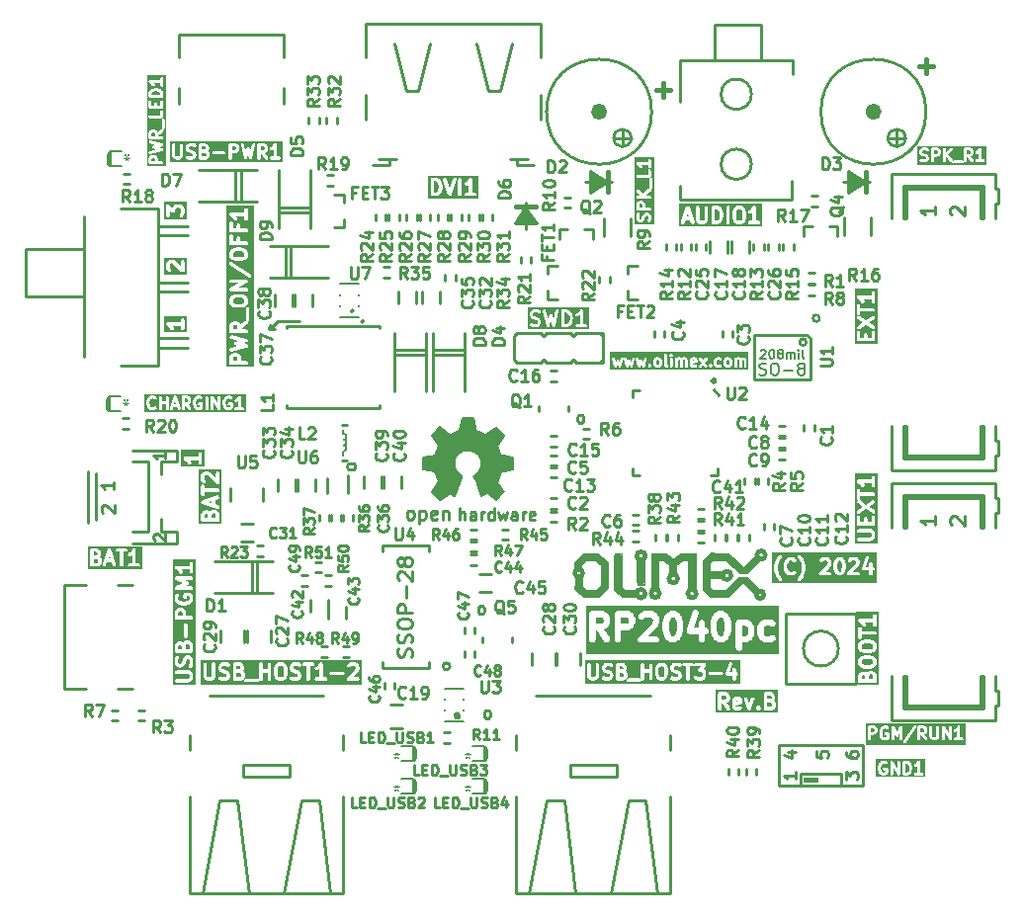
<source format=gbr>
%TF.GenerationSoftware,KiCad,Pcbnew,7.0.9-7.0.9~ubuntu22.04.1*%
%TF.CreationDate,2024-07-19T15:24:13+03:00*%
%TF.ProjectId,RP2040pc_Rev_B,52503230-3430-4706-935f-5265765f422e,B*%
%TF.SameCoordinates,PX68e7780PY7735940*%
%TF.FileFunction,Legend,Top*%
%TF.FilePolarity,Positive*%
%FSLAX46Y46*%
G04 Gerber Fmt 4.6, Leading zero omitted, Abs format (unit mm)*
G04 Created by KiCad (PCBNEW 7.0.9-7.0.9~ubuntu22.04.1) date 2024-07-19 15:24:13*
%MOMM*%
%LPD*%
G01*
G04 APERTURE LIST*
%ADD10C,0.254000*%
%ADD11C,0.317500*%
%ADD12C,0.241300*%
%ADD13C,0.539750*%
%ADD14C,0.203200*%
%ADD15C,0.190500*%
%ADD16C,0.381000*%
%ADD17C,0.222250*%
%ADD18C,0.304800*%
%ADD19C,0.285750*%
%ADD20C,0.228600*%
%ADD21C,0.700000*%
%ADD22C,0.100000*%
%ADD23C,0.500000*%
%ADD24C,0.400000*%
%ADD25C,0.762000*%
%ADD26C,0.150000*%
%ADD27C,0.370000*%
%ADD28C,0.380000*%
%ADD29C,1.000000*%
%ADD30C,0.420000*%
%ADD31C,0.127000*%
%ADD32C,0.050000*%
%ADD33C,0.200000*%
G04 APERTURE END LIST*
D10*
X16238000Y41370500D02*
X16301500Y41751500D01*
X18841500Y42069000D02*
X17000000Y42069000D01*
X16682500Y41370500D02*
X16238000Y41370500D01*
X17000000Y42069000D02*
X16365000Y41434000D01*
X16301500Y41751500D02*
X16682500Y41370500D01*
D11*
G36*
X65198106Y21508039D02*
G01*
X65222149Y21483996D01*
X65263311Y21401670D01*
X65314822Y21195632D01*
X65314822Y20932338D01*
X65263311Y20726300D01*
X65222149Y20643974D01*
X65198106Y20619930D01*
X65133716Y20587734D01*
X65087714Y20587734D01*
X65023323Y20619930D01*
X64999279Y20643973D01*
X64958115Y20726300D01*
X64906607Y20932336D01*
X64906607Y21195634D01*
X64958115Y21401670D01*
X64999279Y21483996D01*
X65023322Y21508039D01*
X65087714Y21540234D01*
X65133716Y21540234D01*
X65198106Y21508039D01*
G37*
G36*
X68293275Y19610404D02*
G01*
X59327677Y19610404D01*
X59327677Y20791841D01*
X59509106Y20791841D01*
X59513209Y20776528D01*
X59512189Y20760707D01*
X59572666Y20458327D01*
X59577126Y20449305D01*
X59577730Y20439259D01*
X59638206Y20257831D01*
X59644520Y20248267D01*
X59646819Y20237037D01*
X59707294Y20116085D01*
X59713972Y20108554D01*
X59717197Y20099022D01*
X59838149Y19917593D01*
X59850057Y19907128D01*
X59857985Y19893397D01*
X59918462Y19832921D01*
X59989628Y19791833D01*
X60071803Y19791834D01*
X60142968Y19832923D01*
X60184055Y19904087D01*
X61510230Y19904087D01*
X61551318Y19832922D01*
X61622483Y19791834D01*
X61704659Y19791834D01*
X61775824Y19832922D01*
X61836300Y19893398D01*
X61844226Y19907127D01*
X61856135Y19917592D01*
X61977088Y20099021D01*
X61980313Y20108556D01*
X61986990Y20116085D01*
X62047466Y20237036D01*
X62049764Y20248267D01*
X62056079Y20257831D01*
X62113131Y20428984D01*
X63319107Y20428984D01*
X63324516Y20408797D01*
X63324516Y20387896D01*
X63334965Y20369797D01*
X63340375Y20349609D01*
X63355154Y20334830D01*
X63365604Y20316731D01*
X63383702Y20306282D01*
X63398482Y20291502D01*
X63418669Y20286093D01*
X63436769Y20275643D01*
X63457670Y20275643D01*
X63477857Y20270234D01*
X64264048Y20270234D01*
X64343423Y20291502D01*
X64401530Y20349609D01*
X64422798Y20428984D01*
X64401530Y20508359D01*
X64343423Y20566466D01*
X64264048Y20587734D01*
X63861113Y20587734D01*
X64186172Y20912794D01*
X64589107Y20912794D01*
X64594176Y20893875D01*
X64593847Y20874292D01*
X64654323Y20632387D01*
X64662829Y20617065D01*
X64666343Y20599893D01*
X64726820Y20478941D01*
X64743777Y20459818D01*
X64756556Y20437685D01*
X64817032Y20377208D01*
X64839167Y20364428D01*
X64858291Y20347470D01*
X64979242Y20286994D01*
X65014989Y20279679D01*
X65050238Y20270234D01*
X65171191Y20270234D01*
X65206441Y20279680D01*
X65242186Y20286994D01*
X65363138Y20347469D01*
X65382263Y20364429D01*
X65404397Y20377208D01*
X65456172Y20428984D01*
X65738155Y20428984D01*
X65743564Y20408797D01*
X65743564Y20387896D01*
X65754013Y20369797D01*
X65759423Y20349609D01*
X65774202Y20334830D01*
X65784652Y20316731D01*
X65802750Y20306282D01*
X65817530Y20291502D01*
X65837717Y20286093D01*
X65855817Y20275643D01*
X65876718Y20275643D01*
X65896905Y20270234D01*
X66683096Y20270234D01*
X66762471Y20291502D01*
X66820578Y20349609D01*
X66841846Y20428984D01*
X66820578Y20508359D01*
X66762471Y20566466D01*
X66683096Y20587734D01*
X66280161Y20587734D01*
X66544744Y20852318D01*
X67008155Y20852318D01*
X67012348Y20836666D01*
X67011378Y20820492D01*
X67022807Y20797634D01*
X67029423Y20772943D01*
X67040882Y20761484D01*
X67048128Y20746992D01*
X67069455Y20732911D01*
X67087530Y20714836D01*
X67103183Y20710642D01*
X67116704Y20701715D01*
X67142214Y20700184D01*
X67166905Y20693568D01*
X67612917Y20693568D01*
X67612917Y20428984D01*
X67634185Y20349609D01*
X67692292Y20291502D01*
X67771667Y20270234D01*
X67851042Y20291502D01*
X67909149Y20349609D01*
X67930417Y20428984D01*
X67930417Y20693568D01*
X67953096Y20693568D01*
X68032471Y20714836D01*
X68090578Y20772943D01*
X68111846Y20852318D01*
X68090578Y20931693D01*
X68032471Y20989800D01*
X67953096Y21011068D01*
X67930417Y21011068D01*
X67930417Y21275651D01*
X67909149Y21355026D01*
X67851042Y21413133D01*
X67771667Y21434401D01*
X67692292Y21413133D01*
X67634185Y21355026D01*
X67612917Y21275651D01*
X67612917Y21011068D01*
X67387159Y21011068D01*
X67619890Y21709259D01*
X67624814Y21791286D01*
X67588063Y21864787D01*
X67519487Y21910064D01*
X67437460Y21914988D01*
X67363960Y21878238D01*
X67318683Y21809661D01*
X67016302Y20902519D01*
X67014770Y20877009D01*
X67008155Y20852318D01*
X66544744Y20852318D01*
X66734872Y21042446D01*
X66753115Y21074044D01*
X66773222Y21104497D01*
X66833699Y21285925D01*
X66835230Y21311439D01*
X66841846Y21336127D01*
X66841846Y21457080D01*
X66832401Y21492328D01*
X66825086Y21528076D01*
X66764609Y21649028D01*
X66747650Y21668153D01*
X66734872Y21690285D01*
X66674396Y21750761D01*
X66652263Y21763540D01*
X66633138Y21780499D01*
X66512186Y21840974D01*
X66476441Y21848289D01*
X66441191Y21857734D01*
X66138810Y21857734D01*
X66103558Y21848289D01*
X66067815Y21840974D01*
X65946862Y21780499D01*
X65927736Y21763540D01*
X65905604Y21750761D01*
X65845128Y21690285D01*
X65804040Y21619120D01*
X65804040Y21536944D01*
X65845128Y21465779D01*
X65916293Y21424691D01*
X65998469Y21424691D01*
X66069634Y21465779D01*
X66111892Y21508037D01*
X66176286Y21540234D01*
X66403716Y21540234D01*
X66468106Y21508039D01*
X66492149Y21483996D01*
X66524346Y21419604D01*
X66524346Y21361889D01*
X66483866Y21240453D01*
X65784652Y20541237D01*
X65774202Y20523139D01*
X65759423Y20508359D01*
X65754013Y20488172D01*
X65743564Y20470072D01*
X65743564Y20449172D01*
X65738155Y20428984D01*
X65456172Y20428984D01*
X65464873Y20437685D01*
X65477652Y20459820D01*
X65494609Y20478942D01*
X65555085Y20599893D01*
X65558598Y20617063D01*
X65567105Y20632386D01*
X65627582Y20874291D01*
X65627252Y20893875D01*
X65632322Y20912794D01*
X65632322Y21215175D01*
X65627252Y21234095D01*
X65627582Y21253678D01*
X65567105Y21495583D01*
X65558598Y21510907D01*
X65555085Y21528076D01*
X65494609Y21649027D01*
X65477651Y21668151D01*
X65464872Y21690285D01*
X65404396Y21750761D01*
X65382263Y21763540D01*
X65363138Y21780499D01*
X65242186Y21840974D01*
X65206441Y21848289D01*
X65171191Y21857734D01*
X65050238Y21857734D01*
X65014989Y21848290D01*
X64979242Y21840974D01*
X64858291Y21780498D01*
X64839167Y21763541D01*
X64817033Y21750761D01*
X64756557Y21690285D01*
X64743778Y21668153D01*
X64726820Y21649028D01*
X64666343Y21528076D01*
X64662829Y21510905D01*
X64654323Y21495582D01*
X64593847Y21253677D01*
X64594176Y21234095D01*
X64589107Y21215175D01*
X64589107Y20912794D01*
X64186172Y20912794D01*
X64315824Y21042446D01*
X64334067Y21074044D01*
X64354174Y21104497D01*
X64414651Y21285925D01*
X64416182Y21311439D01*
X64422798Y21336127D01*
X64422798Y21457080D01*
X64413353Y21492328D01*
X64406038Y21528076D01*
X64345561Y21649028D01*
X64328602Y21668153D01*
X64315824Y21690285D01*
X64255348Y21750761D01*
X64233215Y21763540D01*
X64214090Y21780499D01*
X64093138Y21840974D01*
X64057393Y21848289D01*
X64022143Y21857734D01*
X63719762Y21857734D01*
X63684510Y21848289D01*
X63648767Y21840974D01*
X63527814Y21780499D01*
X63508688Y21763540D01*
X63486556Y21750761D01*
X63426080Y21690285D01*
X63384992Y21619120D01*
X63384992Y21536944D01*
X63426080Y21465779D01*
X63497245Y21424691D01*
X63579421Y21424691D01*
X63650586Y21465779D01*
X63692844Y21508037D01*
X63757238Y21540234D01*
X63984668Y21540234D01*
X64049058Y21508039D01*
X64073101Y21483996D01*
X64105298Y21419604D01*
X64105298Y21361889D01*
X64064818Y21240453D01*
X63365604Y20541237D01*
X63355154Y20523139D01*
X63340375Y20508359D01*
X63334965Y20488172D01*
X63324516Y20470072D01*
X63324516Y20449172D01*
X63319107Y20428984D01*
X62113131Y20428984D01*
X62116556Y20439259D01*
X62117159Y20449307D01*
X62121619Y20458327D01*
X62182095Y20760707D01*
X62181074Y20776528D01*
X62185178Y20791841D01*
X62185178Y21033746D01*
X62181074Y21049060D01*
X62182095Y21064880D01*
X62121619Y21367260D01*
X62117159Y21376281D01*
X62116556Y21386328D01*
X62056080Y21567757D01*
X62049763Y21577324D01*
X62047466Y21588552D01*
X61986990Y21709503D01*
X61980313Y21717033D01*
X61977088Y21726567D01*
X61856135Y21907996D01*
X61844226Y21918462D01*
X61836300Y21932190D01*
X61775824Y21992666D01*
X61704659Y22033754D01*
X61622483Y22033754D01*
X61551318Y21992666D01*
X61510230Y21921501D01*
X61510230Y21839325D01*
X61551318Y21768160D01*
X61600677Y21718801D01*
X61707431Y21558670D01*
X61758439Y21456652D01*
X61812224Y21295297D01*
X61867678Y21018029D01*
X61867678Y20807559D01*
X61812222Y20530283D01*
X61758442Y20368943D01*
X61707431Y20266919D01*
X61600677Y20106788D01*
X61551318Y20057428D01*
X61510230Y19986263D01*
X61510230Y19904087D01*
X60184055Y19904087D01*
X60184056Y19904088D01*
X60184055Y19986264D01*
X60142966Y20057429D01*
X60093604Y20106790D01*
X59986856Y20266913D01*
X59935846Y20368932D01*
X59882062Y20530283D01*
X59826606Y20807561D01*
X59826606Y20973270D01*
X60295297Y20973270D01*
X60300366Y20954351D01*
X60300037Y20934768D01*
X60360513Y20692863D01*
X60369019Y20677541D01*
X60372533Y20660369D01*
X60433010Y20539417D01*
X60449966Y20520295D01*
X60462746Y20498160D01*
X60583699Y20377207D01*
X60615297Y20358964D01*
X60645751Y20338856D01*
X60827180Y20278380D01*
X60852693Y20276849D01*
X60877381Y20270234D01*
X60998333Y20270234D01*
X61023020Y20276849D01*
X61048534Y20278380D01*
X61229963Y20338856D01*
X61260415Y20358963D01*
X61292016Y20377208D01*
X61352492Y20437685D01*
X61393580Y20508851D01*
X61393579Y20591026D01*
X61352490Y20662191D01*
X61281325Y20703279D01*
X61199149Y20703278D01*
X61127984Y20662189D01*
X61094008Y20628214D01*
X60972570Y20587734D01*
X60903144Y20587734D01*
X60781706Y20628213D01*
X60705468Y20704452D01*
X60664305Y20786776D01*
X60612797Y20992812D01*
X60612797Y21135157D01*
X60664306Y21341194D01*
X60705469Y21423519D01*
X60781704Y21499755D01*
X60903144Y21540234D01*
X60972570Y21540234D01*
X61094009Y21499755D01*
X61127985Y21465779D01*
X61199150Y21424691D01*
X61281326Y21424691D01*
X61352491Y21465779D01*
X61393579Y21536944D01*
X61393579Y21619120D01*
X61352491Y21690285D01*
X61292015Y21750761D01*
X61260416Y21769005D01*
X61229963Y21789112D01*
X61048534Y21849588D01*
X61023020Y21851120D01*
X60998333Y21857734D01*
X60877381Y21857734D01*
X60852693Y21851120D01*
X60827180Y21849588D01*
X60645751Y21789112D01*
X60615297Y21769005D01*
X60583699Y21750761D01*
X60462747Y21629809D01*
X60449968Y21607677D01*
X60433010Y21588552D01*
X60372533Y21467599D01*
X60369019Y21450430D01*
X60360513Y21435106D01*
X60300037Y21193202D01*
X60300366Y21173619D01*
X60295297Y21154699D01*
X60295297Y20973270D01*
X59826606Y20973270D01*
X59826606Y21018027D01*
X59882060Y21295298D01*
X59935846Y21456657D01*
X59986856Y21558676D01*
X60093604Y21718799D01*
X60142966Y21768159D01*
X60184055Y21839324D01*
X60184056Y21921500D01*
X60142968Y21992665D01*
X60071803Y22033754D01*
X59989628Y22033755D01*
X59918462Y21992667D01*
X59857985Y21932191D01*
X59850057Y21918461D01*
X59838149Y21907995D01*
X59717197Y21726566D01*
X59713972Y21717035D01*
X59707294Y21709503D01*
X59646819Y21588551D01*
X59644521Y21577324D01*
X59638205Y21567757D01*
X59577729Y21386328D01*
X59577125Y21376281D01*
X59572666Y21367260D01*
X59512189Y21064880D01*
X59513209Y21049060D01*
X59509106Y21033746D01*
X59509106Y20791841D01*
X59327677Y20791841D01*
X59327677Y22215184D01*
X68293275Y22215184D01*
X68293275Y19610404D01*
G37*
G36*
X55344630Y9938038D02*
G01*
X55368673Y9913995D01*
X55400869Y9849604D01*
X55400869Y9743128D01*
X55368673Y9678736D01*
X55344629Y9654692D01*
X55280239Y9622496D01*
X54992654Y9622496D01*
X54992654Y9970234D01*
X55280239Y9970234D01*
X55344630Y9938038D01*
G37*
G36*
X56465740Y9528674D02*
G01*
X56202178Y9475962D01*
X56202178Y9486746D01*
X56222229Y9526850D01*
X56262333Y9546901D01*
X56429287Y9546901D01*
X56465740Y9528674D01*
G37*
G36*
X59283865Y9324993D02*
G01*
X59299625Y9309233D01*
X59331821Y9244842D01*
X59331821Y9138366D01*
X59299625Y9073974D01*
X59275581Y9049930D01*
X59211191Y9017734D01*
X58923606Y9017734D01*
X58923606Y9365472D01*
X59162430Y9365472D01*
X59283865Y9324993D01*
G37*
G36*
X59215105Y9938039D02*
G01*
X59239148Y9913996D01*
X59271345Y9849604D01*
X59271345Y9803604D01*
X59239148Y9739212D01*
X59215105Y9715169D01*
X59150713Y9682972D01*
X58923606Y9682972D01*
X58923606Y9970234D01*
X59150715Y9970234D01*
X59215105Y9938039D01*
G37*
G36*
X59830750Y8518805D02*
G01*
X54493725Y8518805D01*
X54493725Y8858984D01*
X54675154Y8858984D01*
X54696422Y8779609D01*
X54754529Y8721502D01*
X54833904Y8700234D01*
X54913279Y8721502D01*
X54971386Y8779609D01*
X54992654Y8858984D01*
X54992654Y9304996D01*
X55053631Y9304996D01*
X55429566Y8767947D01*
X55492508Y8715117D01*
X55573433Y8700836D01*
X55650656Y8728931D01*
X55703486Y8791873D01*
X55717767Y8872799D01*
X55689672Y8950022D01*
X55626398Y9040413D01*
X55884678Y9040413D01*
X55894121Y9005170D01*
X55901437Y8969418D01*
X55961913Y8848466D01*
X55968354Y8841202D01*
X55971425Y8831990D01*
X55995281Y8810836D01*
X56016433Y8786982D01*
X56025643Y8783912D01*
X56032909Y8777469D01*
X56153862Y8716994D01*
X56189605Y8709680D01*
X56224857Y8700234D01*
X56466762Y8700234D01*
X56502012Y8709680D01*
X56537757Y8716994D01*
X56658709Y8777469D01*
X56720193Y8831990D01*
X56746179Y8909948D01*
X56729704Y8990455D01*
X56675184Y9051939D01*
X56597225Y9077925D01*
X56516718Y9061450D01*
X56429287Y9017734D01*
X56262333Y9017734D01*
X56222229Y9037786D01*
X56202178Y9077890D01*
X56202178Y9152175D01*
X56679324Y9247603D01*
X56702542Y9259084D01*
X56727565Y9265788D01*
X56738775Y9276999D01*
X56752986Y9284025D01*
X56767354Y9305578D01*
X56785672Y9323895D01*
X56789775Y9339209D01*
X56798569Y9352399D01*
X56800236Y9378252D01*
X56806940Y9403270D01*
X56806940Y9524222D01*
X56797494Y9559474D01*
X56790180Y9595217D01*
X56729705Y9716170D01*
X56723263Y9723435D01*
X56720193Y9732645D01*
X56718482Y9734162D01*
X56915354Y9734162D01*
X56922021Y9652258D01*
X57224403Y8805590D01*
X57240666Y8782062D01*
X57252913Y8756208D01*
X57263683Y8748764D01*
X57271128Y8737993D01*
X57296981Y8725747D01*
X57320511Y8709482D01*
X57333559Y8708420D01*
X57345394Y8702814D01*
X57373908Y8705136D01*
X57402415Y8702815D01*
X57414246Y8708420D01*
X57427298Y8709482D01*
X57450829Y8725749D01*
X57476680Y8737993D01*
X57484124Y8748764D01*
X57494895Y8756208D01*
X57507140Y8782061D01*
X57523406Y8805591D01*
X57549399Y8878371D01*
X57946277Y8878371D01*
X57969617Y8837947D01*
X57987365Y8807207D01*
X58047841Y8746731D01*
X58065939Y8736282D01*
X58080719Y8721502D01*
X58100905Y8716094D01*
X58119005Y8705643D01*
X58119006Y8705643D01*
X58139907Y8705643D01*
X58160094Y8700234D01*
X58180281Y8705643D01*
X58201182Y8705643D01*
X58219281Y8716093D01*
X58239469Y8721502D01*
X58254248Y8736282D01*
X58257213Y8737993D01*
X58272346Y8746730D01*
X58332823Y8807206D01*
X58332825Y8807208D01*
X58350572Y8837947D01*
X58362718Y8858984D01*
X58606106Y8858984D01*
X58627374Y8779609D01*
X58685481Y8721502D01*
X58764856Y8700234D01*
X59248666Y8700234D01*
X59283916Y8709680D01*
X59319661Y8716994D01*
X59440613Y8777469D01*
X59459738Y8794429D01*
X59481871Y8807207D01*
X59542348Y8867684D01*
X59555127Y8889819D01*
X59572085Y8908942D01*
X59632561Y9029893D01*
X59639876Y9065641D01*
X59649321Y9100889D01*
X59649321Y9282318D01*
X59639876Y9317567D01*
X59632561Y9353314D01*
X59572085Y9474265D01*
X59555127Y9493389D01*
X59542347Y9515524D01*
X59498487Y9559383D01*
X59511608Y9574179D01*
X59572085Y9695131D01*
X59579400Y9730880D01*
X59588845Y9766127D01*
X59588845Y9887080D01*
X59579400Y9922328D01*
X59572085Y9958076D01*
X59511608Y10079028D01*
X59494649Y10098153D01*
X59481871Y10120285D01*
X59421395Y10180761D01*
X59399262Y10193540D01*
X59380137Y10210499D01*
X59259185Y10270974D01*
X59223440Y10278289D01*
X59188190Y10287734D01*
X58764856Y10287734D01*
X58685481Y10266466D01*
X58627374Y10208359D01*
X58606106Y10128984D01*
X58606106Y8858984D01*
X58362718Y8858984D01*
X58373912Y8878371D01*
X58373913Y8960547D01*
X58332825Y9031712D01*
X58332824Y9031713D01*
X58272347Y9092190D01*
X58272346Y9092191D01*
X58254247Y9102641D01*
X58239469Y9117419D01*
X58219282Y9122828D01*
X58201181Y9133279D01*
X58180278Y9133279D01*
X58160094Y9138687D01*
X58139907Y9133279D01*
X58119005Y9133278D01*
X58100905Y9122828D01*
X58080719Y9117419D01*
X58065939Y9102640D01*
X58047841Y9092190D01*
X58047840Y9092190D01*
X58047840Y9092189D01*
X57987364Y9031712D01*
X57981194Y9021025D01*
X57946277Y8960548D01*
X57946277Y8960547D01*
X57946277Y8878371D01*
X57549399Y8878371D01*
X57825787Y9652258D01*
X57832454Y9734162D01*
X57797276Y9808427D01*
X57729679Y9855153D01*
X57647775Y9861821D01*
X57573509Y9826642D01*
X57526784Y9759045D01*
X57373904Y9330983D01*
X57221025Y9759044D01*
X57174299Y9826642D01*
X57100034Y9861820D01*
X57018130Y9855153D01*
X56950532Y9808427D01*
X56915354Y9734162D01*
X56718482Y9734162D01*
X56696337Y9753799D01*
X56675184Y9777654D01*
X56665973Y9780725D01*
X56658709Y9787166D01*
X56537757Y9847641D01*
X56502012Y9854956D01*
X56466762Y9864401D01*
X56224857Y9864401D01*
X56189605Y9854956D01*
X56153862Y9847641D01*
X56032909Y9787166D01*
X56025643Y9780724D01*
X56016433Y9777653D01*
X55995281Y9753800D01*
X55971425Y9732645D01*
X55968354Y9723434D01*
X55961913Y9716169D01*
X55901437Y9595217D01*
X55894121Y9559466D01*
X55884678Y9524222D01*
X55884678Y9040413D01*
X55626398Y9040413D01*
X55418893Y9336848D01*
X55509661Y9382231D01*
X55528786Y9399191D01*
X55550919Y9411969D01*
X55611396Y9472446D01*
X55624175Y9494581D01*
X55641133Y9513704D01*
X55701609Y9634655D01*
X55708924Y9670403D01*
X55718369Y9705651D01*
X55718369Y9887080D01*
X55708924Y9922329D01*
X55701609Y9958076D01*
X55641133Y10079027D01*
X55624175Y10098151D01*
X55611395Y10120286D01*
X55550918Y10180762D01*
X55528786Y10193540D01*
X55509661Y10210499D01*
X55388709Y10270974D01*
X55352964Y10278289D01*
X55317714Y10287734D01*
X54833904Y10287734D01*
X54754529Y10266466D01*
X54696422Y10208359D01*
X54675154Y10128984D01*
X54675154Y8858984D01*
X54493725Y8858984D01*
X54493725Y10469163D01*
X59830750Y10469163D01*
X59830750Y8518805D01*
G37*
D12*
G36*
X49598982Y38704375D02*
G01*
X49617252Y38686105D01*
X49641722Y38637166D01*
X49641722Y38418358D01*
X49617252Y38369418D01*
X49598981Y38351148D01*
X49550044Y38326679D01*
X49469120Y38326679D01*
X49420181Y38351148D01*
X49401911Y38369418D01*
X49377441Y38418358D01*
X49377441Y38637167D01*
X49401909Y38686104D01*
X49420181Y38704375D01*
X49469121Y38728845D01*
X49550042Y38728845D01*
X49598982Y38704375D01*
G37*
G36*
X52703155Y38714993D02*
G01*
X52502850Y38674932D01*
X52502850Y38683129D01*
X52518088Y38713606D01*
X52548568Y38728845D01*
X52675451Y38728845D01*
X52703155Y38714993D01*
G37*
G36*
X55619990Y38704375D02*
G01*
X55638260Y38686105D01*
X55662730Y38637166D01*
X55662730Y38418358D01*
X55638260Y38369418D01*
X55619989Y38351148D01*
X55571052Y38326679D01*
X55490128Y38326679D01*
X55441189Y38351148D01*
X55422919Y38369418D01*
X55398449Y38418358D01*
X55398449Y38637167D01*
X55422917Y38686104D01*
X55441189Y38704375D01*
X55490129Y38728845D01*
X55571050Y38728845D01*
X55619990Y38704375D01*
G37*
G36*
X57282887Y37947493D02*
G01*
X45459191Y37947493D01*
X45459191Y38850376D01*
X45597077Y38850376D01*
X45601716Y38816350D01*
X45785564Y38172884D01*
X45801018Y38148446D01*
X45814278Y38122745D01*
X45818992Y38120026D01*
X45821900Y38115427D01*
X45848117Y38103222D01*
X45873162Y38088772D01*
X45878595Y38089033D01*
X45883530Y38086735D01*
X45912185Y38090643D01*
X45941066Y38092026D01*
X45945497Y38095184D01*
X45950889Y38095919D01*
X45972877Y38114694D01*
X45996431Y38131476D01*
X46000214Y38138035D01*
X46002590Y38140062D01*
X46003909Y38144439D01*
X46013593Y38161221D01*
X46085419Y38340788D01*
X46157246Y38161221D01*
X46175117Y38138483D01*
X46190926Y38114274D01*
X46195892Y38112050D01*
X46199255Y38107771D01*
X46226581Y38098305D01*
X46252969Y38086485D01*
X46258348Y38087299D01*
X46263491Y38085517D01*
X46291600Y38092328D01*
X46320187Y38096651D01*
X46324272Y38100244D01*
X46329561Y38101525D01*
X46349519Y38122445D01*
X46371238Y38141543D01*
X46374332Y38148454D01*
X46376489Y38150713D01*
X46377355Y38155202D01*
X46385275Y38172884D01*
X46569123Y38816350D01*
X46568874Y38850376D01*
X46608239Y38850376D01*
X46612878Y38816350D01*
X46796726Y38172884D01*
X46812180Y38148446D01*
X46825440Y38122745D01*
X46830154Y38120026D01*
X46833062Y38115427D01*
X46859279Y38103222D01*
X46884324Y38088772D01*
X46889757Y38089033D01*
X46894692Y38086735D01*
X46923347Y38090643D01*
X46952228Y38092026D01*
X46956659Y38095184D01*
X46962051Y38095919D01*
X46984039Y38114694D01*
X47007593Y38131476D01*
X47011376Y38138035D01*
X47013752Y38140062D01*
X47015071Y38144439D01*
X47024755Y38161221D01*
X47096581Y38340788D01*
X47168408Y38161221D01*
X47186279Y38138483D01*
X47202088Y38114274D01*
X47207054Y38112050D01*
X47210417Y38107771D01*
X47237743Y38098305D01*
X47264131Y38086485D01*
X47269510Y38087299D01*
X47274653Y38085517D01*
X47302762Y38092328D01*
X47331349Y38096651D01*
X47335434Y38100244D01*
X47340723Y38101525D01*
X47360681Y38122445D01*
X47382400Y38141543D01*
X47385494Y38148454D01*
X47387651Y38150713D01*
X47388517Y38155202D01*
X47396437Y38172884D01*
X47580285Y38816350D01*
X47580036Y38850376D01*
X47619401Y38850376D01*
X47624040Y38816350D01*
X47807888Y38172884D01*
X47823342Y38148446D01*
X47836602Y38122745D01*
X47841316Y38120026D01*
X47844224Y38115427D01*
X47870441Y38103222D01*
X47895486Y38088772D01*
X47900919Y38089033D01*
X47905854Y38086735D01*
X47934509Y38090643D01*
X47963390Y38092026D01*
X47967821Y38095184D01*
X47973213Y38095919D01*
X47995201Y38114694D01*
X48018755Y38131476D01*
X48022538Y38138035D01*
X48024914Y38140062D01*
X48026233Y38144439D01*
X48035917Y38161221D01*
X48107743Y38340788D01*
X48179570Y38161221D01*
X48197441Y38138483D01*
X48213250Y38114274D01*
X48218216Y38112050D01*
X48221579Y38107771D01*
X48248905Y38098305D01*
X48275293Y38086485D01*
X48280672Y38087299D01*
X48285815Y38085517D01*
X48313924Y38092328D01*
X48342511Y38096651D01*
X48346596Y38100244D01*
X48351885Y38101525D01*
X48371843Y38122445D01*
X48393562Y38141543D01*
X48396656Y38148454D01*
X48398813Y38150713D01*
X48399679Y38155202D01*
X48407599Y38172884D01*
X48432660Y38260596D01*
X48676829Y38260596D01*
X48682295Y38235471D01*
X48684129Y38209827D01*
X48689408Y38202775D01*
X48691281Y38194167D01*
X48711860Y38166677D01*
X48757822Y38120716D01*
X48765552Y38116495D01*
X48770830Y38109445D01*
X48783108Y38104866D01*
X48793014Y38096282D01*
X48805988Y38094417D01*
X48817489Y38088137D01*
X48826273Y38088766D01*
X48834526Y38085687D01*
X48847331Y38088473D01*
X48860304Y38086607D01*
X48872227Y38092053D01*
X48885298Y38092987D01*
X48892347Y38098264D01*
X48900954Y38100136D01*
X48918204Y38113050D01*
X48922143Y38114848D01*
X48923566Y38117064D01*
X48928446Y38120716D01*
X48974407Y38166676D01*
X48978629Y38174408D01*
X48985681Y38179687D01*
X48994665Y38203776D01*
X49006988Y38226342D01*
X49006359Y38235130D01*
X49009438Y38243383D01*
X49003972Y38268508D01*
X49002139Y38294151D01*
X48996860Y38301202D01*
X48994988Y38309812D01*
X48974408Y38337302D01*
X48928446Y38383264D01*
X48920716Y38387485D01*
X48918926Y38389876D01*
X49136141Y38389876D01*
X49139222Y38379383D01*
X49138048Y38368508D01*
X49148878Y38335920D01*
X49194840Y38243996D01*
X49196380Y38242341D01*
X49196861Y38240130D01*
X49217441Y38212640D01*
X49263403Y38166678D01*
X49265387Y38165595D01*
X49266543Y38163649D01*
X49294760Y38144077D01*
X49386684Y38098116D01*
X49397446Y38096180D01*
X49406648Y38090266D01*
X49440639Y38085379D01*
X49578524Y38085379D01*
X49589017Y38088461D01*
X49599891Y38087286D01*
X49632479Y38098116D01*
X49724404Y38144077D01*
X49726059Y38145618D01*
X49728270Y38146098D01*
X49755760Y38166678D01*
X49801722Y38212640D01*
X49802805Y38214624D01*
X49804750Y38215779D01*
X49824323Y38243996D01*
X49870285Y38335920D01*
X49871723Y38343914D01*
X50055379Y38343914D01*
X50058460Y38333421D01*
X50057286Y38322546D01*
X50068116Y38289958D01*
X50114078Y38198034D01*
X50128789Y38182219D01*
X50139819Y38163649D01*
X50157418Y38151442D01*
X50160380Y38148258D01*
X50162959Y38147599D01*
X50168036Y38144077D01*
X50259960Y38098116D01*
X50326867Y38086076D01*
X50389662Y38112120D01*
X50428409Y38167980D01*
X50430804Y38235920D01*
X50396088Y38294370D01*
X50367871Y38313942D01*
X50311918Y38341918D01*
X50296679Y38372396D01*
X50296679Y39133874D01*
X50515305Y39133874D01*
X50520771Y39108747D01*
X50522605Y39083104D01*
X50527883Y39076053D01*
X50529756Y39067445D01*
X50550336Y39039955D01*
X50596298Y38993993D01*
X50604027Y38989773D01*
X50609307Y38982720D01*
X50621585Y38978141D01*
X50631490Y38969558D01*
X50644463Y38967693D01*
X50652340Y38963392D01*
X50602601Y38940676D01*
X50565847Y38883486D01*
X50560960Y38849495D01*
X50560960Y38206029D01*
X50580113Y38140801D01*
X50631490Y38096282D01*
X50698780Y38086607D01*
X50760619Y38114848D01*
X50797373Y38172038D01*
X50802260Y38206029D01*
X51020579Y38206029D01*
X51039732Y38140801D01*
X51091109Y38096282D01*
X51158399Y38086607D01*
X51220238Y38114848D01*
X51256992Y38172038D01*
X51261879Y38206029D01*
X51261879Y38705986D01*
X51307597Y38728845D01*
X51388518Y38728845D01*
X51418997Y38713606D01*
X51434236Y38683128D01*
X51434236Y38206029D01*
X51453389Y38140801D01*
X51504766Y38096282D01*
X51572056Y38086607D01*
X51633895Y38114848D01*
X51670649Y38172038D01*
X51675536Y38206029D01*
X51675536Y38683129D01*
X51690774Y38713606D01*
X51721254Y38728845D01*
X51802177Y38728845D01*
X51832653Y38713607D01*
X51847893Y38683128D01*
X51847893Y38206029D01*
X51867046Y38140801D01*
X51918423Y38096282D01*
X51985713Y38086607D01*
X52047552Y38114848D01*
X52084306Y38172038D01*
X52089193Y38206029D01*
X52089193Y38343914D01*
X52261550Y38343914D01*
X52264631Y38333421D01*
X52263457Y38322546D01*
X52274287Y38289958D01*
X52320249Y38198034D01*
X52334960Y38182219D01*
X52345990Y38163649D01*
X52363589Y38151442D01*
X52366551Y38148258D01*
X52369130Y38147599D01*
X52374207Y38144077D01*
X52466131Y38098116D01*
X52476893Y38096180D01*
X52486095Y38090266D01*
X52520086Y38085379D01*
X52703933Y38085379D01*
X52714426Y38088461D01*
X52725300Y38087286D01*
X52757888Y38098116D01*
X52849813Y38144077D01*
X52899589Y38190378D01*
X52906511Y38217446D01*
X53043444Y38217446D01*
X53056338Y38150698D01*
X53103272Y38101517D01*
X53169345Y38085518D01*
X53233578Y38107780D01*
X53258421Y38131489D01*
X53416342Y38332480D01*
X53574264Y38131489D01*
X53629623Y38092032D01*
X53697527Y38088768D01*
X53756416Y38122733D01*
X53787593Y38183145D01*
X53781160Y38250822D01*
X53775522Y38260596D01*
X53870523Y38260596D01*
X53875989Y38235471D01*
X53877823Y38209827D01*
X53883102Y38202775D01*
X53884975Y38194167D01*
X53905554Y38166677D01*
X53951516Y38120716D01*
X53959246Y38116495D01*
X53964524Y38109445D01*
X53976802Y38104866D01*
X53986708Y38096282D01*
X53999682Y38094417D01*
X54011183Y38088137D01*
X54019967Y38088766D01*
X54028220Y38085687D01*
X54041025Y38088473D01*
X54053998Y38086607D01*
X54065921Y38092053D01*
X54078992Y38092987D01*
X54086041Y38098264D01*
X54094648Y38100136D01*
X54111898Y38113050D01*
X54115837Y38114848D01*
X54117260Y38117064D01*
X54122140Y38120716D01*
X54168101Y38166676D01*
X54172323Y38174408D01*
X54179375Y38179687D01*
X54188359Y38203776D01*
X54200682Y38226342D01*
X54200053Y38235130D01*
X54203132Y38243383D01*
X54197666Y38268508D01*
X54195833Y38294151D01*
X54190554Y38301202D01*
X54188682Y38309812D01*
X54168102Y38337302D01*
X54122140Y38383264D01*
X54114410Y38387485D01*
X54112620Y38389876D01*
X54329835Y38389876D01*
X54332916Y38379383D01*
X54331742Y38368508D01*
X54342572Y38335920D01*
X54388534Y38243996D01*
X54390074Y38242341D01*
X54390555Y38240130D01*
X54411135Y38212640D01*
X54457097Y38166678D01*
X54459081Y38165595D01*
X54460237Y38163649D01*
X54488454Y38144077D01*
X54580378Y38098116D01*
X54591140Y38096180D01*
X54600342Y38090266D01*
X54634333Y38085379D01*
X54818180Y38085379D01*
X54828673Y38088461D01*
X54839547Y38087286D01*
X54872135Y38098116D01*
X54964060Y38144077D01*
X55013836Y38190378D01*
X55030679Y38256241D01*
X55009240Y38320754D01*
X54956326Y38363435D01*
X54888737Y38370733D01*
X54856149Y38359903D01*
X54789700Y38326679D01*
X54662814Y38326679D01*
X54613875Y38351148D01*
X54595605Y38369418D01*
X54585376Y38389876D01*
X55157149Y38389876D01*
X55160230Y38379383D01*
X55159056Y38368508D01*
X55169886Y38335920D01*
X55215848Y38243996D01*
X55217388Y38242341D01*
X55217869Y38240130D01*
X55238449Y38212640D01*
X55284411Y38166678D01*
X55286395Y38165595D01*
X55287551Y38163649D01*
X55315768Y38144077D01*
X55407692Y38098116D01*
X55418454Y38096180D01*
X55427656Y38090266D01*
X55461647Y38085379D01*
X55599532Y38085379D01*
X55610025Y38088461D01*
X55620899Y38087286D01*
X55653487Y38098116D01*
X55745412Y38144077D01*
X55747067Y38145618D01*
X55749278Y38146098D01*
X55776768Y38166678D01*
X55816119Y38206029D01*
X56076387Y38206029D01*
X56095540Y38140801D01*
X56146917Y38096282D01*
X56214207Y38086607D01*
X56276046Y38114848D01*
X56312800Y38172038D01*
X56317687Y38206029D01*
X56317687Y38705986D01*
X56363405Y38728845D01*
X56444326Y38728845D01*
X56474805Y38713606D01*
X56490044Y38683128D01*
X56490044Y38206029D01*
X56509197Y38140801D01*
X56560574Y38096282D01*
X56627864Y38086607D01*
X56689703Y38114848D01*
X56726457Y38172038D01*
X56731344Y38206029D01*
X56731344Y38683129D01*
X56746582Y38713606D01*
X56777062Y38728845D01*
X56857985Y38728845D01*
X56888461Y38713607D01*
X56903701Y38683128D01*
X56903701Y38206029D01*
X56922854Y38140801D01*
X56974231Y38096282D01*
X57041521Y38086607D01*
X57103360Y38114848D01*
X57140114Y38172038D01*
X57145001Y38206029D01*
X57145001Y38711610D01*
X57141919Y38722104D01*
X57143094Y38732979D01*
X57132263Y38765567D01*
X57086301Y38857490D01*
X57071591Y38873304D01*
X57060562Y38891873D01*
X57042958Y38904084D01*
X57039999Y38907266D01*
X57037421Y38907926D01*
X57032346Y38911446D01*
X56940423Y38957407D01*
X56929659Y38959345D01*
X56920457Y38965258D01*
X56886466Y38970145D01*
X56748580Y38970145D01*
X56738086Y38967064D01*
X56727212Y38968238D01*
X56694624Y38957408D01*
X56610694Y38915443D01*
X56526764Y38957408D01*
X56515999Y38959346D01*
X56506799Y38965258D01*
X56472808Y38970145D01*
X56334923Y38970145D01*
X56324429Y38967064D01*
X56313555Y38968238D01*
X56280967Y38957408D01*
X56260869Y38947360D01*
X56247157Y38959242D01*
X56179867Y38968917D01*
X56118028Y38940676D01*
X56081274Y38883486D01*
X56076387Y38849495D01*
X56076387Y38206029D01*
X55816119Y38206029D01*
X55822730Y38212640D01*
X55823813Y38214624D01*
X55825758Y38215779D01*
X55845331Y38243996D01*
X55891293Y38335920D01*
X55893229Y38346684D01*
X55899143Y38355885D01*
X55904030Y38389876D01*
X55904030Y38665648D01*
X55900948Y38676142D01*
X55902123Y38687017D01*
X55891292Y38719605D01*
X55845330Y38811528D01*
X55843790Y38813183D01*
X55843310Y38815393D01*
X55822730Y38842883D01*
X55776768Y38888845D01*
X55774784Y38889929D01*
X55773629Y38891873D01*
X55745412Y38911446D01*
X55653488Y38957408D01*
X55642723Y38959346D01*
X55633523Y38965258D01*
X55599532Y38970145D01*
X55461647Y38970145D01*
X55451153Y38967064D01*
X55440279Y38968238D01*
X55407691Y38957408D01*
X55315767Y38911446D01*
X55314111Y38909906D01*
X55311901Y38909425D01*
X55284411Y38888845D01*
X55238449Y38842883D01*
X55237365Y38840900D01*
X55235421Y38839744D01*
X55215848Y38811528D01*
X55169887Y38719605D01*
X55167949Y38708842D01*
X55162036Y38699639D01*
X55157149Y38665648D01*
X55157149Y38389876D01*
X54585376Y38389876D01*
X54571135Y38418358D01*
X54571135Y38637167D01*
X54595603Y38686104D01*
X54613875Y38704375D01*
X54662815Y38728845D01*
X54789698Y38728845D01*
X54856148Y38695620D01*
X54923055Y38683581D01*
X54985850Y38709624D01*
X55024597Y38765483D01*
X55026993Y38833423D01*
X54992277Y38891873D01*
X54964060Y38911446D01*
X54872136Y38957408D01*
X54861371Y38959346D01*
X54852171Y38965258D01*
X54818180Y38970145D01*
X54634333Y38970145D01*
X54623839Y38967064D01*
X54612965Y38968238D01*
X54580377Y38957408D01*
X54488453Y38911446D01*
X54486797Y38909906D01*
X54484587Y38909425D01*
X54457097Y38888845D01*
X54411135Y38842883D01*
X54410051Y38840900D01*
X54408107Y38839744D01*
X54388534Y38811528D01*
X54342573Y38719605D01*
X54340635Y38708842D01*
X54334722Y38699639D01*
X54329835Y38665648D01*
X54329835Y38389876D01*
X54112620Y38389876D01*
X54109131Y38394537D01*
X54096852Y38399117D01*
X54086948Y38407699D01*
X54073974Y38409565D01*
X54062474Y38415844D01*
X54053688Y38415216D01*
X54045435Y38418294D01*
X54032630Y38415509D01*
X54019658Y38417374D01*
X54007736Y38411930D01*
X53994665Y38410995D01*
X53987613Y38405717D01*
X53979006Y38403844D01*
X53961759Y38390933D01*
X53957819Y38389133D01*
X53956394Y38386917D01*
X53951516Y38383264D01*
X53905554Y38337302D01*
X53901333Y38329573D01*
X53894280Y38324292D01*
X53885293Y38300197D01*
X53872974Y38277636D01*
X53873602Y38268852D01*
X53870523Y38260596D01*
X53775522Y38260596D01*
X53764002Y38280569D01*
X53569778Y38527762D01*
X53764002Y38774955D01*
X53789241Y38838078D01*
X53776347Y38904826D01*
X53729413Y38954007D01*
X53663340Y38970006D01*
X53599107Y38947744D01*
X53574264Y38924035D01*
X53416342Y38723045D01*
X53258421Y38924035D01*
X53203062Y38963492D01*
X53135158Y38966756D01*
X53076269Y38932791D01*
X53045092Y38872379D01*
X53051525Y38804702D01*
X53068683Y38774955D01*
X53262906Y38527762D01*
X53068683Y38280569D01*
X53043444Y38217446D01*
X52906511Y38217446D01*
X52916432Y38256241D01*
X52894993Y38320754D01*
X52842079Y38363435D01*
X52774490Y38370733D01*
X52741902Y38359903D01*
X52675453Y38326679D01*
X52548567Y38326679D01*
X52518089Y38341918D01*
X52502850Y38372396D01*
X52502850Y38428853D01*
X52865480Y38501379D01*
X52892781Y38515697D01*
X52920828Y38528505D01*
X52922669Y38531371D01*
X52925685Y38532952D01*
X52940910Y38559754D01*
X52957582Y38585695D01*
X52958237Y38590256D01*
X52959264Y38592062D01*
X52959052Y38595926D01*
X52962469Y38619686D01*
X52962469Y38711610D01*
X52959387Y38722104D01*
X52960562Y38732979D01*
X52949731Y38765567D01*
X52903769Y38857490D01*
X52889059Y38873304D01*
X52878030Y38891873D01*
X52860428Y38904083D01*
X52857467Y38907266D01*
X52854888Y38907926D01*
X52849813Y38911446D01*
X52757889Y38957408D01*
X52747124Y38959346D01*
X52737924Y38965258D01*
X52703933Y38970145D01*
X52520086Y38970145D01*
X52509592Y38967064D01*
X52498718Y38968238D01*
X52466130Y38957408D01*
X52374206Y38911446D01*
X52358390Y38896735D01*
X52339822Y38885706D01*
X52327612Y38868106D01*
X52324429Y38865144D01*
X52323769Y38862566D01*
X52320249Y38857490D01*
X52274288Y38765567D01*
X52272350Y38754804D01*
X52266437Y38745601D01*
X52261550Y38711610D01*
X52261550Y38343914D01*
X52089193Y38343914D01*
X52089193Y38711610D01*
X52086111Y38722104D01*
X52087286Y38732979D01*
X52076455Y38765567D01*
X52030493Y38857490D01*
X52015783Y38873304D01*
X52004754Y38891873D01*
X51987150Y38904084D01*
X51984191Y38907266D01*
X51981613Y38907926D01*
X51976538Y38911446D01*
X51884615Y38957407D01*
X51873851Y38959345D01*
X51864649Y38965258D01*
X51830658Y38970145D01*
X51692772Y38970145D01*
X51682278Y38967064D01*
X51671404Y38968238D01*
X51638816Y38957408D01*
X51554886Y38915443D01*
X51470956Y38957408D01*
X51460191Y38959346D01*
X51450991Y38965258D01*
X51417000Y38970145D01*
X51279115Y38970145D01*
X51268621Y38967064D01*
X51257747Y38968238D01*
X51225159Y38957408D01*
X51205061Y38947360D01*
X51191349Y38959242D01*
X51124059Y38968917D01*
X51062220Y38940676D01*
X51025466Y38883486D01*
X51020579Y38849495D01*
X51020579Y38206029D01*
X50802260Y38206029D01*
X50802260Y38849495D01*
X50783107Y38914723D01*
X50731730Y38959242D01*
X50705602Y38962999D01*
X50710701Y38965328D01*
X50723773Y38966262D01*
X50730824Y38971541D01*
X50739432Y38973413D01*
X50756678Y38986325D01*
X50760619Y38988124D01*
X50762043Y38990341D01*
X50766922Y38993993D01*
X50812884Y39039955D01*
X50817104Y39047685D01*
X50824157Y39052964D01*
X50833142Y39077057D01*
X50845464Y39099621D01*
X50844835Y39108407D01*
X50847914Y39116660D01*
X50842448Y39141784D01*
X50840615Y39167430D01*
X50835336Y39174482D01*
X50833464Y39183089D01*
X50812884Y39210579D01*
X50766922Y39256541D01*
X50759192Y39260762D01*
X50753913Y39267814D01*
X50741634Y39272394D01*
X50731730Y39280976D01*
X50718756Y39282842D01*
X50707256Y39289121D01*
X50698470Y39288493D01*
X50690217Y39291571D01*
X50677412Y39288786D01*
X50664440Y39290651D01*
X50652518Y39285207D01*
X50639447Y39284272D01*
X50632395Y39278994D01*
X50623788Y39277121D01*
X50606541Y39264210D01*
X50602601Y39262410D01*
X50601176Y39260194D01*
X50596298Y39256541D01*
X50550336Y39210579D01*
X50546115Y39202850D01*
X50539063Y39197570D01*
X50530075Y39173476D01*
X50517756Y39150913D01*
X50518384Y39142130D01*
X50515305Y39133874D01*
X50296679Y39133874D01*
X50296679Y39171229D01*
X50277526Y39236457D01*
X50226149Y39280976D01*
X50158859Y39290651D01*
X50097020Y39262410D01*
X50060266Y39205220D01*
X50055379Y39171229D01*
X50055379Y38343914D01*
X49871723Y38343914D01*
X49872221Y38346684D01*
X49878135Y38355885D01*
X49883022Y38389876D01*
X49883022Y38665648D01*
X49879940Y38676142D01*
X49881115Y38687017D01*
X49870284Y38719605D01*
X49824322Y38811528D01*
X49822782Y38813183D01*
X49822302Y38815393D01*
X49801722Y38842883D01*
X49755760Y38888845D01*
X49753776Y38889929D01*
X49752621Y38891873D01*
X49724404Y38911446D01*
X49632480Y38957408D01*
X49621715Y38959346D01*
X49612515Y38965258D01*
X49578524Y38970145D01*
X49440639Y38970145D01*
X49430145Y38967064D01*
X49419271Y38968238D01*
X49386683Y38957408D01*
X49294759Y38911446D01*
X49293103Y38909906D01*
X49290893Y38909425D01*
X49263403Y38888845D01*
X49217441Y38842883D01*
X49216357Y38840900D01*
X49214413Y38839744D01*
X49194840Y38811528D01*
X49148879Y38719605D01*
X49146941Y38708842D01*
X49141028Y38699639D01*
X49136141Y38665648D01*
X49136141Y38389876D01*
X48918926Y38389876D01*
X48915437Y38394537D01*
X48903158Y38399117D01*
X48893254Y38407699D01*
X48880280Y38409565D01*
X48868780Y38415844D01*
X48859994Y38415216D01*
X48851741Y38418294D01*
X48838936Y38415509D01*
X48825964Y38417374D01*
X48814042Y38411930D01*
X48800971Y38410995D01*
X48793919Y38405717D01*
X48785312Y38403844D01*
X48768065Y38390933D01*
X48764125Y38389133D01*
X48762700Y38386917D01*
X48757822Y38383264D01*
X48711860Y38337302D01*
X48707639Y38329573D01*
X48700586Y38324292D01*
X48691599Y38300197D01*
X48679280Y38277636D01*
X48679908Y38268852D01*
X48676829Y38260596D01*
X48432660Y38260596D01*
X48591447Y38816350D01*
X48590950Y38884330D01*
X48553781Y38941250D01*
X48491738Y38969039D01*
X48424519Y38958873D01*
X48373468Y38913981D01*
X48359431Y38882640D01*
X48272538Y38578519D01*
X48219764Y38710456D01*
X48205569Y38728517D01*
X48195037Y38748932D01*
X48184949Y38754753D01*
X48177755Y38763906D01*
X48156052Y38771425D01*
X48136153Y38782906D01*
X48124521Y38782349D01*
X48113519Y38786160D01*
X48091193Y38780751D01*
X48068249Y38779651D01*
X48058766Y38772894D01*
X48047449Y38770152D01*
X48031591Y38753532D01*
X48012884Y38740201D01*
X48003717Y38724315D01*
X48000521Y38720964D01*
X47999885Y38717674D01*
X47995722Y38710457D01*
X47942947Y38578521D01*
X47856056Y38882640D01*
X47819720Y38940097D01*
X47758090Y38968788D01*
X47690731Y38959605D01*
X47639030Y38915462D01*
X47619401Y38850376D01*
X47580036Y38850376D01*
X47579788Y38884330D01*
X47542619Y38941250D01*
X47480576Y38969039D01*
X47413357Y38958873D01*
X47362306Y38913981D01*
X47348269Y38882640D01*
X47261376Y38578519D01*
X47208602Y38710456D01*
X47194407Y38728517D01*
X47183875Y38748932D01*
X47173787Y38754753D01*
X47166593Y38763906D01*
X47144890Y38771425D01*
X47124991Y38782906D01*
X47113359Y38782349D01*
X47102357Y38786160D01*
X47080031Y38780751D01*
X47057087Y38779651D01*
X47047604Y38772894D01*
X47036287Y38770152D01*
X47020429Y38753532D01*
X47001722Y38740201D01*
X46992555Y38724315D01*
X46989359Y38720964D01*
X46988723Y38717674D01*
X46984560Y38710457D01*
X46931785Y38578521D01*
X46844894Y38882640D01*
X46808558Y38940097D01*
X46746928Y38968788D01*
X46679569Y38959605D01*
X46627868Y38915462D01*
X46608239Y38850376D01*
X46568874Y38850376D01*
X46568626Y38884330D01*
X46531457Y38941250D01*
X46469414Y38969039D01*
X46402195Y38958873D01*
X46351144Y38913981D01*
X46337107Y38882640D01*
X46250214Y38578519D01*
X46197440Y38710456D01*
X46183245Y38728517D01*
X46172713Y38748932D01*
X46162625Y38754753D01*
X46155431Y38763906D01*
X46133728Y38771425D01*
X46113829Y38782906D01*
X46102197Y38782349D01*
X46091195Y38786160D01*
X46068869Y38780751D01*
X46045925Y38779651D01*
X46036442Y38772894D01*
X46025125Y38770152D01*
X46009267Y38753532D01*
X45990560Y38740201D01*
X45981393Y38724315D01*
X45978197Y38720964D01*
X45977561Y38717674D01*
X45973398Y38710457D01*
X45920623Y38578521D01*
X45833732Y38882640D01*
X45797396Y38940097D01*
X45735766Y38968788D01*
X45668407Y38959605D01*
X45616706Y38915462D01*
X45597077Y38850376D01*
X45459191Y38850376D01*
X45459191Y39429457D01*
X57282887Y39429457D01*
X57282887Y37947493D01*
G37*
D13*
G36*
X57140865Y15923999D02*
G01*
X57181738Y15883125D01*
X57236471Y15773660D01*
X57236471Y15284220D01*
X57181738Y15174755D01*
X57140865Y15133881D01*
X57031399Y15079148D01*
X56748126Y15079148D01*
X56748126Y15978731D01*
X57031399Y15978731D01*
X57140865Y15923999D01*
G37*
G36*
X44803722Y16643666D02*
G01*
X44844598Y16602791D01*
X44899330Y16493327D01*
X44899330Y16312315D01*
X44844598Y16202851D01*
X44803722Y16161976D01*
X44694259Y16107243D01*
X44205366Y16107243D01*
X44205366Y16698398D01*
X44694259Y16698398D01*
X44803722Y16643666D01*
G37*
G36*
X46962722Y16643666D02*
G01*
X47003598Y16602791D01*
X47058330Y16493327D01*
X47058330Y16312315D01*
X47003598Y16202851D01*
X46962722Y16161976D01*
X46853259Y16107243D01*
X46364366Y16107243D01*
X46364366Y16698398D01*
X46853259Y16698398D01*
X46962722Y16643666D01*
G37*
G36*
X50972293Y16643666D02*
G01*
X51013169Y16602791D01*
X51083144Y16462841D01*
X51170711Y16112574D01*
X51170711Y15664973D01*
X51083144Y15314706D01*
X51013168Y15174755D01*
X50972295Y15133881D01*
X50862829Y15079148D01*
X50784628Y15079148D01*
X50675163Y15133880D01*
X50634288Y15174756D01*
X50564313Y15314706D01*
X50476747Y15664971D01*
X50476747Y16112576D01*
X50564313Y16462841D01*
X50634288Y16602792D01*
X50675163Y16643666D01*
X50784627Y16698398D01*
X50862830Y16698398D01*
X50972293Y16643666D01*
G37*
G36*
X55084673Y16643666D02*
G01*
X55125549Y16602791D01*
X55195524Y16462841D01*
X55283091Y16112574D01*
X55283091Y15664973D01*
X55195524Y15314706D01*
X55125548Y15174755D01*
X55084675Y15133881D01*
X54975209Y15079148D01*
X54897008Y15079148D01*
X54787543Y15133880D01*
X54746668Y15174756D01*
X54676693Y15314706D01*
X54589127Y15664971D01*
X54589127Y16112576D01*
X54676693Y16462841D01*
X54746668Y16602792D01*
X54787543Y16643666D01*
X54897007Y16698398D01*
X54975210Y16698398D01*
X55084673Y16643666D01*
G37*
G36*
X59934543Y13511302D02*
G01*
X43357187Y13511302D01*
X43357187Y14089606D01*
X56208376Y14089606D01*
X56228919Y13986329D01*
X56287421Y13898776D01*
X56374974Y13840274D01*
X56478251Y13819731D01*
X56581528Y13840274D01*
X56669081Y13898776D01*
X56727583Y13986329D01*
X56748126Y14089606D01*
X56748126Y14539398D01*
X57095108Y14539398D01*
X57104618Y14541290D01*
X57114238Y14540077D01*
X57155957Y14551502D01*
X57198385Y14559941D01*
X57206447Y14565329D01*
X57215799Y14567889D01*
X57421418Y14670698D01*
X57455597Y14697225D01*
X57491557Y14721252D01*
X57594367Y14824061D01*
X57618399Y14860028D01*
X57644921Y14894201D01*
X57747730Y15099820D01*
X57750290Y15109172D01*
X57755678Y15117234D01*
X57764117Y15159662D01*
X57775542Y15201381D01*
X57774329Y15211001D01*
X57776221Y15220511D01*
X58058948Y15220511D01*
X58060839Y15211001D01*
X58059627Y15201381D01*
X58071051Y15159662D01*
X58079491Y15117234D01*
X58084878Y15109172D01*
X58087439Y15099820D01*
X58190248Y14894201D01*
X58216774Y14860022D01*
X58240802Y14824062D01*
X58343611Y14721252D01*
X58379577Y14697220D01*
X58413751Y14670698D01*
X58619370Y14567889D01*
X58628721Y14565329D01*
X58636784Y14559941D01*
X58679211Y14551502D01*
X58720931Y14540077D01*
X58730550Y14541290D01*
X58740061Y14539398D01*
X59151299Y14539398D01*
X59160809Y14541290D01*
X59170429Y14540077D01*
X59212148Y14551502D01*
X59254576Y14559941D01*
X59262638Y14565329D01*
X59271990Y14567889D01*
X59477609Y14670698D01*
X59560796Y14735259D01*
X59612943Y14826740D01*
X59626114Y14931212D01*
X59598302Y15032773D01*
X59533741Y15115960D01*
X59442260Y15168107D01*
X59337788Y15181278D01*
X59236227Y15153466D01*
X59087590Y15079148D01*
X58803770Y15079148D01*
X58694304Y15133881D01*
X58653430Y15174754D01*
X58598698Y15284220D01*
X58598698Y15773660D01*
X58653430Y15883126D01*
X58694304Y15923999D01*
X58803770Y15978731D01*
X59087590Y15978731D01*
X59236227Y15904413D01*
X59337788Y15876601D01*
X59442260Y15889772D01*
X59533741Y15941919D01*
X59598302Y16025106D01*
X59626114Y16126667D01*
X59612943Y16231139D01*
X59560796Y16322620D01*
X59477609Y16387181D01*
X59271990Y16489990D01*
X59262638Y16492551D01*
X59254576Y16497938D01*
X59212148Y16506378D01*
X59170429Y16517802D01*
X59160809Y16516590D01*
X59151299Y16518481D01*
X58740061Y16518481D01*
X58730550Y16516590D01*
X58720931Y16517802D01*
X58679211Y16506378D01*
X58636784Y16497938D01*
X58628721Y16492551D01*
X58619370Y16489990D01*
X58413751Y16387181D01*
X58379577Y16360660D01*
X58343611Y16336627D01*
X58240802Y16233817D01*
X58216774Y16197858D01*
X58190248Y16163678D01*
X58087439Y15958059D01*
X58084878Y15948708D01*
X58079491Y15940645D01*
X58071051Y15898218D01*
X58059627Y15856498D01*
X58060839Y15846879D01*
X58058948Y15837368D01*
X58058948Y15220511D01*
X57776221Y15220511D01*
X57776221Y15837368D01*
X57774329Y15846879D01*
X57775542Y15856498D01*
X57764117Y15898218D01*
X57755678Y15940645D01*
X57750290Y15948708D01*
X57747730Y15958059D01*
X57644921Y16163678D01*
X57618399Y16197852D01*
X57594367Y16233818D01*
X57491557Y16336627D01*
X57455597Y16360655D01*
X57421418Y16387181D01*
X57215799Y16489990D01*
X57206447Y16492551D01*
X57198385Y16497938D01*
X57155957Y16506378D01*
X57114238Y16517802D01*
X57104618Y16516590D01*
X57095108Y16518481D01*
X56683870Y16518481D01*
X56674359Y16516590D01*
X56664740Y16517802D01*
X56623020Y16506378D01*
X56581060Y16498031D01*
X56478251Y16518481D01*
X56374974Y16497938D01*
X56287421Y16439436D01*
X56228919Y16351883D01*
X56208376Y16248606D01*
X56208376Y14089606D01*
X43357187Y14089606D01*
X43357187Y14809273D01*
X43665616Y14809273D01*
X43686159Y14705996D01*
X43744661Y14618443D01*
X43832214Y14559941D01*
X43935491Y14539398D01*
X44038768Y14559941D01*
X44126321Y14618443D01*
X44184823Y14705996D01*
X44205366Y14809273D01*
X44205366Y15567493D01*
X44309027Y15567493D01*
X44948115Y14654510D01*
X45024170Y14581682D01*
X45122305Y14543505D01*
X45227580Y14545786D01*
X45323968Y14588182D01*
X45396796Y14664237D01*
X45434973Y14762372D01*
X45433956Y14809273D01*
X45824616Y14809273D01*
X45845159Y14705996D01*
X45903661Y14618443D01*
X45991214Y14559941D01*
X46094491Y14539398D01*
X46197768Y14559941D01*
X46285321Y14618443D01*
X46343823Y14705996D01*
X46364366Y14809273D01*
X47777997Y14809273D01*
X47798540Y14705996D01*
X47857042Y14618443D01*
X47944595Y14559941D01*
X48047872Y14539398D01*
X49384396Y14539398D01*
X49487673Y14559941D01*
X49575226Y14618443D01*
X49633728Y14705996D01*
X49654271Y14809273D01*
X49633728Y14912550D01*
X49575226Y15000103D01*
X49487673Y15058605D01*
X49384396Y15079148D01*
X48699407Y15079148D01*
X49252008Y15631749D01*
X49936997Y15631749D01*
X49943447Y15599320D01*
X49945055Y15566295D01*
X50047864Y15155057D01*
X50060490Y15128330D01*
X50068298Y15099819D01*
X50171108Y14894200D01*
X50197626Y14860031D01*
X50221660Y14824062D01*
X50324469Y14721252D01*
X50360435Y14697220D01*
X50394609Y14670698D01*
X50600228Y14567889D01*
X50609579Y14565329D01*
X50617642Y14559941D01*
X50660069Y14551502D01*
X50701789Y14540077D01*
X50711408Y14541290D01*
X50720919Y14539398D01*
X50926538Y14539398D01*
X50936048Y14541290D01*
X50945668Y14540077D01*
X50987387Y14551502D01*
X51029815Y14559941D01*
X51037877Y14565329D01*
X51047229Y14567889D01*
X51252848Y14670698D01*
X51287027Y14697225D01*
X51322987Y14721252D01*
X51425797Y14824061D01*
X51449829Y14860028D01*
X51476351Y14894201D01*
X51579160Y15099820D01*
X51586967Y15128329D01*
X51599593Y15155056D01*
X51693064Y15528940D01*
X51993187Y15528940D01*
X51995078Y15519430D01*
X51993866Y15509808D01*
X52005290Y15468091D01*
X52013730Y15425663D01*
X52019118Y15417600D01*
X52021679Y15408248D01*
X52048201Y15374074D01*
X52072232Y15338110D01*
X52080292Y15332725D01*
X52086239Y15325062D01*
X52123821Y15303639D01*
X52159785Y15279608D01*
X52169295Y15277717D01*
X52177720Y15272914D01*
X52220636Y15267504D01*
X52263062Y15259065D01*
X53021282Y15259065D01*
X53021282Y14809273D01*
X53041825Y14705996D01*
X53100327Y14618443D01*
X53187880Y14559941D01*
X53291157Y14539398D01*
X53394434Y14559941D01*
X53481987Y14618443D01*
X53540489Y14705996D01*
X53561032Y14809273D01*
X53561032Y15259065D01*
X53599585Y15259065D01*
X53702862Y15279608D01*
X53790415Y15338110D01*
X53848917Y15425663D01*
X53869460Y15528940D01*
X53849010Y15631749D01*
X54049377Y15631749D01*
X54055827Y15599320D01*
X54057435Y15566295D01*
X54160244Y15155057D01*
X54172870Y15128330D01*
X54180678Y15099819D01*
X54283488Y14894200D01*
X54310006Y14860031D01*
X54334040Y14824062D01*
X54436849Y14721252D01*
X54472815Y14697220D01*
X54506989Y14670698D01*
X54712608Y14567889D01*
X54721959Y14565329D01*
X54730022Y14559941D01*
X54772449Y14551502D01*
X54814169Y14540077D01*
X54823788Y14541290D01*
X54833299Y14539398D01*
X55038918Y14539398D01*
X55048428Y14541290D01*
X55058048Y14540077D01*
X55099767Y14551502D01*
X55142195Y14559941D01*
X55150257Y14565329D01*
X55159609Y14567889D01*
X55365228Y14670698D01*
X55399407Y14697225D01*
X55435367Y14721252D01*
X55538177Y14824061D01*
X55562209Y14860028D01*
X55588731Y14894201D01*
X55691540Y15099820D01*
X55699347Y15128329D01*
X55711973Y15155056D01*
X55814783Y15566295D01*
X55816390Y15599320D01*
X55822841Y15631749D01*
X55822841Y16145797D01*
X55816390Y16178227D01*
X55814783Y16211251D01*
X55711973Y16622490D01*
X55699347Y16649218D01*
X55691540Y16677726D01*
X55588731Y16883345D01*
X55562209Y16917519D01*
X55538177Y16953485D01*
X55435367Y17056294D01*
X55399398Y17080328D01*
X55365229Y17106846D01*
X55159610Y17209656D01*
X55150258Y17212217D01*
X55142195Y17217605D01*
X55099765Y17226045D01*
X55058049Y17237469D01*
X55048428Y17236257D01*
X55038918Y17238148D01*
X54833299Y17238148D01*
X54823787Y17236257D01*
X54814167Y17237469D01*
X54772449Y17226045D01*
X54730022Y17217605D01*
X54721958Y17212217D01*
X54712607Y17209656D01*
X54506988Y17106846D01*
X54472817Y17080327D01*
X54436850Y17056294D01*
X54334041Y16953484D01*
X54310011Y16917523D01*
X54283488Y16883346D01*
X54180678Y16677727D01*
X54172870Y16649217D01*
X54160244Y16622489D01*
X54057435Y16211251D01*
X54055827Y16178227D01*
X54049377Y16145797D01*
X54049377Y15631749D01*
X53849010Y15631749D01*
X53848917Y15632217D01*
X53790415Y15719770D01*
X53702862Y15778272D01*
X53599585Y15798815D01*
X53561032Y15798815D01*
X53561032Y16248606D01*
X53540489Y16351883D01*
X53481987Y16439436D01*
X53394434Y16497938D01*
X53291157Y16518481D01*
X53187880Y16497938D01*
X53100327Y16439436D01*
X53041825Y16351883D01*
X53021282Y16248606D01*
X53021282Y15798815D01*
X52637494Y15798815D01*
X53033135Y16985740D01*
X53046305Y17090213D01*
X53018492Y17191773D01*
X52953932Y17274960D01*
X52862451Y17327108D01*
X52757977Y17340278D01*
X52656417Y17312465D01*
X52573231Y17247905D01*
X52521083Y17156424D01*
X52007036Y15614282D01*
X52001625Y15571366D01*
X51993187Y15528940D01*
X51693064Y15528940D01*
X51702403Y15566295D01*
X51704010Y15599320D01*
X51710461Y15631749D01*
X51710461Y16145797D01*
X51704010Y16178227D01*
X51702403Y16211251D01*
X51599593Y16622490D01*
X51586967Y16649218D01*
X51579160Y16677726D01*
X51476351Y16883345D01*
X51449829Y16917519D01*
X51425797Y16953485D01*
X51322987Y17056294D01*
X51287018Y17080328D01*
X51252849Y17106846D01*
X51047230Y17209656D01*
X51037878Y17212217D01*
X51029815Y17217605D01*
X50987385Y17226045D01*
X50945669Y17237469D01*
X50936048Y17236257D01*
X50926538Y17238148D01*
X50720919Y17238148D01*
X50711407Y17236257D01*
X50701787Y17237469D01*
X50660069Y17226045D01*
X50617642Y17217605D01*
X50609578Y17212217D01*
X50600227Y17209656D01*
X50394608Y17106846D01*
X50360437Y17080327D01*
X50324470Y17056294D01*
X50221661Y16953484D01*
X50197631Y16917523D01*
X50171108Y16883346D01*
X50068298Y16677727D01*
X50060490Y16649217D01*
X50047864Y16622489D01*
X49945055Y16211251D01*
X49943447Y16178227D01*
X49936997Y16145797D01*
X49936997Y15631749D01*
X49252008Y15631749D01*
X49472416Y15852157D01*
X49477802Y15860218D01*
X49485464Y15866164D01*
X49506887Y15903747D01*
X49530918Y15939710D01*
X49532809Y15949221D01*
X49537612Y15957645D01*
X49640422Y16266074D01*
X49645832Y16308991D01*
X49654271Y16351416D01*
X49654271Y16557035D01*
X49652379Y16566547D01*
X49653592Y16576167D01*
X49642167Y16617885D01*
X49633728Y16660312D01*
X49628339Y16668376D01*
X49625779Y16677727D01*
X49522969Y16883346D01*
X49496449Y16917517D01*
X49472417Y16953484D01*
X49369607Y17056293D01*
X49333645Y17080323D01*
X49299469Y17106846D01*
X49093850Y17209656D01*
X49084498Y17212217D01*
X49076435Y17217605D01*
X49034005Y17226045D01*
X48992289Y17237469D01*
X48982668Y17236257D01*
X48973158Y17238148D01*
X48459110Y17238148D01*
X48449598Y17236257D01*
X48439978Y17237469D01*
X48398260Y17226045D01*
X48355833Y17217605D01*
X48347769Y17212217D01*
X48338418Y17209656D01*
X48132799Y17106846D01*
X48098628Y17080327D01*
X48062661Y17056294D01*
X47959852Y16953484D01*
X47901350Y16865930D01*
X47880808Y16762654D01*
X47901350Y16659378D01*
X47959852Y16571824D01*
X48047406Y16513322D01*
X48150682Y16492780D01*
X48253958Y16513322D01*
X48341512Y16571824D01*
X48413354Y16643666D01*
X48522818Y16698398D01*
X48909450Y16698398D01*
X49018914Y16643666D01*
X49059788Y16602791D01*
X49114521Y16493327D01*
X49114521Y16395212D01*
X49045706Y16188768D01*
X47857042Y15000103D01*
X47798540Y14912550D01*
X47777997Y14809273D01*
X46364366Y14809273D01*
X46364366Y15567493D01*
X46916967Y15567493D01*
X46926477Y15569385D01*
X46936098Y15568172D01*
X46977814Y15579597D01*
X47020244Y15588036D01*
X47028307Y15593425D01*
X47037659Y15595985D01*
X47243278Y15698795D01*
X47277447Y15725314D01*
X47313416Y15749347D01*
X47416226Y15852156D01*
X47440258Y15888123D01*
X47466780Y15922296D01*
X47569589Y16127915D01*
X47572149Y16137267D01*
X47577537Y16145329D01*
X47585976Y16187757D01*
X47597401Y16229476D01*
X47596188Y16239096D01*
X47598080Y16248606D01*
X47598080Y16557035D01*
X47596188Y16566546D01*
X47597401Y16576165D01*
X47585976Y16617885D01*
X47577537Y16660312D01*
X47572149Y16668375D01*
X47569589Y16677726D01*
X47466780Y16883345D01*
X47440258Y16917519D01*
X47416226Y16953485D01*
X47313416Y17056294D01*
X47277447Y17080328D01*
X47243278Y17106846D01*
X47037659Y17209656D01*
X47028307Y17212217D01*
X47020244Y17217605D01*
X46977814Y17226045D01*
X46936098Y17237469D01*
X46926477Y17236257D01*
X46916967Y17238148D01*
X46094491Y17238148D01*
X45991214Y17217605D01*
X45903661Y17159103D01*
X45845159Y17071550D01*
X45824616Y16968273D01*
X45824616Y14809273D01*
X45433956Y14809273D01*
X45432691Y14867647D01*
X45390295Y14964036D01*
X44929971Y15621642D01*
X45084278Y15698795D01*
X45118447Y15725314D01*
X45154416Y15749347D01*
X45257226Y15852156D01*
X45281258Y15888123D01*
X45307780Y15922296D01*
X45410589Y16127915D01*
X45413149Y16137267D01*
X45418537Y16145329D01*
X45426976Y16187757D01*
X45438401Y16229476D01*
X45437188Y16239096D01*
X45439080Y16248606D01*
X45439080Y16557035D01*
X45437188Y16566546D01*
X45438401Y16576165D01*
X45426976Y16617885D01*
X45418537Y16660312D01*
X45413149Y16668375D01*
X45410589Y16677726D01*
X45307780Y16883345D01*
X45281258Y16917519D01*
X45257226Y16953485D01*
X45154416Y17056294D01*
X45118447Y17080328D01*
X45084278Y17106846D01*
X44878659Y17209656D01*
X44869307Y17212217D01*
X44861244Y17217605D01*
X44818814Y17226045D01*
X44777098Y17237469D01*
X44767477Y17236257D01*
X44757967Y17238148D01*
X43935491Y17238148D01*
X43832214Y17217605D01*
X43744661Y17159103D01*
X43686159Y17071550D01*
X43665616Y16968273D01*
X43665616Y14809273D01*
X43357187Y14809273D01*
X43357187Y17648707D01*
X59934543Y17648707D01*
X59934543Y13511302D01*
G37*
D10*
X49714812Y25330858D02*
X49231003Y24992191D01*
X49714812Y24750286D02*
X48698812Y24750286D01*
X48698812Y24750286D02*
X48698812Y25137334D01*
X48698812Y25137334D02*
X48747193Y25234096D01*
X48747193Y25234096D02*
X48795574Y25282477D01*
X48795574Y25282477D02*
X48892336Y25330858D01*
X48892336Y25330858D02*
X49037479Y25330858D01*
X49037479Y25330858D02*
X49134241Y25282477D01*
X49134241Y25282477D02*
X49182622Y25234096D01*
X49182622Y25234096D02*
X49231003Y25137334D01*
X49231003Y25137334D02*
X49231003Y24750286D01*
X48698812Y25669524D02*
X48698812Y26298477D01*
X48698812Y26298477D02*
X49085860Y25959810D01*
X49085860Y25959810D02*
X49085860Y26104953D01*
X49085860Y26104953D02*
X49134241Y26201715D01*
X49134241Y26201715D02*
X49182622Y26250096D01*
X49182622Y26250096D02*
X49279384Y26298477D01*
X49279384Y26298477D02*
X49521289Y26298477D01*
X49521289Y26298477D02*
X49618051Y26250096D01*
X49618051Y26250096D02*
X49666432Y26201715D01*
X49666432Y26201715D02*
X49714812Y26104953D01*
X49714812Y26104953D02*
X49714812Y25814667D01*
X49714812Y25814667D02*
X49666432Y25717905D01*
X49666432Y25717905D02*
X49618051Y25669524D01*
X49134241Y26879048D02*
X49085860Y26782286D01*
X49085860Y26782286D02*
X49037479Y26733905D01*
X49037479Y26733905D02*
X48940717Y26685524D01*
X48940717Y26685524D02*
X48892336Y26685524D01*
X48892336Y26685524D02*
X48795574Y26733905D01*
X48795574Y26733905D02*
X48747193Y26782286D01*
X48747193Y26782286D02*
X48698812Y26879048D01*
X48698812Y26879048D02*
X48698812Y27072572D01*
X48698812Y27072572D02*
X48747193Y27169334D01*
X48747193Y27169334D02*
X48795574Y27217715D01*
X48795574Y27217715D02*
X48892336Y27266096D01*
X48892336Y27266096D02*
X48940717Y27266096D01*
X48940717Y27266096D02*
X49037479Y27217715D01*
X49037479Y27217715D02*
X49085860Y27169334D01*
X49085860Y27169334D02*
X49134241Y27072572D01*
X49134241Y27072572D02*
X49134241Y26879048D01*
X49134241Y26879048D02*
X49182622Y26782286D01*
X49182622Y26782286D02*
X49231003Y26733905D01*
X49231003Y26733905D02*
X49327765Y26685524D01*
X49327765Y26685524D02*
X49521289Y26685524D01*
X49521289Y26685524D02*
X49618051Y26733905D01*
X49618051Y26733905D02*
X49666432Y26782286D01*
X49666432Y26782286D02*
X49714812Y26879048D01*
X49714812Y26879048D02*
X49714812Y27072572D01*
X49714812Y27072572D02*
X49666432Y27169334D01*
X49666432Y27169334D02*
X49618051Y27217715D01*
X49618051Y27217715D02*
X49521289Y27266096D01*
X49521289Y27266096D02*
X49327765Y27266096D01*
X49327765Y27266096D02*
X49231003Y27217715D01*
X49231003Y27217715D02*
X49182622Y27169334D01*
X49182622Y27169334D02*
X49134241Y27072572D01*
X44540857Y22943188D02*
X44202190Y23426997D01*
X43960285Y22943188D02*
X43960285Y23959188D01*
X43960285Y23959188D02*
X44347333Y23959188D01*
X44347333Y23959188D02*
X44444095Y23910807D01*
X44444095Y23910807D02*
X44492476Y23862426D01*
X44492476Y23862426D02*
X44540857Y23765664D01*
X44540857Y23765664D02*
X44540857Y23620521D01*
X44540857Y23620521D02*
X44492476Y23523759D01*
X44492476Y23523759D02*
X44444095Y23475378D01*
X44444095Y23475378D02*
X44347333Y23426997D01*
X44347333Y23426997D02*
X43960285Y23426997D01*
X45411714Y23620521D02*
X45411714Y22943188D01*
X45169809Y24007568D02*
X44927904Y23281854D01*
X44927904Y23281854D02*
X45556857Y23281854D01*
X46379333Y23620521D02*
X46379333Y22943188D01*
X46137428Y24007568D02*
X45895523Y23281854D01*
X45895523Y23281854D02*
X46524476Y23281854D01*
X52254812Y44590858D02*
X51771003Y44252191D01*
X52254812Y44010286D02*
X51238812Y44010286D01*
X51238812Y44010286D02*
X51238812Y44397334D01*
X51238812Y44397334D02*
X51287193Y44494096D01*
X51287193Y44494096D02*
X51335574Y44542477D01*
X51335574Y44542477D02*
X51432336Y44590858D01*
X51432336Y44590858D02*
X51577479Y44590858D01*
X51577479Y44590858D02*
X51674241Y44542477D01*
X51674241Y44542477D02*
X51722622Y44494096D01*
X51722622Y44494096D02*
X51771003Y44397334D01*
X51771003Y44397334D02*
X51771003Y44010286D01*
X52254812Y45558477D02*
X52254812Y44977905D01*
X52254812Y45268191D02*
X51238812Y45268191D01*
X51238812Y45268191D02*
X51383955Y45171429D01*
X51383955Y45171429D02*
X51480717Y45074667D01*
X51480717Y45074667D02*
X51529098Y44977905D01*
X51335574Y45945524D02*
X51287193Y45993905D01*
X51287193Y45993905D02*
X51238812Y46090667D01*
X51238812Y46090667D02*
X51238812Y46332572D01*
X51238812Y46332572D02*
X51287193Y46429334D01*
X51287193Y46429334D02*
X51335574Y46477715D01*
X51335574Y46477715D02*
X51432336Y46526096D01*
X51432336Y46526096D02*
X51529098Y46526096D01*
X51529098Y46526096D02*
X51674241Y46477715D01*
X51674241Y46477715D02*
X52254812Y45897143D01*
X52254812Y45897143D02*
X52254812Y46526096D01*
X50730812Y44590858D02*
X50247003Y44252191D01*
X50730812Y44010286D02*
X49714812Y44010286D01*
X49714812Y44010286D02*
X49714812Y44397334D01*
X49714812Y44397334D02*
X49763193Y44494096D01*
X49763193Y44494096D02*
X49811574Y44542477D01*
X49811574Y44542477D02*
X49908336Y44590858D01*
X49908336Y44590858D02*
X50053479Y44590858D01*
X50053479Y44590858D02*
X50150241Y44542477D01*
X50150241Y44542477D02*
X50198622Y44494096D01*
X50198622Y44494096D02*
X50247003Y44397334D01*
X50247003Y44397334D02*
X50247003Y44010286D01*
X50730812Y45558477D02*
X50730812Y44977905D01*
X50730812Y45268191D02*
X49714812Y45268191D01*
X49714812Y45268191D02*
X49859955Y45171429D01*
X49859955Y45171429D02*
X49956717Y45074667D01*
X49956717Y45074667D02*
X50005098Y44977905D01*
X50053479Y46429334D02*
X50730812Y46429334D01*
X49666432Y46187429D02*
X50392146Y45945524D01*
X50392146Y45945524D02*
X50392146Y46574477D01*
X55333051Y44590858D02*
X55381432Y44542477D01*
X55381432Y44542477D02*
X55429812Y44397334D01*
X55429812Y44397334D02*
X55429812Y44300572D01*
X55429812Y44300572D02*
X55381432Y44155429D01*
X55381432Y44155429D02*
X55284670Y44058667D01*
X55284670Y44058667D02*
X55187908Y44010286D01*
X55187908Y44010286D02*
X54994384Y43961905D01*
X54994384Y43961905D02*
X54849241Y43961905D01*
X54849241Y43961905D02*
X54655717Y44010286D01*
X54655717Y44010286D02*
X54558955Y44058667D01*
X54558955Y44058667D02*
X54462193Y44155429D01*
X54462193Y44155429D02*
X54413812Y44300572D01*
X54413812Y44300572D02*
X54413812Y44397334D01*
X54413812Y44397334D02*
X54462193Y44542477D01*
X54462193Y44542477D02*
X54510574Y44590858D01*
X55429812Y45558477D02*
X55429812Y44977905D01*
X55429812Y45268191D02*
X54413812Y45268191D01*
X54413812Y45268191D02*
X54558955Y45171429D01*
X54558955Y45171429D02*
X54655717Y45074667D01*
X54655717Y45074667D02*
X54704098Y44977905D01*
X54413812Y45897143D02*
X54413812Y46574477D01*
X54413812Y46574477D02*
X55429812Y46139048D01*
X53682051Y44590858D02*
X53730432Y44542477D01*
X53730432Y44542477D02*
X53778812Y44397334D01*
X53778812Y44397334D02*
X53778812Y44300572D01*
X53778812Y44300572D02*
X53730432Y44155429D01*
X53730432Y44155429D02*
X53633670Y44058667D01*
X53633670Y44058667D02*
X53536908Y44010286D01*
X53536908Y44010286D02*
X53343384Y43961905D01*
X53343384Y43961905D02*
X53198241Y43961905D01*
X53198241Y43961905D02*
X53004717Y44010286D01*
X53004717Y44010286D02*
X52907955Y44058667D01*
X52907955Y44058667D02*
X52811193Y44155429D01*
X52811193Y44155429D02*
X52762812Y44300572D01*
X52762812Y44300572D02*
X52762812Y44397334D01*
X52762812Y44397334D02*
X52811193Y44542477D01*
X52811193Y44542477D02*
X52859574Y44590858D01*
X52859574Y44977905D02*
X52811193Y45026286D01*
X52811193Y45026286D02*
X52762812Y45123048D01*
X52762812Y45123048D02*
X52762812Y45364953D01*
X52762812Y45364953D02*
X52811193Y45461715D01*
X52811193Y45461715D02*
X52859574Y45510096D01*
X52859574Y45510096D02*
X52956336Y45558477D01*
X52956336Y45558477D02*
X53053098Y45558477D01*
X53053098Y45558477D02*
X53198241Y45510096D01*
X53198241Y45510096D02*
X53778812Y44929524D01*
X53778812Y44929524D02*
X53778812Y45558477D01*
X52762812Y46477715D02*
X52762812Y45993905D01*
X52762812Y45993905D02*
X53246622Y45945524D01*
X53246622Y45945524D02*
X53198241Y45993905D01*
X53198241Y45993905D02*
X53149860Y46090667D01*
X53149860Y46090667D02*
X53149860Y46332572D01*
X53149860Y46332572D02*
X53198241Y46429334D01*
X53198241Y46429334D02*
X53246622Y46477715D01*
X53246622Y46477715D02*
X53343384Y46526096D01*
X53343384Y46526096D02*
X53585289Y46526096D01*
X53585289Y46526096D02*
X53682051Y46477715D01*
X53682051Y46477715D02*
X53730432Y46429334D01*
X53730432Y46429334D02*
X53778812Y46332572D01*
X53778812Y46332572D02*
X53778812Y46090667D01*
X53778812Y46090667D02*
X53730432Y45993905D01*
X53730432Y45993905D02*
X53682051Y45945524D01*
D11*
G36*
X54675580Y51585755D02*
G01*
X54751815Y51509520D01*
X54792978Y51427194D01*
X54844488Y51221156D01*
X54844488Y51078812D01*
X54792979Y50872776D01*
X54751815Y50790450D01*
X54675579Y50714214D01*
X54554141Y50673734D01*
X54436273Y50673734D01*
X54436273Y51626234D01*
X54554141Y51626234D01*
X54675580Y51585755D01*
G37*
G36*
X56663009Y51594040D02*
G01*
X56734655Y51522394D01*
X56779726Y51342110D01*
X56779726Y50957860D01*
X56734654Y50777574D01*
X56663010Y50705930D01*
X56598620Y50673734D01*
X56431666Y50673734D01*
X56367274Y50705930D01*
X56295630Y50777574D01*
X56250559Y50957860D01*
X56250559Y51342110D01*
X56295630Y51522395D01*
X56367274Y51594039D01*
X56431666Y51626234D01*
X56598620Y51626234D01*
X56663009Y51594040D01*
G37*
G36*
X52182509Y51036591D02*
G01*
X52018254Y51036591D01*
X52100381Y51282974D01*
X52182509Y51036591D01*
G37*
G36*
X58488179Y50174805D02*
G01*
X51340092Y50174805D01*
X51340092Y50483158D01*
X51521521Y50483158D01*
X51558271Y50409658D01*
X51626847Y50364381D01*
X51708874Y50359457D01*
X51782374Y50396207D01*
X51827651Y50464783D01*
X51912420Y50719091D01*
X52288343Y50719091D01*
X52373112Y50464783D01*
X52418389Y50396206D01*
X52491889Y50359456D01*
X52573916Y50364380D01*
X52642492Y50409658D01*
X52679243Y50483158D01*
X52674319Y50565185D01*
X52610417Y50756889D01*
X52788297Y50756889D01*
X52797741Y50721642D01*
X52805057Y50685893D01*
X52865534Y50564941D01*
X52882491Y50545818D01*
X52895270Y50523685D01*
X52955746Y50463208D01*
X52977881Y50450428D01*
X52997005Y50433470D01*
X53117956Y50372994D01*
X53153703Y50365679D01*
X53188952Y50356234D01*
X53430857Y50356234D01*
X53466107Y50365680D01*
X53501852Y50372994D01*
X53622804Y50433469D01*
X53641929Y50450429D01*
X53664062Y50463207D01*
X53715839Y50514984D01*
X54118773Y50514984D01*
X54140041Y50435609D01*
X54198148Y50377502D01*
X54277523Y50356234D01*
X54579904Y50356234D01*
X54604591Y50362849D01*
X54630105Y50364380D01*
X54811534Y50424856D01*
X54841983Y50444961D01*
X54873587Y50463207D01*
X54925364Y50514984D01*
X55388773Y50514984D01*
X55410041Y50435609D01*
X55468148Y50377502D01*
X55547523Y50356234D01*
X55626898Y50377502D01*
X55685005Y50435609D01*
X55706273Y50514984D01*
X55706273Y50938318D01*
X55933059Y50938318D01*
X55938128Y50919399D01*
X55937799Y50899816D01*
X55998275Y50657911D01*
X55998944Y50656706D01*
X55998944Y50655325D01*
X56018845Y50620856D01*
X56038159Y50586064D01*
X56039342Y50585354D01*
X56040032Y50584160D01*
X56160985Y50463207D01*
X56183119Y50450428D01*
X56202243Y50433470D01*
X56323194Y50372994D01*
X56358941Y50365679D01*
X56394190Y50356234D01*
X56636095Y50356234D01*
X56671345Y50365680D01*
X56707090Y50372994D01*
X56828042Y50433469D01*
X56847167Y50450429D01*
X56869300Y50463207D01*
X56921077Y50514984D01*
X57263535Y50514984D01*
X57284803Y50435609D01*
X57342910Y50377502D01*
X57422285Y50356234D01*
X57785142Y50356234D01*
X58148000Y50356234D01*
X58227375Y50377502D01*
X58285482Y50435609D01*
X58306750Y50514984D01*
X58285482Y50594359D01*
X58227375Y50652466D01*
X58148000Y50673734D01*
X57943892Y50673734D01*
X57943892Y51784984D01*
X57934535Y51819905D01*
X57927447Y51855346D01*
X57923982Y51859288D01*
X57922624Y51864359D01*
X57897055Y51889928D01*
X57873200Y51917072D01*
X57868229Y51918754D01*
X57864517Y51922466D01*
X57829596Y51931823D01*
X57795359Y51943405D01*
X57790211Y51942376D01*
X57785142Y51943734D01*
X57750224Y51934379D01*
X57714779Y51927289D01*
X57710836Y51923825D01*
X57705767Y51922466D01*
X57680202Y51896902D01*
X57653054Y51873042D01*
X57540820Y51704693D01*
X57449199Y51613072D01*
X57351290Y51564118D01*
X57289806Y51509597D01*
X57263820Y51431639D01*
X57280294Y51351132D01*
X57334815Y51289648D01*
X57412773Y51263662D01*
X57493280Y51280136D01*
X57614232Y51340612D01*
X57626392Y51351395D01*
X57626392Y50673734D01*
X57422285Y50673734D01*
X57342910Y50652466D01*
X57284803Y50594359D01*
X57263535Y50514984D01*
X56921077Y50514984D01*
X56990253Y50584160D01*
X56990942Y50585354D01*
X56992126Y50586064D01*
X57011439Y50620856D01*
X57031341Y50655325D01*
X57031341Y50656706D01*
X57032010Y50657911D01*
X57092486Y50899816D01*
X57092156Y50919399D01*
X57097226Y50938318D01*
X57097226Y51361651D01*
X57092156Y51380571D01*
X57092486Y51400153D01*
X57032010Y51642058D01*
X57031341Y51643264D01*
X57031341Y51644644D01*
X57011439Y51679114D01*
X56992126Y51713905D01*
X56990942Y51714616D01*
X56990253Y51715809D01*
X56869300Y51836762D01*
X56847165Y51849541D01*
X56828042Y51866499D01*
X56707090Y51926974D01*
X56671345Y51934289D01*
X56636095Y51943734D01*
X56394190Y51943734D01*
X56358941Y51934290D01*
X56323194Y51926974D01*
X56202243Y51866498D01*
X56183121Y51849543D01*
X56160985Y51836762D01*
X56040032Y51715810D01*
X56039341Y51714615D01*
X56038159Y51713905D01*
X56018852Y51679127D01*
X55998944Y51644644D01*
X55998944Y51643264D01*
X55998275Y51642058D01*
X55937799Y51400153D01*
X55938128Y51380571D01*
X55933059Y51361651D01*
X55933059Y50938318D01*
X55706273Y50938318D01*
X55706273Y51784984D01*
X55685005Y51864359D01*
X55626898Y51922466D01*
X55547523Y51943734D01*
X55468148Y51922466D01*
X55410041Y51864359D01*
X55388773Y51784984D01*
X55388773Y50514984D01*
X54925364Y50514984D01*
X54994539Y50584160D01*
X55007318Y50606295D01*
X55024275Y50625417D01*
X55084752Y50746369D01*
X55088265Y50763541D01*
X55096772Y50778863D01*
X55157248Y51020768D01*
X55156918Y51040351D01*
X55161988Y51059270D01*
X55161988Y51240699D01*
X55156918Y51259619D01*
X55157248Y51279201D01*
X55096772Y51521106D01*
X55088265Y51536430D01*
X55084752Y51553598D01*
X55024275Y51674552D01*
X55007316Y51693677D01*
X54994538Y51715809D01*
X54873586Y51836761D01*
X54841987Y51855005D01*
X54811534Y51875112D01*
X54630105Y51935588D01*
X54604591Y51937120D01*
X54579904Y51943734D01*
X54277523Y51943734D01*
X54198148Y51922466D01*
X54140041Y51864359D01*
X54118773Y51784984D01*
X54118773Y50514984D01*
X53715839Y50514984D01*
X53724539Y50523684D01*
X53737318Y50545819D01*
X53754276Y50564942D01*
X53814752Y50685893D01*
X53822067Y50721641D01*
X53831512Y50756889D01*
X53831512Y51784984D01*
X53810244Y51864359D01*
X53752137Y51922466D01*
X53672762Y51943734D01*
X53593387Y51922466D01*
X53535280Y51864359D01*
X53514012Y51784984D01*
X53514012Y50794366D01*
X53481816Y50729974D01*
X53457772Y50705930D01*
X53393382Y50673734D01*
X53226428Y50673734D01*
X53162037Y50705930D01*
X53137993Y50729973D01*
X53105797Y50794366D01*
X53105797Y51784984D01*
X53084529Y51864359D01*
X53026422Y51922466D01*
X52947047Y51943734D01*
X52867672Y51922466D01*
X52809565Y51864359D01*
X52788297Y51784984D01*
X52788297Y50756889D01*
X52610417Y50756889D01*
X52250984Y51835185D01*
X52233417Y51861792D01*
X52219158Y51890310D01*
X52211056Y51895660D01*
X52205707Y51903761D01*
X52177188Y51918021D01*
X52150582Y51935587D01*
X52140891Y51936169D01*
X52132207Y51940511D01*
X52100381Y51938601D01*
X52068555Y51940511D01*
X52059870Y51936169D01*
X52050180Y51935587D01*
X52023573Y51918021D01*
X51995055Y51903761D01*
X51989705Y51895660D01*
X51981604Y51890310D01*
X51967346Y51861795D01*
X51949777Y51835185D01*
X51526445Y50565185D01*
X51521521Y50483158D01*
X51340092Y50483158D01*
X51340092Y52125163D01*
X58488179Y52125163D01*
X58488179Y50174805D01*
G37*
D10*
X40697812Y52210858D02*
X40214003Y51872191D01*
X40697812Y51630286D02*
X39681812Y51630286D01*
X39681812Y51630286D02*
X39681812Y52017334D01*
X39681812Y52017334D02*
X39730193Y52114096D01*
X39730193Y52114096D02*
X39778574Y52162477D01*
X39778574Y52162477D02*
X39875336Y52210858D01*
X39875336Y52210858D02*
X40020479Y52210858D01*
X40020479Y52210858D02*
X40117241Y52162477D01*
X40117241Y52162477D02*
X40165622Y52114096D01*
X40165622Y52114096D02*
X40214003Y52017334D01*
X40214003Y52017334D02*
X40214003Y51630286D01*
X40697812Y53178477D02*
X40697812Y52597905D01*
X40697812Y52888191D02*
X39681812Y52888191D01*
X39681812Y52888191D02*
X39826955Y52791429D01*
X39826955Y52791429D02*
X39923717Y52694667D01*
X39923717Y52694667D02*
X39972098Y52597905D01*
X39681812Y53807429D02*
X39681812Y53904191D01*
X39681812Y53904191D02*
X39730193Y54000953D01*
X39730193Y54000953D02*
X39778574Y54049334D01*
X39778574Y54049334D02*
X39875336Y54097715D01*
X39875336Y54097715D02*
X40068860Y54146096D01*
X40068860Y54146096D02*
X40310765Y54146096D01*
X40310765Y54146096D02*
X40504289Y54097715D01*
X40504289Y54097715D02*
X40601051Y54049334D01*
X40601051Y54049334D02*
X40649432Y54000953D01*
X40649432Y54000953D02*
X40697812Y53904191D01*
X40697812Y53904191D02*
X40697812Y53807429D01*
X40697812Y53807429D02*
X40649432Y53710667D01*
X40649432Y53710667D02*
X40601051Y53662286D01*
X40601051Y53662286D02*
X40504289Y53613905D01*
X40504289Y53613905D02*
X40310765Y53565524D01*
X40310765Y53565524D02*
X40068860Y53565524D01*
X40068860Y53565524D02*
X39875336Y53613905D01*
X39875336Y53613905D02*
X39778574Y53662286D01*
X39778574Y53662286D02*
X39730193Y53710667D01*
X39730193Y53710667D02*
X39681812Y53807429D01*
X43700238Y51294426D02*
X43603476Y51342807D01*
X43603476Y51342807D02*
X43506714Y51439568D01*
X43506714Y51439568D02*
X43361571Y51584711D01*
X43361571Y51584711D02*
X43264809Y51633092D01*
X43264809Y51633092D02*
X43168047Y51633092D01*
X43216428Y51391188D02*
X43119666Y51439568D01*
X43119666Y51439568D02*
X43022904Y51536330D01*
X43022904Y51536330D02*
X42974523Y51729854D01*
X42974523Y51729854D02*
X42974523Y52068521D01*
X42974523Y52068521D02*
X43022904Y52262045D01*
X43022904Y52262045D02*
X43119666Y52358807D01*
X43119666Y52358807D02*
X43216428Y52407188D01*
X43216428Y52407188D02*
X43409952Y52407188D01*
X43409952Y52407188D02*
X43506714Y52358807D01*
X43506714Y52358807D02*
X43603476Y52262045D01*
X43603476Y52262045D02*
X43651857Y52068521D01*
X43651857Y52068521D02*
X43651857Y51729854D01*
X43651857Y51729854D02*
X43603476Y51536330D01*
X43603476Y51536330D02*
X43506714Y51439568D01*
X43506714Y51439568D02*
X43409952Y51391188D01*
X43409952Y51391188D02*
X43216428Y51391188D01*
X44038904Y52310426D02*
X44087285Y52358807D01*
X44087285Y52358807D02*
X44184047Y52407188D01*
X44184047Y52407188D02*
X44425952Y52407188D01*
X44425952Y52407188D02*
X44522714Y52358807D01*
X44522714Y52358807D02*
X44571095Y52310426D01*
X44571095Y52310426D02*
X44619476Y52213664D01*
X44619476Y52213664D02*
X44619476Y52116902D01*
X44619476Y52116902D02*
X44571095Y51971759D01*
X44571095Y51971759D02*
X43990523Y51391188D01*
X43990523Y51391188D02*
X44619476Y51391188D01*
X64350051Y32120668D02*
X64398432Y32072287D01*
X64398432Y32072287D02*
X64446812Y31927144D01*
X64446812Y31927144D02*
X64446812Y31830382D01*
X64446812Y31830382D02*
X64398432Y31685239D01*
X64398432Y31685239D02*
X64301670Y31588477D01*
X64301670Y31588477D02*
X64204908Y31540096D01*
X64204908Y31540096D02*
X64011384Y31491715D01*
X64011384Y31491715D02*
X63866241Y31491715D01*
X63866241Y31491715D02*
X63672717Y31540096D01*
X63672717Y31540096D02*
X63575955Y31588477D01*
X63575955Y31588477D02*
X63479193Y31685239D01*
X63479193Y31685239D02*
X63430812Y31830382D01*
X63430812Y31830382D02*
X63430812Y31927144D01*
X63430812Y31927144D02*
X63479193Y32072287D01*
X63479193Y32072287D02*
X63527574Y32120668D01*
X64446812Y33088287D02*
X64446812Y32507715D01*
X64446812Y32798001D02*
X63430812Y32798001D01*
X63430812Y32798001D02*
X63575955Y32701239D01*
X63575955Y32701239D02*
X63672717Y32604477D01*
X63672717Y32604477D02*
X63721098Y32507715D01*
X42484667Y26087949D02*
X42436286Y26039568D01*
X42436286Y26039568D02*
X42291143Y25991188D01*
X42291143Y25991188D02*
X42194381Y25991188D01*
X42194381Y25991188D02*
X42049238Y26039568D01*
X42049238Y26039568D02*
X41952476Y26136330D01*
X41952476Y26136330D02*
X41904095Y26233092D01*
X41904095Y26233092D02*
X41855714Y26426616D01*
X41855714Y26426616D02*
X41855714Y26571759D01*
X41855714Y26571759D02*
X41904095Y26765283D01*
X41904095Y26765283D02*
X41952476Y26862045D01*
X41952476Y26862045D02*
X42049238Y26958807D01*
X42049238Y26958807D02*
X42194381Y27007188D01*
X42194381Y27007188D02*
X42291143Y27007188D01*
X42291143Y27007188D02*
X42436286Y26958807D01*
X42436286Y26958807D02*
X42484667Y26910426D01*
X42871714Y26910426D02*
X42920095Y26958807D01*
X42920095Y26958807D02*
X43016857Y27007188D01*
X43016857Y27007188D02*
X43258762Y27007188D01*
X43258762Y27007188D02*
X43355524Y26958807D01*
X43355524Y26958807D02*
X43403905Y26910426D01*
X43403905Y26910426D02*
X43452286Y26813664D01*
X43452286Y26813664D02*
X43452286Y26716902D01*
X43452286Y26716902D02*
X43403905Y26571759D01*
X43403905Y26571759D02*
X42823333Y25991188D01*
X42823333Y25991188D02*
X43452286Y25991188D01*
X57238051Y40756668D02*
X57286432Y40708287D01*
X57286432Y40708287D02*
X57334812Y40563144D01*
X57334812Y40563144D02*
X57334812Y40466382D01*
X57334812Y40466382D02*
X57286432Y40321239D01*
X57286432Y40321239D02*
X57189670Y40224477D01*
X57189670Y40224477D02*
X57092908Y40176096D01*
X57092908Y40176096D02*
X56899384Y40127715D01*
X56899384Y40127715D02*
X56754241Y40127715D01*
X56754241Y40127715D02*
X56560717Y40176096D01*
X56560717Y40176096D02*
X56463955Y40224477D01*
X56463955Y40224477D02*
X56367193Y40321239D01*
X56367193Y40321239D02*
X56318812Y40466382D01*
X56318812Y40466382D02*
X56318812Y40563144D01*
X56318812Y40563144D02*
X56367193Y40708287D01*
X56367193Y40708287D02*
X56415574Y40756668D01*
X56318812Y41095334D02*
X56318812Y41724287D01*
X56318812Y41724287D02*
X56705860Y41385620D01*
X56705860Y41385620D02*
X56705860Y41530763D01*
X56705860Y41530763D02*
X56754241Y41627525D01*
X56754241Y41627525D02*
X56802622Y41675906D01*
X56802622Y41675906D02*
X56899384Y41724287D01*
X56899384Y41724287D02*
X57141289Y41724287D01*
X57141289Y41724287D02*
X57238051Y41675906D01*
X57238051Y41675906D02*
X57286432Y41627525D01*
X57286432Y41627525D02*
X57334812Y41530763D01*
X57334812Y41530763D02*
X57334812Y41240477D01*
X57334812Y41240477D02*
X57286432Y41143715D01*
X57286432Y41143715D02*
X57238051Y41095334D01*
X51650051Y41137668D02*
X51698432Y41089287D01*
X51698432Y41089287D02*
X51746812Y40944144D01*
X51746812Y40944144D02*
X51746812Y40847382D01*
X51746812Y40847382D02*
X51698432Y40702239D01*
X51698432Y40702239D02*
X51601670Y40605477D01*
X51601670Y40605477D02*
X51504908Y40557096D01*
X51504908Y40557096D02*
X51311384Y40508715D01*
X51311384Y40508715D02*
X51166241Y40508715D01*
X51166241Y40508715D02*
X50972717Y40557096D01*
X50972717Y40557096D02*
X50875955Y40605477D01*
X50875955Y40605477D02*
X50779193Y40702239D01*
X50779193Y40702239D02*
X50730812Y40847382D01*
X50730812Y40847382D02*
X50730812Y40944144D01*
X50730812Y40944144D02*
X50779193Y41089287D01*
X50779193Y41089287D02*
X50827574Y41137668D01*
X51069479Y42008525D02*
X51746812Y42008525D01*
X50682432Y41766620D02*
X51408146Y41524715D01*
X51408146Y41524715D02*
X51408146Y42153668D01*
X42484667Y29135949D02*
X42436286Y29087568D01*
X42436286Y29087568D02*
X42291143Y29039188D01*
X42291143Y29039188D02*
X42194381Y29039188D01*
X42194381Y29039188D02*
X42049238Y29087568D01*
X42049238Y29087568D02*
X41952476Y29184330D01*
X41952476Y29184330D02*
X41904095Y29281092D01*
X41904095Y29281092D02*
X41855714Y29474616D01*
X41855714Y29474616D02*
X41855714Y29619759D01*
X41855714Y29619759D02*
X41904095Y29813283D01*
X41904095Y29813283D02*
X41952476Y29910045D01*
X41952476Y29910045D02*
X42049238Y30006807D01*
X42049238Y30006807D02*
X42194381Y30055188D01*
X42194381Y30055188D02*
X42291143Y30055188D01*
X42291143Y30055188D02*
X42436286Y30006807D01*
X42436286Y30006807D02*
X42484667Y29958426D01*
X43403905Y30055188D02*
X42920095Y30055188D01*
X42920095Y30055188D02*
X42871714Y29571378D01*
X42871714Y29571378D02*
X42920095Y29619759D01*
X42920095Y29619759D02*
X43016857Y29668140D01*
X43016857Y29668140D02*
X43258762Y29668140D01*
X43258762Y29668140D02*
X43355524Y29619759D01*
X43355524Y29619759D02*
X43403905Y29571378D01*
X43403905Y29571378D02*
X43452286Y29474616D01*
X43452286Y29474616D02*
X43452286Y29232711D01*
X43452286Y29232711D02*
X43403905Y29135949D01*
X43403905Y29135949D02*
X43355524Y29087568D01*
X43355524Y29087568D02*
X43258762Y29039188D01*
X43258762Y29039188D02*
X43016857Y29039188D01*
X43016857Y29039188D02*
X42920095Y29087568D01*
X42920095Y29087568D02*
X42871714Y29135949D01*
X45405667Y24563949D02*
X45357286Y24515568D01*
X45357286Y24515568D02*
X45212143Y24467188D01*
X45212143Y24467188D02*
X45115381Y24467188D01*
X45115381Y24467188D02*
X44970238Y24515568D01*
X44970238Y24515568D02*
X44873476Y24612330D01*
X44873476Y24612330D02*
X44825095Y24709092D01*
X44825095Y24709092D02*
X44776714Y24902616D01*
X44776714Y24902616D02*
X44776714Y25047759D01*
X44776714Y25047759D02*
X44825095Y25241283D01*
X44825095Y25241283D02*
X44873476Y25338045D01*
X44873476Y25338045D02*
X44970238Y25434807D01*
X44970238Y25434807D02*
X45115381Y25483188D01*
X45115381Y25483188D02*
X45212143Y25483188D01*
X45212143Y25483188D02*
X45357286Y25434807D01*
X45357286Y25434807D02*
X45405667Y25386426D01*
X46276524Y25483188D02*
X46083000Y25483188D01*
X46083000Y25483188D02*
X45986238Y25434807D01*
X45986238Y25434807D02*
X45937857Y25386426D01*
X45937857Y25386426D02*
X45841095Y25241283D01*
X45841095Y25241283D02*
X45792714Y25047759D01*
X45792714Y25047759D02*
X45792714Y24660711D01*
X45792714Y24660711D02*
X45841095Y24563949D01*
X45841095Y24563949D02*
X45889476Y24515568D01*
X45889476Y24515568D02*
X45986238Y24467188D01*
X45986238Y24467188D02*
X46179762Y24467188D01*
X46179762Y24467188D02*
X46276524Y24515568D01*
X46276524Y24515568D02*
X46324905Y24563949D01*
X46324905Y24563949D02*
X46373286Y24660711D01*
X46373286Y24660711D02*
X46373286Y24902616D01*
X46373286Y24902616D02*
X46324905Y24999378D01*
X46324905Y24999378D02*
X46276524Y25047759D01*
X46276524Y25047759D02*
X46179762Y25096140D01*
X46179762Y25096140D02*
X45986238Y25096140D01*
X45986238Y25096140D02*
X45889476Y25047759D01*
X45889476Y25047759D02*
X45841095Y24999378D01*
X45841095Y24999378D02*
X45792714Y24902616D01*
X60921051Y23484668D02*
X60969432Y23436287D01*
X60969432Y23436287D02*
X61017812Y23291144D01*
X61017812Y23291144D02*
X61017812Y23194382D01*
X61017812Y23194382D02*
X60969432Y23049239D01*
X60969432Y23049239D02*
X60872670Y22952477D01*
X60872670Y22952477D02*
X60775908Y22904096D01*
X60775908Y22904096D02*
X60582384Y22855715D01*
X60582384Y22855715D02*
X60437241Y22855715D01*
X60437241Y22855715D02*
X60243717Y22904096D01*
X60243717Y22904096D02*
X60146955Y22952477D01*
X60146955Y22952477D02*
X60050193Y23049239D01*
X60050193Y23049239D02*
X60001812Y23194382D01*
X60001812Y23194382D02*
X60001812Y23291144D01*
X60001812Y23291144D02*
X60050193Y23436287D01*
X60050193Y23436287D02*
X60098574Y23484668D01*
X60001812Y23823334D02*
X60001812Y24500668D01*
X60001812Y24500668D02*
X61017812Y24065239D01*
X57980666Y31294949D02*
X57932285Y31246568D01*
X57932285Y31246568D02*
X57787142Y31198188D01*
X57787142Y31198188D02*
X57690380Y31198188D01*
X57690380Y31198188D02*
X57545237Y31246568D01*
X57545237Y31246568D02*
X57448475Y31343330D01*
X57448475Y31343330D02*
X57400094Y31440092D01*
X57400094Y31440092D02*
X57351713Y31633616D01*
X57351713Y31633616D02*
X57351713Y31778759D01*
X57351713Y31778759D02*
X57400094Y31972283D01*
X57400094Y31972283D02*
X57448475Y32069045D01*
X57448475Y32069045D02*
X57545237Y32165807D01*
X57545237Y32165807D02*
X57690380Y32214188D01*
X57690380Y32214188D02*
X57787142Y32214188D01*
X57787142Y32214188D02*
X57932285Y32165807D01*
X57932285Y32165807D02*
X57980666Y32117426D01*
X58561237Y31778759D02*
X58464475Y31827140D01*
X58464475Y31827140D02*
X58416094Y31875521D01*
X58416094Y31875521D02*
X58367713Y31972283D01*
X58367713Y31972283D02*
X58367713Y32020664D01*
X58367713Y32020664D02*
X58416094Y32117426D01*
X58416094Y32117426D02*
X58464475Y32165807D01*
X58464475Y32165807D02*
X58561237Y32214188D01*
X58561237Y32214188D02*
X58754761Y32214188D01*
X58754761Y32214188D02*
X58851523Y32165807D01*
X58851523Y32165807D02*
X58899904Y32117426D01*
X58899904Y32117426D02*
X58948285Y32020664D01*
X58948285Y32020664D02*
X58948285Y31972283D01*
X58948285Y31972283D02*
X58899904Y31875521D01*
X58899904Y31875521D02*
X58851523Y31827140D01*
X58851523Y31827140D02*
X58754761Y31778759D01*
X58754761Y31778759D02*
X58561237Y31778759D01*
X58561237Y31778759D02*
X58464475Y31730378D01*
X58464475Y31730378D02*
X58416094Y31681997D01*
X58416094Y31681997D02*
X58367713Y31585235D01*
X58367713Y31585235D02*
X58367713Y31391711D01*
X58367713Y31391711D02*
X58416094Y31294949D01*
X58416094Y31294949D02*
X58464475Y31246568D01*
X58464475Y31246568D02*
X58561237Y31198188D01*
X58561237Y31198188D02*
X58754761Y31198188D01*
X58754761Y31198188D02*
X58851523Y31246568D01*
X58851523Y31246568D02*
X58899904Y31294949D01*
X58899904Y31294949D02*
X58948285Y31391711D01*
X58948285Y31391711D02*
X58948285Y31585235D01*
X58948285Y31585235D02*
X58899904Y31681997D01*
X58899904Y31681997D02*
X58851523Y31730378D01*
X58851523Y31730378D02*
X58754761Y31778759D01*
X57978667Y29770949D02*
X57930286Y29722568D01*
X57930286Y29722568D02*
X57785143Y29674188D01*
X57785143Y29674188D02*
X57688381Y29674188D01*
X57688381Y29674188D02*
X57543238Y29722568D01*
X57543238Y29722568D02*
X57446476Y29819330D01*
X57446476Y29819330D02*
X57398095Y29916092D01*
X57398095Y29916092D02*
X57349714Y30109616D01*
X57349714Y30109616D02*
X57349714Y30254759D01*
X57349714Y30254759D02*
X57398095Y30448283D01*
X57398095Y30448283D02*
X57446476Y30545045D01*
X57446476Y30545045D02*
X57543238Y30641807D01*
X57543238Y30641807D02*
X57688381Y30690188D01*
X57688381Y30690188D02*
X57785143Y30690188D01*
X57785143Y30690188D02*
X57930286Y30641807D01*
X57930286Y30641807D02*
X57978667Y30593426D01*
X58462476Y29674188D02*
X58656000Y29674188D01*
X58656000Y29674188D02*
X58752762Y29722568D01*
X58752762Y29722568D02*
X58801143Y29770949D01*
X58801143Y29770949D02*
X58897905Y29916092D01*
X58897905Y29916092D02*
X58946286Y30109616D01*
X58946286Y30109616D02*
X58946286Y30496664D01*
X58946286Y30496664D02*
X58897905Y30593426D01*
X58897905Y30593426D02*
X58849524Y30641807D01*
X58849524Y30641807D02*
X58752762Y30690188D01*
X58752762Y30690188D02*
X58559238Y30690188D01*
X58559238Y30690188D02*
X58462476Y30641807D01*
X58462476Y30641807D02*
X58414095Y30593426D01*
X58414095Y30593426D02*
X58365714Y30496664D01*
X58365714Y30496664D02*
X58365714Y30254759D01*
X58365714Y30254759D02*
X58414095Y30157997D01*
X58414095Y30157997D02*
X58462476Y30109616D01*
X58462476Y30109616D02*
X58559238Y30061235D01*
X58559238Y30061235D02*
X58752762Y30061235D01*
X58752762Y30061235D02*
X58849524Y30109616D01*
X58849524Y30109616D02*
X58897905Y30157997D01*
X58897905Y30157997D02*
X58946286Y30254759D01*
X62445051Y23508858D02*
X62493432Y23460477D01*
X62493432Y23460477D02*
X62541812Y23315334D01*
X62541812Y23315334D02*
X62541812Y23218572D01*
X62541812Y23218572D02*
X62493432Y23073429D01*
X62493432Y23073429D02*
X62396670Y22976667D01*
X62396670Y22976667D02*
X62299908Y22928286D01*
X62299908Y22928286D02*
X62106384Y22879905D01*
X62106384Y22879905D02*
X61961241Y22879905D01*
X61961241Y22879905D02*
X61767717Y22928286D01*
X61767717Y22928286D02*
X61670955Y22976667D01*
X61670955Y22976667D02*
X61574193Y23073429D01*
X61574193Y23073429D02*
X61525812Y23218572D01*
X61525812Y23218572D02*
X61525812Y23315334D01*
X61525812Y23315334D02*
X61574193Y23460477D01*
X61574193Y23460477D02*
X61622574Y23508858D01*
X62541812Y24476477D02*
X62541812Y23895905D01*
X62541812Y24186191D02*
X61525812Y24186191D01*
X61525812Y24186191D02*
X61670955Y24089429D01*
X61670955Y24089429D02*
X61767717Y23992667D01*
X61767717Y23992667D02*
X61816098Y23895905D01*
X61525812Y25105429D02*
X61525812Y25202191D01*
X61525812Y25202191D02*
X61574193Y25298953D01*
X61574193Y25298953D02*
X61622574Y25347334D01*
X61622574Y25347334D02*
X61719336Y25395715D01*
X61719336Y25395715D02*
X61912860Y25444096D01*
X61912860Y25444096D02*
X62154765Y25444096D01*
X62154765Y25444096D02*
X62348289Y25395715D01*
X62348289Y25395715D02*
X62445051Y25347334D01*
X62445051Y25347334D02*
X62493432Y25298953D01*
X62493432Y25298953D02*
X62541812Y25202191D01*
X62541812Y25202191D02*
X62541812Y25105429D01*
X62541812Y25105429D02*
X62493432Y25008667D01*
X62493432Y25008667D02*
X62445051Y24960286D01*
X62445051Y24960286D02*
X62348289Y24911905D01*
X62348289Y24911905D02*
X62154765Y24863524D01*
X62154765Y24863524D02*
X61912860Y24863524D01*
X61912860Y24863524D02*
X61719336Y24911905D01*
X61719336Y24911905D02*
X61622574Y24960286D01*
X61622574Y24960286D02*
X61574193Y25008667D01*
X61574193Y25008667D02*
X61525812Y25105429D01*
X63969051Y23508858D02*
X64017432Y23460477D01*
X64017432Y23460477D02*
X64065812Y23315334D01*
X64065812Y23315334D02*
X64065812Y23218572D01*
X64065812Y23218572D02*
X64017432Y23073429D01*
X64017432Y23073429D02*
X63920670Y22976667D01*
X63920670Y22976667D02*
X63823908Y22928286D01*
X63823908Y22928286D02*
X63630384Y22879905D01*
X63630384Y22879905D02*
X63485241Y22879905D01*
X63485241Y22879905D02*
X63291717Y22928286D01*
X63291717Y22928286D02*
X63194955Y22976667D01*
X63194955Y22976667D02*
X63098193Y23073429D01*
X63098193Y23073429D02*
X63049812Y23218572D01*
X63049812Y23218572D02*
X63049812Y23315334D01*
X63049812Y23315334D02*
X63098193Y23460477D01*
X63098193Y23460477D02*
X63146574Y23508858D01*
X64065812Y24476477D02*
X64065812Y23895905D01*
X64065812Y24186191D02*
X63049812Y24186191D01*
X63049812Y24186191D02*
X63194955Y24089429D01*
X63194955Y24089429D02*
X63291717Y23992667D01*
X63291717Y23992667D02*
X63340098Y23895905D01*
X64065812Y25444096D02*
X64065812Y24863524D01*
X64065812Y25153810D02*
X63049812Y25153810D01*
X63049812Y25153810D02*
X63194955Y25057048D01*
X63194955Y25057048D02*
X63291717Y24960286D01*
X63291717Y24960286D02*
X63340098Y24863524D01*
X65620051Y23635858D02*
X65668432Y23587477D01*
X65668432Y23587477D02*
X65716812Y23442334D01*
X65716812Y23442334D02*
X65716812Y23345572D01*
X65716812Y23345572D02*
X65668432Y23200429D01*
X65668432Y23200429D02*
X65571670Y23103667D01*
X65571670Y23103667D02*
X65474908Y23055286D01*
X65474908Y23055286D02*
X65281384Y23006905D01*
X65281384Y23006905D02*
X65136241Y23006905D01*
X65136241Y23006905D02*
X64942717Y23055286D01*
X64942717Y23055286D02*
X64845955Y23103667D01*
X64845955Y23103667D02*
X64749193Y23200429D01*
X64749193Y23200429D02*
X64700812Y23345572D01*
X64700812Y23345572D02*
X64700812Y23442334D01*
X64700812Y23442334D02*
X64749193Y23587477D01*
X64749193Y23587477D02*
X64797574Y23635858D01*
X65716812Y24603477D02*
X65716812Y24022905D01*
X65716812Y24313191D02*
X64700812Y24313191D01*
X64700812Y24313191D02*
X64845955Y24216429D01*
X64845955Y24216429D02*
X64942717Y24119667D01*
X64942717Y24119667D02*
X64991098Y24022905D01*
X64797574Y24990524D02*
X64749193Y25038905D01*
X64749193Y25038905D02*
X64700812Y25135667D01*
X64700812Y25135667D02*
X64700812Y25377572D01*
X64700812Y25377572D02*
X64749193Y25474334D01*
X64749193Y25474334D02*
X64797574Y25522715D01*
X64797574Y25522715D02*
X64894336Y25571096D01*
X64894336Y25571096D02*
X64991098Y25571096D01*
X64991098Y25571096D02*
X65136241Y25522715D01*
X65136241Y25522715D02*
X65716812Y24942143D01*
X65716812Y24942143D02*
X65716812Y25571096D01*
X56996857Y32945949D02*
X56948476Y32897568D01*
X56948476Y32897568D02*
X56803333Y32849188D01*
X56803333Y32849188D02*
X56706571Y32849188D01*
X56706571Y32849188D02*
X56561428Y32897568D01*
X56561428Y32897568D02*
X56464666Y32994330D01*
X56464666Y32994330D02*
X56416285Y33091092D01*
X56416285Y33091092D02*
X56367904Y33284616D01*
X56367904Y33284616D02*
X56367904Y33429759D01*
X56367904Y33429759D02*
X56416285Y33623283D01*
X56416285Y33623283D02*
X56464666Y33720045D01*
X56464666Y33720045D02*
X56561428Y33816807D01*
X56561428Y33816807D02*
X56706571Y33865188D01*
X56706571Y33865188D02*
X56803333Y33865188D01*
X56803333Y33865188D02*
X56948476Y33816807D01*
X56948476Y33816807D02*
X56996857Y33768426D01*
X57964476Y32849188D02*
X57383904Y32849188D01*
X57674190Y32849188D02*
X57674190Y33865188D01*
X57674190Y33865188D02*
X57577428Y33720045D01*
X57577428Y33720045D02*
X57480666Y33623283D01*
X57480666Y33623283D02*
X57383904Y33574902D01*
X58835333Y33526521D02*
X58835333Y32849188D01*
X58593428Y33913568D02*
X58351523Y33187854D01*
X58351523Y33187854D02*
X58980476Y33187854D01*
X42508857Y30659949D02*
X42460476Y30611568D01*
X42460476Y30611568D02*
X42315333Y30563188D01*
X42315333Y30563188D02*
X42218571Y30563188D01*
X42218571Y30563188D02*
X42073428Y30611568D01*
X42073428Y30611568D02*
X41976666Y30708330D01*
X41976666Y30708330D02*
X41928285Y30805092D01*
X41928285Y30805092D02*
X41879904Y30998616D01*
X41879904Y30998616D02*
X41879904Y31143759D01*
X41879904Y31143759D02*
X41928285Y31337283D01*
X41928285Y31337283D02*
X41976666Y31434045D01*
X41976666Y31434045D02*
X42073428Y31530807D01*
X42073428Y31530807D02*
X42218571Y31579188D01*
X42218571Y31579188D02*
X42315333Y31579188D01*
X42315333Y31579188D02*
X42460476Y31530807D01*
X42460476Y31530807D02*
X42508857Y31482426D01*
X43476476Y30563188D02*
X42895904Y30563188D01*
X43186190Y30563188D02*
X43186190Y31579188D01*
X43186190Y31579188D02*
X43089428Y31434045D01*
X43089428Y31434045D02*
X42992666Y31337283D01*
X42992666Y31337283D02*
X42895904Y31288902D01*
X44395714Y31579188D02*
X43911904Y31579188D01*
X43911904Y31579188D02*
X43863523Y31095378D01*
X43863523Y31095378D02*
X43911904Y31143759D01*
X43911904Y31143759D02*
X44008666Y31192140D01*
X44008666Y31192140D02*
X44250571Y31192140D01*
X44250571Y31192140D02*
X44347333Y31143759D01*
X44347333Y31143759D02*
X44395714Y31095378D01*
X44395714Y31095378D02*
X44444095Y30998616D01*
X44444095Y30998616D02*
X44444095Y30756711D01*
X44444095Y30756711D02*
X44395714Y30659949D01*
X44395714Y30659949D02*
X44347333Y30611568D01*
X44347333Y30611568D02*
X44250571Y30563188D01*
X44250571Y30563188D02*
X44008666Y30563188D01*
X44008666Y30563188D02*
X43911904Y30611568D01*
X43911904Y30611568D02*
X43863523Y30659949D01*
X37428857Y37009949D02*
X37380476Y36961568D01*
X37380476Y36961568D02*
X37235333Y36913188D01*
X37235333Y36913188D02*
X37138571Y36913188D01*
X37138571Y36913188D02*
X36993428Y36961568D01*
X36993428Y36961568D02*
X36896666Y37058330D01*
X36896666Y37058330D02*
X36848285Y37155092D01*
X36848285Y37155092D02*
X36799904Y37348616D01*
X36799904Y37348616D02*
X36799904Y37493759D01*
X36799904Y37493759D02*
X36848285Y37687283D01*
X36848285Y37687283D02*
X36896666Y37784045D01*
X36896666Y37784045D02*
X36993428Y37880807D01*
X36993428Y37880807D02*
X37138571Y37929188D01*
X37138571Y37929188D02*
X37235333Y37929188D01*
X37235333Y37929188D02*
X37380476Y37880807D01*
X37380476Y37880807D02*
X37428857Y37832426D01*
X38396476Y36913188D02*
X37815904Y36913188D01*
X38106190Y36913188D02*
X38106190Y37929188D01*
X38106190Y37929188D02*
X38009428Y37784045D01*
X38009428Y37784045D02*
X37912666Y37687283D01*
X37912666Y37687283D02*
X37815904Y37638902D01*
X39267333Y37929188D02*
X39073809Y37929188D01*
X39073809Y37929188D02*
X38977047Y37880807D01*
X38977047Y37880807D02*
X38928666Y37832426D01*
X38928666Y37832426D02*
X38831904Y37687283D01*
X38831904Y37687283D02*
X38783523Y37493759D01*
X38783523Y37493759D02*
X38783523Y37106711D01*
X38783523Y37106711D02*
X38831904Y37009949D01*
X38831904Y37009949D02*
X38880285Y36961568D01*
X38880285Y36961568D02*
X38977047Y36913188D01*
X38977047Y36913188D02*
X39170571Y36913188D01*
X39170571Y36913188D02*
X39267333Y36961568D01*
X39267333Y36961568D02*
X39315714Y37009949D01*
X39315714Y37009949D02*
X39364095Y37106711D01*
X39364095Y37106711D02*
X39364095Y37348616D01*
X39364095Y37348616D02*
X39315714Y37445378D01*
X39315714Y37445378D02*
X39267333Y37493759D01*
X39267333Y37493759D02*
X39170571Y37542140D01*
X39170571Y37542140D02*
X38977047Y37542140D01*
X38977047Y37542140D02*
X38880285Y37493759D01*
X38880285Y37493759D02*
X38831904Y37445378D01*
X38831904Y37445378D02*
X38783523Y37348616D01*
X37731238Y34657426D02*
X37634476Y34705807D01*
X37634476Y34705807D02*
X37537714Y34802568D01*
X37537714Y34802568D02*
X37392571Y34947711D01*
X37392571Y34947711D02*
X37295809Y34996092D01*
X37295809Y34996092D02*
X37199047Y34996092D01*
X37247428Y34754188D02*
X37150666Y34802568D01*
X37150666Y34802568D02*
X37053904Y34899330D01*
X37053904Y34899330D02*
X37005523Y35092854D01*
X37005523Y35092854D02*
X37005523Y35431521D01*
X37005523Y35431521D02*
X37053904Y35625045D01*
X37053904Y35625045D02*
X37150666Y35721807D01*
X37150666Y35721807D02*
X37247428Y35770188D01*
X37247428Y35770188D02*
X37440952Y35770188D01*
X37440952Y35770188D02*
X37537714Y35721807D01*
X37537714Y35721807D02*
X37634476Y35625045D01*
X37634476Y35625045D02*
X37682857Y35431521D01*
X37682857Y35431521D02*
X37682857Y35092854D01*
X37682857Y35092854D02*
X37634476Y34899330D01*
X37634476Y34899330D02*
X37537714Y34802568D01*
X37537714Y34802568D02*
X37440952Y34754188D01*
X37440952Y34754188D02*
X37247428Y34754188D01*
X38650476Y34754188D02*
X38069904Y34754188D01*
X38360190Y34754188D02*
X38360190Y35770188D01*
X38360190Y35770188D02*
X38263428Y35625045D01*
X38263428Y35625045D02*
X38166666Y35528283D01*
X38166666Y35528283D02*
X38069904Y35479902D01*
X42835428Y33357188D02*
X42738666Y33405568D01*
X42738666Y33405568D02*
X42690285Y33453949D01*
X42690285Y33453949D02*
X42641904Y33550711D01*
X42641904Y33550711D02*
X42641904Y33840997D01*
X42641904Y33840997D02*
X42690285Y33937759D01*
X42690285Y33937759D02*
X42738666Y33986140D01*
X42738666Y33986140D02*
X42835428Y34034521D01*
X42835428Y34034521D02*
X42980571Y34034521D01*
X42980571Y34034521D02*
X43077333Y33986140D01*
X43077333Y33986140D02*
X43125714Y33937759D01*
X43125714Y33937759D02*
X43174095Y33840997D01*
X43174095Y33840997D02*
X43174095Y33550711D01*
X43174095Y33550711D02*
X43125714Y33453949D01*
X43125714Y33453949D02*
X43077333Y33405568D01*
X43077333Y33405568D02*
X42980571Y33357188D01*
X42980571Y33357188D02*
X42835428Y33357188D01*
X64455667Y45041188D02*
X64117000Y45524997D01*
X63875095Y45041188D02*
X63875095Y46057188D01*
X63875095Y46057188D02*
X64262143Y46057188D01*
X64262143Y46057188D02*
X64358905Y46008807D01*
X64358905Y46008807D02*
X64407286Y45960426D01*
X64407286Y45960426D02*
X64455667Y45863664D01*
X64455667Y45863664D02*
X64455667Y45718521D01*
X64455667Y45718521D02*
X64407286Y45621759D01*
X64407286Y45621759D02*
X64358905Y45573378D01*
X64358905Y45573378D02*
X64262143Y45524997D01*
X64262143Y45524997D02*
X63875095Y45524997D01*
X65423286Y45041188D02*
X64842714Y45041188D01*
X65133000Y45041188D02*
X65133000Y46057188D01*
X65133000Y46057188D02*
X65036238Y45912045D01*
X65036238Y45912045D02*
X64939476Y45815283D01*
X64939476Y45815283D02*
X64842714Y45766902D01*
X42484667Y24213188D02*
X42146000Y24696997D01*
X41904095Y24213188D02*
X41904095Y25229188D01*
X41904095Y25229188D02*
X42291143Y25229188D01*
X42291143Y25229188D02*
X42387905Y25180807D01*
X42387905Y25180807D02*
X42436286Y25132426D01*
X42436286Y25132426D02*
X42484667Y25035664D01*
X42484667Y25035664D02*
X42484667Y24890521D01*
X42484667Y24890521D02*
X42436286Y24793759D01*
X42436286Y24793759D02*
X42387905Y24745378D01*
X42387905Y24745378D02*
X42291143Y24696997D01*
X42291143Y24696997D02*
X41904095Y24696997D01*
X42871714Y25132426D02*
X42920095Y25180807D01*
X42920095Y25180807D02*
X43016857Y25229188D01*
X43016857Y25229188D02*
X43258762Y25229188D01*
X43258762Y25229188D02*
X43355524Y25180807D01*
X43355524Y25180807D02*
X43403905Y25132426D01*
X43403905Y25132426D02*
X43452286Y25035664D01*
X43452286Y25035664D02*
X43452286Y24938902D01*
X43452286Y24938902D02*
X43403905Y24793759D01*
X43403905Y24793759D02*
X42823333Y24213188D01*
X42823333Y24213188D02*
X43452286Y24213188D01*
X45278667Y32341188D02*
X44940000Y32824997D01*
X44698095Y32341188D02*
X44698095Y33357188D01*
X44698095Y33357188D02*
X45085143Y33357188D01*
X45085143Y33357188D02*
X45181905Y33308807D01*
X45181905Y33308807D02*
X45230286Y33260426D01*
X45230286Y33260426D02*
X45278667Y33163664D01*
X45278667Y33163664D02*
X45278667Y33018521D01*
X45278667Y33018521D02*
X45230286Y32921759D01*
X45230286Y32921759D02*
X45181905Y32873378D01*
X45181905Y32873378D02*
X45085143Y32824997D01*
X45085143Y32824997D02*
X44698095Y32824997D01*
X46149524Y33357188D02*
X45956000Y33357188D01*
X45956000Y33357188D02*
X45859238Y33308807D01*
X45859238Y33308807D02*
X45810857Y33260426D01*
X45810857Y33260426D02*
X45714095Y33115283D01*
X45714095Y33115283D02*
X45665714Y32921759D01*
X45665714Y32921759D02*
X45665714Y32534711D01*
X45665714Y32534711D02*
X45714095Y32437949D01*
X45714095Y32437949D02*
X45762476Y32389568D01*
X45762476Y32389568D02*
X45859238Y32341188D01*
X45859238Y32341188D02*
X46052762Y32341188D01*
X46052762Y32341188D02*
X46149524Y32389568D01*
X46149524Y32389568D02*
X46197905Y32437949D01*
X46197905Y32437949D02*
X46246286Y32534711D01*
X46246286Y32534711D02*
X46246286Y32776616D01*
X46246286Y32776616D02*
X46197905Y32873378D01*
X46197905Y32873378D02*
X46149524Y32921759D01*
X46149524Y32921759D02*
X46052762Y32970140D01*
X46052762Y32970140D02*
X45859238Y32970140D01*
X45859238Y32970140D02*
X45762476Y32921759D01*
X45762476Y32921759D02*
X45714095Y32873378D01*
X45714095Y32873378D02*
X45665714Y32776616D01*
X60382812Y28183668D02*
X59899003Y27845001D01*
X60382812Y27603096D02*
X59366812Y27603096D01*
X59366812Y27603096D02*
X59366812Y27990144D01*
X59366812Y27990144D02*
X59415193Y28086906D01*
X59415193Y28086906D02*
X59463574Y28135287D01*
X59463574Y28135287D02*
X59560336Y28183668D01*
X59560336Y28183668D02*
X59705479Y28183668D01*
X59705479Y28183668D02*
X59802241Y28135287D01*
X59802241Y28135287D02*
X59850622Y28086906D01*
X59850622Y28086906D02*
X59899003Y27990144D01*
X59899003Y27990144D02*
X59899003Y27603096D01*
X59705479Y29054525D02*
X60382812Y29054525D01*
X59318432Y28812620D02*
X60044146Y28570715D01*
X60044146Y28570715D02*
X60044146Y29199668D01*
X61906812Y28183668D02*
X61423003Y27845001D01*
X61906812Y27603096D02*
X60890812Y27603096D01*
X60890812Y27603096D02*
X60890812Y27990144D01*
X60890812Y27990144D02*
X60939193Y28086906D01*
X60939193Y28086906D02*
X60987574Y28135287D01*
X60987574Y28135287D02*
X61084336Y28183668D01*
X61084336Y28183668D02*
X61229479Y28183668D01*
X61229479Y28183668D02*
X61326241Y28135287D01*
X61326241Y28135287D02*
X61374622Y28086906D01*
X61374622Y28086906D02*
X61423003Y27990144D01*
X61423003Y27990144D02*
X61423003Y27603096D01*
X60890812Y29102906D02*
X60890812Y28619096D01*
X60890812Y28619096D02*
X61374622Y28570715D01*
X61374622Y28570715D02*
X61326241Y28619096D01*
X61326241Y28619096D02*
X61277860Y28715858D01*
X61277860Y28715858D02*
X61277860Y28957763D01*
X61277860Y28957763D02*
X61326241Y29054525D01*
X61326241Y29054525D02*
X61374622Y29102906D01*
X61374622Y29102906D02*
X61471384Y29151287D01*
X61471384Y29151287D02*
X61713289Y29151287D01*
X61713289Y29151287D02*
X61810051Y29102906D01*
X61810051Y29102906D02*
X61858432Y29054525D01*
X61858432Y29054525D02*
X61906812Y28957763D01*
X61906812Y28957763D02*
X61906812Y28715858D01*
X61906812Y28715858D02*
X61858432Y28619096D01*
X61858432Y28619096D02*
X61810051Y28570715D01*
X64455667Y43517188D02*
X64117000Y44000997D01*
X63875095Y43517188D02*
X63875095Y44533188D01*
X63875095Y44533188D02*
X64262143Y44533188D01*
X64262143Y44533188D02*
X64358905Y44484807D01*
X64358905Y44484807D02*
X64407286Y44436426D01*
X64407286Y44436426D02*
X64455667Y44339664D01*
X64455667Y44339664D02*
X64455667Y44194521D01*
X64455667Y44194521D02*
X64407286Y44097759D01*
X64407286Y44097759D02*
X64358905Y44049378D01*
X64358905Y44049378D02*
X64262143Y44000997D01*
X64262143Y44000997D02*
X63875095Y44000997D01*
X65036238Y44097759D02*
X64939476Y44146140D01*
X64939476Y44146140D02*
X64891095Y44194521D01*
X64891095Y44194521D02*
X64842714Y44291283D01*
X64842714Y44291283D02*
X64842714Y44339664D01*
X64842714Y44339664D02*
X64891095Y44436426D01*
X64891095Y44436426D02*
X64939476Y44484807D01*
X64939476Y44484807D02*
X65036238Y44533188D01*
X65036238Y44533188D02*
X65229762Y44533188D01*
X65229762Y44533188D02*
X65326524Y44484807D01*
X65326524Y44484807D02*
X65374905Y44436426D01*
X65374905Y44436426D02*
X65423286Y44339664D01*
X65423286Y44339664D02*
X65423286Y44291283D01*
X65423286Y44291283D02*
X65374905Y44194521D01*
X65374905Y44194521D02*
X65326524Y44146140D01*
X65326524Y44146140D02*
X65229762Y44097759D01*
X65229762Y44097759D02*
X65036238Y44097759D01*
X65036238Y44097759D02*
X64939476Y44049378D01*
X64939476Y44049378D02*
X64891095Y44000997D01*
X64891095Y44000997D02*
X64842714Y43904235D01*
X64842714Y43904235D02*
X64842714Y43710711D01*
X64842714Y43710711D02*
X64891095Y43613949D01*
X64891095Y43613949D02*
X64939476Y43565568D01*
X64939476Y43565568D02*
X65036238Y43517188D01*
X65036238Y43517188D02*
X65229762Y43517188D01*
X65229762Y43517188D02*
X65326524Y43565568D01*
X65326524Y43565568D02*
X65374905Y43613949D01*
X65374905Y43613949D02*
X65423286Y43710711D01*
X65423286Y43710711D02*
X65423286Y43904235D01*
X65423286Y43904235D02*
X65374905Y44000997D01*
X65374905Y44000997D02*
X65326524Y44049378D01*
X65326524Y44049378D02*
X65229762Y44097759D01*
X63430812Y38246905D02*
X64253289Y38246905D01*
X64253289Y38246905D02*
X64350051Y38295286D01*
X64350051Y38295286D02*
X64398432Y38343667D01*
X64398432Y38343667D02*
X64446812Y38440429D01*
X64446812Y38440429D02*
X64446812Y38633953D01*
X64446812Y38633953D02*
X64398432Y38730715D01*
X64398432Y38730715D02*
X64350051Y38779096D01*
X64350051Y38779096D02*
X64253289Y38827477D01*
X64253289Y38827477D02*
X63430812Y38827477D01*
X64446812Y39843477D02*
X64446812Y39262905D01*
X64446812Y39553191D02*
X63430812Y39553191D01*
X63430812Y39553191D02*
X63575955Y39456429D01*
X63575955Y39456429D02*
X63672717Y39359667D01*
X63672717Y39359667D02*
X63721098Y39262905D01*
D14*
X58244761Y37488927D02*
X58389904Y37440547D01*
X58389904Y37440547D02*
X58631809Y37440547D01*
X58631809Y37440547D02*
X58728571Y37488927D01*
X58728571Y37488927D02*
X58776952Y37537308D01*
X58776952Y37537308D02*
X58825333Y37634070D01*
X58825333Y37634070D02*
X58825333Y37730832D01*
X58825333Y37730832D02*
X58776952Y37827594D01*
X58776952Y37827594D02*
X58728571Y37875975D01*
X58728571Y37875975D02*
X58631809Y37924356D01*
X58631809Y37924356D02*
X58438285Y37972737D01*
X58438285Y37972737D02*
X58341523Y38021118D01*
X58341523Y38021118D02*
X58293142Y38069499D01*
X58293142Y38069499D02*
X58244761Y38166261D01*
X58244761Y38166261D02*
X58244761Y38263023D01*
X58244761Y38263023D02*
X58293142Y38359785D01*
X58293142Y38359785D02*
X58341523Y38408166D01*
X58341523Y38408166D02*
X58438285Y38456547D01*
X58438285Y38456547D02*
X58680190Y38456547D01*
X58680190Y38456547D02*
X58825333Y38408166D01*
X59454285Y38456547D02*
X59647809Y38456547D01*
X59647809Y38456547D02*
X59744571Y38408166D01*
X59744571Y38408166D02*
X59841333Y38311404D01*
X59841333Y38311404D02*
X59889714Y38117880D01*
X59889714Y38117880D02*
X59889714Y37779213D01*
X59889714Y37779213D02*
X59841333Y37585689D01*
X59841333Y37585689D02*
X59744571Y37488927D01*
X59744571Y37488927D02*
X59647809Y37440547D01*
X59647809Y37440547D02*
X59454285Y37440547D01*
X59454285Y37440547D02*
X59357523Y37488927D01*
X59357523Y37488927D02*
X59260761Y37585689D01*
X59260761Y37585689D02*
X59212380Y37779213D01*
X59212380Y37779213D02*
X59212380Y38117880D01*
X59212380Y38117880D02*
X59260761Y38311404D01*
X59260761Y38311404D02*
X59357523Y38408166D01*
X59357523Y38408166D02*
X59454285Y38456547D01*
X60325142Y37827594D02*
X61099238Y37827594D01*
X61728190Y38021118D02*
X61631428Y38069499D01*
X61631428Y38069499D02*
X61583047Y38117880D01*
X61583047Y38117880D02*
X61534666Y38214642D01*
X61534666Y38214642D02*
X61534666Y38263023D01*
X61534666Y38263023D02*
X61583047Y38359785D01*
X61583047Y38359785D02*
X61631428Y38408166D01*
X61631428Y38408166D02*
X61728190Y38456547D01*
X61728190Y38456547D02*
X61921714Y38456547D01*
X61921714Y38456547D02*
X62018476Y38408166D01*
X62018476Y38408166D02*
X62066857Y38359785D01*
X62066857Y38359785D02*
X62115238Y38263023D01*
X62115238Y38263023D02*
X62115238Y38214642D01*
X62115238Y38214642D02*
X62066857Y38117880D01*
X62066857Y38117880D02*
X62018476Y38069499D01*
X62018476Y38069499D02*
X61921714Y38021118D01*
X61921714Y38021118D02*
X61728190Y38021118D01*
X61728190Y38021118D02*
X61631428Y37972737D01*
X61631428Y37972737D02*
X61583047Y37924356D01*
X61583047Y37924356D02*
X61534666Y37827594D01*
X61534666Y37827594D02*
X61534666Y37634070D01*
X61534666Y37634070D02*
X61583047Y37537308D01*
X61583047Y37537308D02*
X61631428Y37488927D01*
X61631428Y37488927D02*
X61728190Y37440547D01*
X61728190Y37440547D02*
X61921714Y37440547D01*
X61921714Y37440547D02*
X62018476Y37488927D01*
X62018476Y37488927D02*
X62066857Y37537308D01*
X62066857Y37537308D02*
X62115238Y37634070D01*
X62115238Y37634070D02*
X62115238Y37827594D01*
X62115238Y37827594D02*
X62066857Y37924356D01*
X62066857Y37924356D02*
X62018476Y37972737D01*
X62018476Y37972737D02*
X61921714Y38021118D01*
D15*
X58347571Y39546819D02*
X58383857Y39583105D01*
X58383857Y39583105D02*
X58456429Y39619391D01*
X58456429Y39619391D02*
X58637857Y39619391D01*
X58637857Y39619391D02*
X58710429Y39583105D01*
X58710429Y39583105D02*
X58746714Y39546819D01*
X58746714Y39546819D02*
X58783000Y39474248D01*
X58783000Y39474248D02*
X58783000Y39401676D01*
X58783000Y39401676D02*
X58746714Y39292819D01*
X58746714Y39292819D02*
X58311286Y38857391D01*
X58311286Y38857391D02*
X58783000Y38857391D01*
X59254714Y39619391D02*
X59327285Y39619391D01*
X59327285Y39619391D02*
X59399857Y39583105D01*
X59399857Y39583105D02*
X59436143Y39546819D01*
X59436143Y39546819D02*
X59472428Y39474248D01*
X59472428Y39474248D02*
X59508714Y39329105D01*
X59508714Y39329105D02*
X59508714Y39147676D01*
X59508714Y39147676D02*
X59472428Y39002534D01*
X59472428Y39002534D02*
X59436143Y38929962D01*
X59436143Y38929962D02*
X59399857Y38893676D01*
X59399857Y38893676D02*
X59327285Y38857391D01*
X59327285Y38857391D02*
X59254714Y38857391D01*
X59254714Y38857391D02*
X59182143Y38893676D01*
X59182143Y38893676D02*
X59145857Y38929962D01*
X59145857Y38929962D02*
X59109571Y39002534D01*
X59109571Y39002534D02*
X59073285Y39147676D01*
X59073285Y39147676D02*
X59073285Y39329105D01*
X59073285Y39329105D02*
X59109571Y39474248D01*
X59109571Y39474248D02*
X59145857Y39546819D01*
X59145857Y39546819D02*
X59182143Y39583105D01*
X59182143Y39583105D02*
X59254714Y39619391D01*
X59944142Y39292819D02*
X59871571Y39329105D01*
X59871571Y39329105D02*
X59835285Y39365391D01*
X59835285Y39365391D02*
X59798999Y39437962D01*
X59798999Y39437962D02*
X59798999Y39474248D01*
X59798999Y39474248D02*
X59835285Y39546819D01*
X59835285Y39546819D02*
X59871571Y39583105D01*
X59871571Y39583105D02*
X59944142Y39619391D01*
X59944142Y39619391D02*
X60089285Y39619391D01*
X60089285Y39619391D02*
X60161857Y39583105D01*
X60161857Y39583105D02*
X60198142Y39546819D01*
X60198142Y39546819D02*
X60234428Y39474248D01*
X60234428Y39474248D02*
X60234428Y39437962D01*
X60234428Y39437962D02*
X60198142Y39365391D01*
X60198142Y39365391D02*
X60161857Y39329105D01*
X60161857Y39329105D02*
X60089285Y39292819D01*
X60089285Y39292819D02*
X59944142Y39292819D01*
X59944142Y39292819D02*
X59871571Y39256534D01*
X59871571Y39256534D02*
X59835285Y39220248D01*
X59835285Y39220248D02*
X59798999Y39147676D01*
X59798999Y39147676D02*
X59798999Y39002534D01*
X59798999Y39002534D02*
X59835285Y38929962D01*
X59835285Y38929962D02*
X59871571Y38893676D01*
X59871571Y38893676D02*
X59944142Y38857391D01*
X59944142Y38857391D02*
X60089285Y38857391D01*
X60089285Y38857391D02*
X60161857Y38893676D01*
X60161857Y38893676D02*
X60198142Y38929962D01*
X60198142Y38929962D02*
X60234428Y39002534D01*
X60234428Y39002534D02*
X60234428Y39147676D01*
X60234428Y39147676D02*
X60198142Y39220248D01*
X60198142Y39220248D02*
X60161857Y39256534D01*
X60161857Y39256534D02*
X60089285Y39292819D01*
X60560999Y38857391D02*
X60560999Y39365391D01*
X60560999Y39292819D02*
X60597285Y39329105D01*
X60597285Y39329105D02*
X60669856Y39365391D01*
X60669856Y39365391D02*
X60778713Y39365391D01*
X60778713Y39365391D02*
X60851285Y39329105D01*
X60851285Y39329105D02*
X60887571Y39256534D01*
X60887571Y39256534D02*
X60887571Y38857391D01*
X60887571Y39256534D02*
X60923856Y39329105D01*
X60923856Y39329105D02*
X60996428Y39365391D01*
X60996428Y39365391D02*
X61105285Y39365391D01*
X61105285Y39365391D02*
X61177856Y39329105D01*
X61177856Y39329105D02*
X61214142Y39256534D01*
X61214142Y39256534D02*
X61214142Y38857391D01*
X61576999Y38857391D02*
X61576999Y39365391D01*
X61576999Y39619391D02*
X61540713Y39583105D01*
X61540713Y39583105D02*
X61576999Y39546819D01*
X61576999Y39546819D02*
X61613285Y39583105D01*
X61613285Y39583105D02*
X61576999Y39619391D01*
X61576999Y39619391D02*
X61576999Y39546819D01*
X62048713Y38857391D02*
X61976142Y38893676D01*
X61976142Y38893676D02*
X61939856Y38966248D01*
X61939856Y38966248D02*
X61939856Y39619391D01*
D10*
X55468904Y36405188D02*
X55468904Y35582711D01*
X55468904Y35582711D02*
X55517285Y35485949D01*
X55517285Y35485949D02*
X55565666Y35437568D01*
X55565666Y35437568D02*
X55662428Y35389188D01*
X55662428Y35389188D02*
X55855952Y35389188D01*
X55855952Y35389188D02*
X55952714Y35437568D01*
X55952714Y35437568D02*
X56001095Y35485949D01*
X56001095Y35485949D02*
X56049476Y35582711D01*
X56049476Y35582711D02*
X56049476Y36405188D01*
X56484904Y36308426D02*
X56533285Y36356807D01*
X56533285Y36356807D02*
X56630047Y36405188D01*
X56630047Y36405188D02*
X56871952Y36405188D01*
X56871952Y36405188D02*
X56968714Y36356807D01*
X56968714Y36356807D02*
X57017095Y36308426D01*
X57017095Y36308426D02*
X57065476Y36211664D01*
X57065476Y36211664D02*
X57065476Y36114902D01*
X57065476Y36114902D02*
X57017095Y35969759D01*
X57017095Y35969759D02*
X56436523Y35389188D01*
X56436523Y35389188D02*
X57065476Y35389188D01*
X36760812Y47805858D02*
X36277003Y47467191D01*
X36760812Y47225286D02*
X35744812Y47225286D01*
X35744812Y47225286D02*
X35744812Y47612334D01*
X35744812Y47612334D02*
X35793193Y47709096D01*
X35793193Y47709096D02*
X35841574Y47757477D01*
X35841574Y47757477D02*
X35938336Y47805858D01*
X35938336Y47805858D02*
X36083479Y47805858D01*
X36083479Y47805858D02*
X36180241Y47757477D01*
X36180241Y47757477D02*
X36228622Y47709096D01*
X36228622Y47709096D02*
X36277003Y47612334D01*
X36277003Y47612334D02*
X36277003Y47225286D01*
X35744812Y48144524D02*
X35744812Y48773477D01*
X35744812Y48773477D02*
X36131860Y48434810D01*
X36131860Y48434810D02*
X36131860Y48579953D01*
X36131860Y48579953D02*
X36180241Y48676715D01*
X36180241Y48676715D02*
X36228622Y48725096D01*
X36228622Y48725096D02*
X36325384Y48773477D01*
X36325384Y48773477D02*
X36567289Y48773477D01*
X36567289Y48773477D02*
X36664051Y48725096D01*
X36664051Y48725096D02*
X36712432Y48676715D01*
X36712432Y48676715D02*
X36760812Y48579953D01*
X36760812Y48579953D02*
X36760812Y48289667D01*
X36760812Y48289667D02*
X36712432Y48192905D01*
X36712432Y48192905D02*
X36664051Y48144524D01*
X36760812Y49741096D02*
X36760812Y49160524D01*
X36760812Y49450810D02*
X35744812Y49450810D01*
X35744812Y49450810D02*
X35889955Y49354048D01*
X35889955Y49354048D02*
X35986717Y49257286D01*
X35986717Y49257286D02*
X36035098Y49160524D01*
X31680812Y47805858D02*
X31197003Y47467191D01*
X31680812Y47225286D02*
X30664812Y47225286D01*
X30664812Y47225286D02*
X30664812Y47612334D01*
X30664812Y47612334D02*
X30713193Y47709096D01*
X30713193Y47709096D02*
X30761574Y47757477D01*
X30761574Y47757477D02*
X30858336Y47805858D01*
X30858336Y47805858D02*
X31003479Y47805858D01*
X31003479Y47805858D02*
X31100241Y47757477D01*
X31100241Y47757477D02*
X31148622Y47709096D01*
X31148622Y47709096D02*
X31197003Y47612334D01*
X31197003Y47612334D02*
X31197003Y47225286D01*
X30761574Y48192905D02*
X30713193Y48241286D01*
X30713193Y48241286D02*
X30664812Y48338048D01*
X30664812Y48338048D02*
X30664812Y48579953D01*
X30664812Y48579953D02*
X30713193Y48676715D01*
X30713193Y48676715D02*
X30761574Y48725096D01*
X30761574Y48725096D02*
X30858336Y48773477D01*
X30858336Y48773477D02*
X30955098Y48773477D01*
X30955098Y48773477D02*
X31100241Y48725096D01*
X31100241Y48725096D02*
X31680812Y48144524D01*
X31680812Y48144524D02*
X31680812Y48773477D01*
X31100241Y49354048D02*
X31051860Y49257286D01*
X31051860Y49257286D02*
X31003479Y49208905D01*
X31003479Y49208905D02*
X30906717Y49160524D01*
X30906717Y49160524D02*
X30858336Y49160524D01*
X30858336Y49160524D02*
X30761574Y49208905D01*
X30761574Y49208905D02*
X30713193Y49257286D01*
X30713193Y49257286D02*
X30664812Y49354048D01*
X30664812Y49354048D02*
X30664812Y49547572D01*
X30664812Y49547572D02*
X30713193Y49644334D01*
X30713193Y49644334D02*
X30761574Y49692715D01*
X30761574Y49692715D02*
X30858336Y49741096D01*
X30858336Y49741096D02*
X30906717Y49741096D01*
X30906717Y49741096D02*
X31003479Y49692715D01*
X31003479Y49692715D02*
X31051860Y49644334D01*
X31051860Y49644334D02*
X31100241Y49547572D01*
X31100241Y49547572D02*
X31100241Y49354048D01*
X31100241Y49354048D02*
X31148622Y49257286D01*
X31148622Y49257286D02*
X31197003Y49208905D01*
X31197003Y49208905D02*
X31293765Y49160524D01*
X31293765Y49160524D02*
X31487289Y49160524D01*
X31487289Y49160524D02*
X31584051Y49208905D01*
X31584051Y49208905D02*
X31632432Y49257286D01*
X31632432Y49257286D02*
X31680812Y49354048D01*
X31680812Y49354048D02*
X31680812Y49547572D01*
X31680812Y49547572D02*
X31632432Y49644334D01*
X31632432Y49644334D02*
X31584051Y49692715D01*
X31584051Y49692715D02*
X31487289Y49741096D01*
X31487289Y49741096D02*
X31293765Y49741096D01*
X31293765Y49741096D02*
X31197003Y49692715D01*
X31197003Y49692715D02*
X31148622Y49644334D01*
X31148622Y49644334D02*
X31100241Y49547572D01*
X26727812Y47805858D02*
X26244003Y47467191D01*
X26727812Y47225286D02*
X25711812Y47225286D01*
X25711812Y47225286D02*
X25711812Y47612334D01*
X25711812Y47612334D02*
X25760193Y47709096D01*
X25760193Y47709096D02*
X25808574Y47757477D01*
X25808574Y47757477D02*
X25905336Y47805858D01*
X25905336Y47805858D02*
X26050479Y47805858D01*
X26050479Y47805858D02*
X26147241Y47757477D01*
X26147241Y47757477D02*
X26195622Y47709096D01*
X26195622Y47709096D02*
X26244003Y47612334D01*
X26244003Y47612334D02*
X26244003Y47225286D01*
X25808574Y48192905D02*
X25760193Y48241286D01*
X25760193Y48241286D02*
X25711812Y48338048D01*
X25711812Y48338048D02*
X25711812Y48579953D01*
X25711812Y48579953D02*
X25760193Y48676715D01*
X25760193Y48676715D02*
X25808574Y48725096D01*
X25808574Y48725096D02*
X25905336Y48773477D01*
X25905336Y48773477D02*
X26002098Y48773477D01*
X26002098Y48773477D02*
X26147241Y48725096D01*
X26147241Y48725096D02*
X26727812Y48144524D01*
X26727812Y48144524D02*
X26727812Y48773477D01*
X25711812Y49692715D02*
X25711812Y49208905D01*
X25711812Y49208905D02*
X26195622Y49160524D01*
X26195622Y49160524D02*
X26147241Y49208905D01*
X26147241Y49208905D02*
X26098860Y49305667D01*
X26098860Y49305667D02*
X26098860Y49547572D01*
X26098860Y49547572D02*
X26147241Y49644334D01*
X26147241Y49644334D02*
X26195622Y49692715D01*
X26195622Y49692715D02*
X26292384Y49741096D01*
X26292384Y49741096D02*
X26534289Y49741096D01*
X26534289Y49741096D02*
X26631051Y49692715D01*
X26631051Y49692715D02*
X26679432Y49644334D01*
X26679432Y49644334D02*
X26727812Y49547572D01*
X26727812Y49547572D02*
X26727812Y49305667D01*
X26727812Y49305667D02*
X26679432Y49208905D01*
X26679432Y49208905D02*
X26631051Y49160524D01*
X25076812Y47805858D02*
X24593003Y47467191D01*
X25076812Y47225286D02*
X24060812Y47225286D01*
X24060812Y47225286D02*
X24060812Y47612334D01*
X24060812Y47612334D02*
X24109193Y47709096D01*
X24109193Y47709096D02*
X24157574Y47757477D01*
X24157574Y47757477D02*
X24254336Y47805858D01*
X24254336Y47805858D02*
X24399479Y47805858D01*
X24399479Y47805858D02*
X24496241Y47757477D01*
X24496241Y47757477D02*
X24544622Y47709096D01*
X24544622Y47709096D02*
X24593003Y47612334D01*
X24593003Y47612334D02*
X24593003Y47225286D01*
X24157574Y48192905D02*
X24109193Y48241286D01*
X24109193Y48241286D02*
X24060812Y48338048D01*
X24060812Y48338048D02*
X24060812Y48579953D01*
X24060812Y48579953D02*
X24109193Y48676715D01*
X24109193Y48676715D02*
X24157574Y48725096D01*
X24157574Y48725096D02*
X24254336Y48773477D01*
X24254336Y48773477D02*
X24351098Y48773477D01*
X24351098Y48773477D02*
X24496241Y48725096D01*
X24496241Y48725096D02*
X25076812Y48144524D01*
X25076812Y48144524D02*
X25076812Y48773477D01*
X24399479Y49644334D02*
X25076812Y49644334D01*
X24012432Y49402429D02*
X24738146Y49160524D01*
X24738146Y49160524D02*
X24738146Y49789477D01*
D11*
G36*
X67236788Y11699227D02*
G01*
X67260831Y11675184D01*
X67293028Y11610792D01*
X67293028Y11383684D01*
X67005766Y11383684D01*
X67005766Y11610793D01*
X67037961Y11675184D01*
X67062004Y11699227D01*
X67126397Y11731423D01*
X67172396Y11731423D01*
X67236788Y11699227D01*
G37*
G36*
X67902026Y11759704D02*
G01*
X67926070Y11735660D01*
X67958266Y11671268D01*
X67958266Y11383684D01*
X67610528Y11383684D01*
X67610528Y11622508D01*
X67651007Y11743944D01*
X67666767Y11759704D01*
X67731158Y11791899D01*
X67837636Y11791899D01*
X67902026Y11759704D01*
G37*
G36*
X67854426Y13077304D02*
G01*
X67926070Y13005660D01*
X67958266Y12941268D01*
X67958266Y12774316D01*
X67926070Y12709924D01*
X67854426Y12638280D01*
X67674140Y12593208D01*
X67289891Y12593208D01*
X67109606Y12638279D01*
X67037960Y12709925D01*
X67005766Y12774315D01*
X67005766Y12941269D01*
X67037960Y13005659D01*
X67109606Y13077305D01*
X67289891Y13122375D01*
X67674140Y13122375D01*
X67854426Y13077304D01*
G37*
G36*
X67854426Y14407780D02*
G01*
X67926070Y14336136D01*
X67958266Y14271744D01*
X67958266Y14104792D01*
X67926070Y14040400D01*
X67854426Y13968756D01*
X67674140Y13923684D01*
X67289891Y13923684D01*
X67109606Y13968755D01*
X67037960Y14040401D01*
X67005766Y14104791D01*
X67005766Y14271745D01*
X67037960Y14336135D01*
X67109606Y14407781D01*
X67289891Y14452851D01*
X67674140Y14452851D01*
X67854426Y14407780D01*
G37*
G36*
X68457195Y10884755D02*
G01*
X66506837Y10884755D01*
X66506837Y11224934D01*
X66688266Y11224934D01*
X66709534Y11145559D01*
X66767641Y11087452D01*
X66847016Y11066184D01*
X67451778Y11066184D01*
X68117016Y11066184D01*
X68196391Y11087452D01*
X68254498Y11145559D01*
X68275766Y11224934D01*
X68275766Y11708744D01*
X68266321Y11743993D01*
X68259006Y11779740D01*
X68198530Y11900691D01*
X68181572Y11919815D01*
X68168793Y11941949D01*
X68108316Y12002426D01*
X68086183Y12015205D01*
X68067058Y12032164D01*
X67946106Y12092639D01*
X67910361Y12099954D01*
X67875111Y12109399D01*
X67693682Y12109399D01*
X67658433Y12099955D01*
X67622686Y12092639D01*
X67501735Y12032163D01*
X67482611Y12015206D01*
X67460476Y12002425D01*
X67416617Y11958566D01*
X67401821Y11971686D01*
X67280869Y12032163D01*
X67245120Y12039479D01*
X67209873Y12048923D01*
X67088920Y12048923D01*
X67053672Y12039479D01*
X67017924Y12032163D01*
X66896972Y11971686D01*
X66877847Y11954728D01*
X66855715Y11941949D01*
X66795239Y11881473D01*
X66782460Y11859341D01*
X66765501Y11840215D01*
X66705026Y11719263D01*
X66697711Y11683519D01*
X66688266Y11648268D01*
X66688266Y11224934D01*
X66506837Y11224934D01*
X66506837Y12736839D01*
X66688266Y12736839D01*
X66697711Y12701589D01*
X66705026Y12665844D01*
X66765501Y12544892D01*
X66782459Y12525769D01*
X66795238Y12503634D01*
X66916191Y12382681D01*
X66917384Y12381992D01*
X66918095Y12380808D01*
X66952886Y12361495D01*
X66987356Y12341593D01*
X66988737Y12341593D01*
X66989942Y12340924D01*
X67231847Y12280448D01*
X67251429Y12280778D01*
X67270349Y12275708D01*
X67693682Y12275708D01*
X67712601Y12280778D01*
X67732184Y12280448D01*
X67974089Y12340924D01*
X67975294Y12341593D01*
X67976675Y12341593D01*
X68011144Y12361495D01*
X68045936Y12380808D01*
X68046646Y12381992D01*
X68047840Y12382681D01*
X68168793Y12503634D01*
X68181572Y12525769D01*
X68198530Y12544892D01*
X68259006Y12665843D01*
X68266321Y12701591D01*
X68275766Y12736839D01*
X68275766Y12978744D01*
X68266321Y13013993D01*
X68259006Y13049740D01*
X68198530Y13170691D01*
X68181572Y13189815D01*
X68168793Y13211949D01*
X68047840Y13332902D01*
X68046646Y13333592D01*
X68045936Y13334775D01*
X68011144Y13354089D01*
X67976675Y13373990D01*
X67975294Y13373990D01*
X67974089Y13374659D01*
X67732184Y13435135D01*
X67712601Y13434806D01*
X67693682Y13439875D01*
X67270349Y13439875D01*
X67251429Y13434806D01*
X67231847Y13435135D01*
X66989942Y13374659D01*
X66988737Y13373990D01*
X66987356Y13373990D01*
X66952886Y13354089D01*
X66918095Y13334775D01*
X66917384Y13333592D01*
X66916191Y13332902D01*
X66795238Y13211949D01*
X66782459Y13189815D01*
X66765501Y13170691D01*
X66705026Y13049739D01*
X66697711Y13013995D01*
X66688266Y12978744D01*
X66688266Y12736839D01*
X66506837Y12736839D01*
X66506837Y14067315D01*
X66688266Y14067315D01*
X66697711Y14032065D01*
X66705026Y13996320D01*
X66765501Y13875368D01*
X66782459Y13856245D01*
X66795238Y13834110D01*
X66916191Y13713157D01*
X66917384Y13712468D01*
X66918095Y13711284D01*
X66952886Y13691971D01*
X66987356Y13672069D01*
X66988737Y13672069D01*
X66989942Y13671400D01*
X67231847Y13610924D01*
X67251429Y13611254D01*
X67270349Y13606184D01*
X67693682Y13606184D01*
X67712601Y13611254D01*
X67732184Y13610924D01*
X67974089Y13671400D01*
X67975294Y13672069D01*
X67976675Y13672069D01*
X68011144Y13691971D01*
X68045936Y13711284D01*
X68046646Y13712468D01*
X68047840Y13713157D01*
X68168793Y13834110D01*
X68181572Y13856245D01*
X68198530Y13875368D01*
X68259006Y13996319D01*
X68266321Y14032067D01*
X68275766Y14067315D01*
X68275766Y14309220D01*
X68266321Y14344469D01*
X68259006Y14380216D01*
X68198530Y14501167D01*
X68181572Y14520291D01*
X68168793Y14542425D01*
X68047840Y14663378D01*
X68046646Y14664068D01*
X68045936Y14665251D01*
X68011144Y14684565D01*
X67976675Y14704466D01*
X67975294Y14704466D01*
X67974089Y14705135D01*
X67732184Y14765611D01*
X67712601Y14765282D01*
X67693682Y14770351D01*
X67270349Y14770351D01*
X67251429Y14765282D01*
X67231847Y14765611D01*
X66989942Y14705135D01*
X66988737Y14704466D01*
X66987356Y14704466D01*
X66952886Y14684565D01*
X66918095Y14665251D01*
X66917384Y14664068D01*
X66916191Y14663378D01*
X66795238Y14542425D01*
X66782459Y14520291D01*
X66765501Y14501167D01*
X66705026Y14380215D01*
X66697711Y14344471D01*
X66688266Y14309220D01*
X66688266Y14067315D01*
X66506837Y14067315D01*
X66506837Y14974458D01*
X66688266Y14974458D01*
X66709534Y14895083D01*
X66767641Y14836976D01*
X66847016Y14815708D01*
X66926391Y14836976D01*
X66984498Y14895083D01*
X67005766Y14974458D01*
X67005766Y15178565D01*
X68117016Y15178565D01*
X68196391Y15199833D01*
X68254498Y15257940D01*
X68275766Y15337315D01*
X68254498Y15416690D01*
X68196391Y15474797D01*
X68117016Y15496065D01*
X67005766Y15496065D01*
X67005766Y15700172D01*
X66984498Y15779547D01*
X66926391Y15837654D01*
X66847016Y15858922D01*
X66767641Y15837654D01*
X66709534Y15779547D01*
X66688266Y15700172D01*
X66688266Y14974458D01*
X66506837Y14974458D01*
X66506837Y16425886D01*
X66688266Y16425886D01*
X66697621Y16390969D01*
X66704711Y16355523D01*
X66708175Y16351581D01*
X66709534Y16346511D01*
X66735094Y16320951D01*
X66758957Y16293798D01*
X66927305Y16181566D01*
X67018927Y16089945D01*
X67067882Y15992035D01*
X67122402Y15930551D01*
X67200361Y15904564D01*
X67280868Y15921039D01*
X67342352Y15975559D01*
X67368338Y16053517D01*
X67351863Y16134024D01*
X67291388Y16254977D01*
X67280606Y16267136D01*
X67958266Y16267136D01*
X67958266Y16063029D01*
X67979534Y15983654D01*
X68037641Y15925547D01*
X68117016Y15904279D01*
X68196391Y15925547D01*
X68254498Y15983654D01*
X68275766Y16063029D01*
X68275766Y16788744D01*
X68254498Y16868119D01*
X68196391Y16926226D01*
X68117016Y16947494D01*
X68037641Y16926226D01*
X67979534Y16868119D01*
X67958266Y16788744D01*
X67958266Y16584636D01*
X66847016Y16584636D01*
X66812098Y16575281D01*
X66776653Y16568191D01*
X66772710Y16564727D01*
X66767641Y16563368D01*
X66742080Y16537808D01*
X66714928Y16513945D01*
X66713246Y16508974D01*
X66709534Y16505261D01*
X66700177Y16470343D01*
X66688595Y16436103D01*
X66689624Y16430956D01*
X66688266Y16425886D01*
X66506837Y16425886D01*
X66506837Y17128923D01*
X68457195Y17128923D01*
X68457195Y10884755D01*
G37*
D10*
G36*
X41811301Y42774204D02*
G01*
X41896482Y42689023D01*
X41941507Y42598973D01*
X41994810Y42385763D01*
X41994810Y42235602D01*
X41941507Y42022392D01*
X41896481Y41932341D01*
X41811302Y41847161D01*
X41677866Y41802682D01*
X41523095Y41802682D01*
X41523095Y42818682D01*
X41677866Y42818682D01*
X41811301Y42774204D01*
G37*
G36*
X43638470Y41367253D02*
G01*
X38366237Y41367253D01*
X38366237Y42582825D01*
X38547666Y42582825D01*
X38550909Y42571780D01*
X38549673Y42560332D01*
X38561074Y42526029D01*
X38621550Y42405077D01*
X38623170Y42403335D01*
X38623677Y42401007D01*
X38645340Y42372070D01*
X38705817Y42311593D01*
X38707905Y42310453D01*
X38709120Y42308408D01*
X38738822Y42287805D01*
X38859774Y42227328D01*
X38864156Y42226540D01*
X38885769Y42217712D01*
X39114149Y42160618D01*
X39204196Y42115594D01*
X39235529Y42084261D01*
X39273381Y42008558D01*
X39273381Y41947569D01*
X39235528Y41871864D01*
X39204198Y41840534D01*
X39128496Y41802682D01*
X38876705Y41802682D01*
X38714827Y41856641D01*
X38643314Y41859227D01*
X38581755Y41822740D01*
X38549694Y41758763D01*
X38557312Y41687610D01*
X38602188Y41631870D01*
X38634505Y41615675D01*
X38815934Y41555199D01*
X38818312Y41555113D01*
X38820315Y41553826D01*
X38856095Y41548682D01*
X39158476Y41548682D01*
X39169521Y41551926D01*
X39180969Y41550689D01*
X39215272Y41562090D01*
X39336224Y41622566D01*
X39337966Y41624187D01*
X39340294Y41624693D01*
X39369231Y41646356D01*
X39429708Y41706833D01*
X39430848Y41708922D01*
X39432893Y41710136D01*
X39453496Y41739838D01*
X39513973Y41860790D01*
X39516012Y41872122D01*
X39522237Y41881807D01*
X39527381Y41917587D01*
X39527381Y42038539D01*
X39524137Y42049584D01*
X39525374Y42061032D01*
X39513973Y42095335D01*
X39453496Y42216289D01*
X39451874Y42218032D01*
X39451369Y42220357D01*
X39429707Y42249295D01*
X39369231Y42309771D01*
X39367141Y42310913D01*
X39365926Y42312958D01*
X39336224Y42333560D01*
X39215272Y42394036D01*
X39210891Y42394825D01*
X39189278Y42403652D01*
X38960899Y42460747D01*
X38870847Y42505773D01*
X38839517Y42537103D01*
X38801666Y42612806D01*
X38801666Y42673798D01*
X38839517Y42749501D01*
X38870848Y42780831D01*
X38946551Y42818682D01*
X39198342Y42818682D01*
X39360220Y42764723D01*
X39431733Y42762137D01*
X39493292Y42798624D01*
X39525353Y42862601D01*
X39517735Y42933754D01*
X39502832Y42952265D01*
X39696884Y42952265D01*
X39700168Y42916266D01*
X40002549Y41646266D01*
X40005046Y41641898D01*
X40005172Y41636868D01*
X40022634Y41611133D01*
X40038065Y41584142D01*
X40042525Y41581819D01*
X40045352Y41577653D01*
X40073947Y41565449D01*
X40101529Y41551080D01*
X40106543Y41551538D01*
X40111169Y41549563D01*
X40141812Y41554754D01*
X40172794Y41557579D01*
X40176764Y41560675D01*
X40181723Y41561514D01*
X40204704Y41582455D01*
X40229231Y41601575D01*
X40230896Y41606323D01*
X40234617Y41609712D01*
X40248807Y41642959D01*
X40368000Y42089933D01*
X40487193Y41642959D01*
X40489807Y41638659D01*
X40490068Y41633634D01*
X40508214Y41608379D01*
X40524365Y41581811D01*
X40528886Y41579608D01*
X40531824Y41575520D01*
X40560744Y41564085D01*
X40588694Y41550466D01*
X40593691Y41551058D01*
X40598371Y41549207D01*
X40628882Y41555223D01*
X40659759Y41558877D01*
X40663642Y41562076D01*
X40668579Y41563049D01*
X40690994Y41584605D01*
X40714994Y41604372D01*
X40716531Y41609162D01*
X40720160Y41612651D01*
X40733451Y41646266D01*
X40740455Y41675682D01*
X41269095Y41675682D01*
X41271707Y41666785D01*
X41270388Y41657608D01*
X41281630Y41632990D01*
X41289256Y41607021D01*
X41296263Y41600950D01*
X41300115Y41592515D01*
X41322883Y41577883D01*
X41343337Y41560159D01*
X41352513Y41558840D01*
X41360315Y41553826D01*
X41396095Y41548682D01*
X41698476Y41548682D01*
X41700759Y41549353D01*
X41703066Y41548765D01*
X41738637Y41555199D01*
X41920066Y41615675D01*
X41929520Y41622246D01*
X41940770Y41624693D01*
X41969708Y41646356D01*
X42090660Y41767309D01*
X42091800Y41769397D01*
X42093846Y41770612D01*
X42114449Y41800314D01*
X42174926Y41921266D01*
X42175714Y41925649D01*
X42184542Y41947261D01*
X42245018Y42189166D01*
X42244877Y42192617D01*
X42248810Y42219968D01*
X42248810Y42401397D01*
X42247837Y42404710D01*
X42245018Y42432199D01*
X42208480Y42578350D01*
X42478698Y42578350D01*
X42501266Y42510442D01*
X42556965Y42465515D01*
X42628112Y42457832D01*
X42662415Y42469233D01*
X42783367Y42529708D01*
X42785110Y42531330D01*
X42787437Y42531836D01*
X42816375Y42553499D01*
X42841476Y42578601D01*
X42841476Y41802682D01*
X42605619Y41802682D01*
X42536958Y41782521D01*
X42490096Y41728440D01*
X42479912Y41657608D01*
X42509639Y41592515D01*
X42569839Y41553826D01*
X42605619Y41548682D01*
X43331334Y41548682D01*
X43399995Y41568843D01*
X43446857Y41622924D01*
X43457041Y41693756D01*
X43427314Y41758849D01*
X43367114Y41797538D01*
X43331334Y41802682D01*
X43095476Y41802682D01*
X43095476Y42945682D01*
X43085686Y42979023D01*
X43076454Y43012538D01*
X43075627Y43013279D01*
X43075315Y43014343D01*
X43049038Y43037112D01*
X43023167Y43060302D01*
X43022072Y43060479D01*
X43021234Y43061205D01*
X42986824Y43066153D01*
X42952517Y43071675D01*
X42951500Y43071232D01*
X42950402Y43071389D01*
X42918793Y43056955D01*
X42886933Y43043046D01*
X42885958Y43041959D01*
X42885309Y43041662D01*
X42884337Y43040151D01*
X42862805Y43016129D01*
X42748829Y42845165D01*
X42651341Y42747677D01*
X42548823Y42696417D01*
X42496427Y42647679D01*
X42478698Y42578350D01*
X42208480Y42578350D01*
X42184542Y42674103D01*
X42182289Y42677943D01*
X42174926Y42700097D01*
X42114449Y42821051D01*
X42112829Y42822793D01*
X42112323Y42825119D01*
X42090660Y42854057D01*
X41969708Y42975009D01*
X41959602Y42980527D01*
X41952383Y42989494D01*
X41920066Y43005689D01*
X41738637Y43066165D01*
X41736258Y43066252D01*
X41734256Y43067538D01*
X41698476Y43072682D01*
X41396095Y43072682D01*
X41387197Y43070070D01*
X41378021Y43071389D01*
X41353402Y43060147D01*
X41327434Y43052521D01*
X41321362Y43045514D01*
X41312928Y43041662D01*
X41298295Y43018894D01*
X41280572Y42998440D01*
X41279252Y42989264D01*
X41274239Y42981462D01*
X41269095Y42945682D01*
X41269095Y41675682D01*
X40740455Y41675682D01*
X41035832Y42916267D01*
X41032123Y42987730D01*
X40990367Y43045844D01*
X40923820Y43072157D01*
X40853612Y43058316D01*
X40802031Y43008714D01*
X40788740Y42975098D01*
X40602934Y42194715D01*
X40490712Y42615548D01*
X40489005Y42618356D01*
X40488923Y42621639D01*
X40470543Y42648726D01*
X40453540Y42676696D01*
X40450587Y42678135D01*
X40448743Y42680853D01*
X40418645Y42693699D01*
X40389211Y42708041D01*
X40385946Y42707655D01*
X40382926Y42708944D01*
X40350654Y42703478D01*
X40318146Y42699630D01*
X40315610Y42697542D01*
X40312372Y42696993D01*
X40288172Y42674942D01*
X40262911Y42654135D01*
X40261907Y42651009D01*
X40259478Y42648795D01*
X40245288Y42615548D01*
X40133065Y42194715D01*
X39947260Y42975098D01*
X39911744Y43037222D01*
X39848280Y43070283D01*
X39777015Y43063784D01*
X39720578Y43019789D01*
X39696884Y42952265D01*
X39502832Y42952265D01*
X39472859Y42989494D01*
X39440542Y43005689D01*
X39259113Y43066165D01*
X39256734Y43066252D01*
X39254732Y43067538D01*
X39218952Y43072682D01*
X38916571Y43072682D01*
X38905523Y43069439D01*
X38894078Y43070674D01*
X38859774Y43059274D01*
X38738823Y42998798D01*
X38737081Y42997179D01*
X38734755Y42996672D01*
X38705817Y42975010D01*
X38645340Y42914533D01*
X38644199Y42912444D01*
X38642152Y42911228D01*
X38621550Y42881526D01*
X38561074Y42760574D01*
X38559035Y42749245D01*
X38552810Y42739558D01*
X38547666Y42703778D01*
X38547666Y42582825D01*
X38366237Y42582825D01*
X38366237Y43254111D01*
X43638470Y43254111D01*
X43638470Y41367253D01*
G37*
X48789813Y48884668D02*
X48306004Y48546001D01*
X48789813Y48304096D02*
X47773813Y48304096D01*
X47773813Y48304096D02*
X47773813Y48691144D01*
X47773813Y48691144D02*
X47822194Y48787906D01*
X47822194Y48787906D02*
X47870575Y48836287D01*
X47870575Y48836287D02*
X47967337Y48884668D01*
X47967337Y48884668D02*
X48112480Y48884668D01*
X48112480Y48884668D02*
X48209242Y48836287D01*
X48209242Y48836287D02*
X48257623Y48787906D01*
X48257623Y48787906D02*
X48306004Y48691144D01*
X48306004Y48691144D02*
X48306004Y48304096D01*
X48789813Y49368477D02*
X48789813Y49562001D01*
X48789813Y49562001D02*
X48741433Y49658763D01*
X48741433Y49658763D02*
X48693052Y49707144D01*
X48693052Y49707144D02*
X48547909Y49803906D01*
X48547909Y49803906D02*
X48354385Y49852287D01*
X48354385Y49852287D02*
X47967337Y49852287D01*
X47967337Y49852287D02*
X47870575Y49803906D01*
X47870575Y49803906D02*
X47822194Y49755525D01*
X47822194Y49755525D02*
X47773813Y49658763D01*
X47773813Y49658763D02*
X47773813Y49465239D01*
X47773813Y49465239D02*
X47822194Y49368477D01*
X47822194Y49368477D02*
X47870575Y49320096D01*
X47870575Y49320096D02*
X47967337Y49271715D01*
X47967337Y49271715D02*
X48209242Y49271715D01*
X48209242Y49271715D02*
X48306004Y49320096D01*
X48306004Y49320096D02*
X48354385Y49368477D01*
X48354385Y49368477D02*
X48402766Y49465239D01*
X48402766Y49465239D02*
X48402766Y49658763D01*
X48402766Y49658763D02*
X48354385Y49755525D01*
X48354385Y49755525D02*
X48306004Y49803906D01*
X48306004Y49803906D02*
X48209242Y49852287D01*
D11*
G36*
X30614009Y53999755D02*
G01*
X30690244Y53923520D01*
X30731407Y53841194D01*
X30782917Y53635156D01*
X30782917Y53492812D01*
X30731408Y53286776D01*
X30690244Y53204450D01*
X30614008Y53128214D01*
X30492570Y53087734D01*
X30374702Y53087734D01*
X30374702Y54040234D01*
X30492570Y54040234D01*
X30614009Y53999755D01*
G37*
G36*
X34184703Y52588805D02*
G01*
X29875773Y52588805D01*
X29875773Y52928984D01*
X30057202Y52928984D01*
X30078470Y52849609D01*
X30136577Y52791502D01*
X30215952Y52770234D01*
X30518333Y52770234D01*
X30543020Y52776849D01*
X30568534Y52778380D01*
X30749963Y52838856D01*
X30780412Y52858961D01*
X30812016Y52877207D01*
X30932968Y52998160D01*
X30945747Y53020295D01*
X30962704Y53039417D01*
X31023181Y53160369D01*
X31026694Y53177541D01*
X31035201Y53192863D01*
X31095677Y53434768D01*
X31095347Y53454351D01*
X31100417Y53473270D01*
X31100417Y53654699D01*
X31095347Y53673619D01*
X31095677Y53693201D01*
X31035201Y53935106D01*
X31026694Y53950430D01*
X31023181Y53967598D01*
X30962704Y54088552D01*
X30945745Y54107677D01*
X30932967Y54129809D01*
X30831966Y54230810D01*
X31148997Y54230810D01*
X31153921Y54148783D01*
X31577253Y52878783D01*
X31594822Y52852174D01*
X31609080Y52823658D01*
X31617181Y52818309D01*
X31622531Y52810207D01*
X31651049Y52795948D01*
X31677656Y52778381D01*
X31687346Y52777800D01*
X31696031Y52773457D01*
X31727857Y52775368D01*
X31759683Y52773457D01*
X31768367Y52777800D01*
X31778058Y52778381D01*
X31804664Y52795948D01*
X31833183Y52810207D01*
X31838532Y52818309D01*
X31846634Y52823658D01*
X31860893Y52852177D01*
X31878460Y52878783D01*
X31895194Y52928984D01*
X32415773Y52928984D01*
X32437041Y52849609D01*
X32495148Y52791502D01*
X32574523Y52770234D01*
X32653898Y52791502D01*
X32712005Y52849609D01*
X32733273Y52928984D01*
X32960059Y52928984D01*
X32981327Y52849609D01*
X33039434Y52791502D01*
X33118809Y52770234D01*
X33481666Y52770234D01*
X33844524Y52770234D01*
X33923899Y52791502D01*
X33982006Y52849609D01*
X34003274Y52928984D01*
X33982006Y53008359D01*
X33923899Y53066466D01*
X33844524Y53087734D01*
X33640416Y53087734D01*
X33640416Y54198984D01*
X33631059Y54233905D01*
X33623971Y54269346D01*
X33620506Y54273288D01*
X33619148Y54278359D01*
X33593579Y54303928D01*
X33569724Y54331072D01*
X33564753Y54332754D01*
X33561041Y54336466D01*
X33526120Y54345823D01*
X33491883Y54357405D01*
X33486735Y54356376D01*
X33481666Y54357734D01*
X33446748Y54348379D01*
X33411303Y54341289D01*
X33407360Y54337825D01*
X33402291Y54336466D01*
X33376726Y54310902D01*
X33349578Y54287042D01*
X33237344Y54118693D01*
X33145723Y54027072D01*
X33047814Y53978118D01*
X32986330Y53923597D01*
X32960344Y53845639D01*
X32976818Y53765132D01*
X33031339Y53703648D01*
X33109297Y53677662D01*
X33189804Y53694136D01*
X33310756Y53754612D01*
X33322916Y53765395D01*
X33322916Y53087734D01*
X33118809Y53087734D01*
X33039434Y53066466D01*
X32981327Y53008359D01*
X32960059Y52928984D01*
X32733273Y52928984D01*
X32733273Y54198984D01*
X32712005Y54278359D01*
X32653898Y54336466D01*
X32574523Y54357734D01*
X32495148Y54336466D01*
X32437041Y54278359D01*
X32415773Y54198984D01*
X32415773Y52928984D01*
X31895194Y52928984D01*
X32301795Y54148783D01*
X32306719Y54230810D01*
X32269968Y54304310D01*
X32201392Y54349588D01*
X32119365Y54354512D01*
X32045865Y54317762D01*
X32000588Y54249185D01*
X31727857Y53430995D01*
X31455127Y54249185D01*
X31409850Y54317761D01*
X31336350Y54354511D01*
X31254323Y54349587D01*
X31185747Y54304310D01*
X31148997Y54230810D01*
X30831966Y54230810D01*
X30812015Y54250761D01*
X30780416Y54269005D01*
X30749963Y54289112D01*
X30568534Y54349588D01*
X30543020Y54351120D01*
X30518333Y54357734D01*
X30215952Y54357734D01*
X30136577Y54336466D01*
X30078470Y54278359D01*
X30057202Y54198984D01*
X30057202Y52928984D01*
X29875773Y52928984D01*
X29875773Y54539163D01*
X34184703Y54539163D01*
X34184703Y52588805D01*
G37*
D10*
X30029812Y47805858D02*
X29546003Y47467191D01*
X30029812Y47225286D02*
X29013812Y47225286D01*
X29013812Y47225286D02*
X29013812Y47612334D01*
X29013812Y47612334D02*
X29062193Y47709096D01*
X29062193Y47709096D02*
X29110574Y47757477D01*
X29110574Y47757477D02*
X29207336Y47805858D01*
X29207336Y47805858D02*
X29352479Y47805858D01*
X29352479Y47805858D02*
X29449241Y47757477D01*
X29449241Y47757477D02*
X29497622Y47709096D01*
X29497622Y47709096D02*
X29546003Y47612334D01*
X29546003Y47612334D02*
X29546003Y47225286D01*
X29110574Y48192905D02*
X29062193Y48241286D01*
X29062193Y48241286D02*
X29013812Y48338048D01*
X29013812Y48338048D02*
X29013812Y48579953D01*
X29013812Y48579953D02*
X29062193Y48676715D01*
X29062193Y48676715D02*
X29110574Y48725096D01*
X29110574Y48725096D02*
X29207336Y48773477D01*
X29207336Y48773477D02*
X29304098Y48773477D01*
X29304098Y48773477D02*
X29449241Y48725096D01*
X29449241Y48725096D02*
X30029812Y48144524D01*
X30029812Y48144524D02*
X30029812Y48773477D01*
X29013812Y49112143D02*
X29013812Y49789477D01*
X29013812Y49789477D02*
X30029812Y49354048D01*
X28378812Y47805858D02*
X27895003Y47467191D01*
X28378812Y47225286D02*
X27362812Y47225286D01*
X27362812Y47225286D02*
X27362812Y47612334D01*
X27362812Y47612334D02*
X27411193Y47709096D01*
X27411193Y47709096D02*
X27459574Y47757477D01*
X27459574Y47757477D02*
X27556336Y47805858D01*
X27556336Y47805858D02*
X27701479Y47805858D01*
X27701479Y47805858D02*
X27798241Y47757477D01*
X27798241Y47757477D02*
X27846622Y47709096D01*
X27846622Y47709096D02*
X27895003Y47612334D01*
X27895003Y47612334D02*
X27895003Y47225286D01*
X27459574Y48192905D02*
X27411193Y48241286D01*
X27411193Y48241286D02*
X27362812Y48338048D01*
X27362812Y48338048D02*
X27362812Y48579953D01*
X27362812Y48579953D02*
X27411193Y48676715D01*
X27411193Y48676715D02*
X27459574Y48725096D01*
X27459574Y48725096D02*
X27556336Y48773477D01*
X27556336Y48773477D02*
X27653098Y48773477D01*
X27653098Y48773477D02*
X27798241Y48725096D01*
X27798241Y48725096D02*
X28378812Y48144524D01*
X28378812Y48144524D02*
X28378812Y48773477D01*
X27362812Y49644334D02*
X27362812Y49450810D01*
X27362812Y49450810D02*
X27411193Y49354048D01*
X27411193Y49354048D02*
X27459574Y49305667D01*
X27459574Y49305667D02*
X27604717Y49208905D01*
X27604717Y49208905D02*
X27798241Y49160524D01*
X27798241Y49160524D02*
X28185289Y49160524D01*
X28185289Y49160524D02*
X28282051Y49208905D01*
X28282051Y49208905D02*
X28330432Y49257286D01*
X28330432Y49257286D02*
X28378812Y49354048D01*
X28378812Y49354048D02*
X28378812Y49547572D01*
X28378812Y49547572D02*
X28330432Y49644334D01*
X28330432Y49644334D02*
X28282051Y49692715D01*
X28282051Y49692715D02*
X28185289Y49741096D01*
X28185289Y49741096D02*
X27943384Y49741096D01*
X27943384Y49741096D02*
X27846622Y49692715D01*
X27846622Y49692715D02*
X27798241Y49644334D01*
X27798241Y49644334D02*
X27749860Y49547572D01*
X27749860Y49547572D02*
X27749860Y49354048D01*
X27749860Y49354048D02*
X27798241Y49257286D01*
X27798241Y49257286D02*
X27846622Y49208905D01*
X27846622Y49208905D02*
X27943384Y49160524D01*
X33458812Y47805858D02*
X32975003Y47467191D01*
X33458812Y47225286D02*
X32442812Y47225286D01*
X32442812Y47225286D02*
X32442812Y47612334D01*
X32442812Y47612334D02*
X32491193Y47709096D01*
X32491193Y47709096D02*
X32539574Y47757477D01*
X32539574Y47757477D02*
X32636336Y47805858D01*
X32636336Y47805858D02*
X32781479Y47805858D01*
X32781479Y47805858D02*
X32878241Y47757477D01*
X32878241Y47757477D02*
X32926622Y47709096D01*
X32926622Y47709096D02*
X32975003Y47612334D01*
X32975003Y47612334D02*
X32975003Y47225286D01*
X32539574Y48192905D02*
X32491193Y48241286D01*
X32491193Y48241286D02*
X32442812Y48338048D01*
X32442812Y48338048D02*
X32442812Y48579953D01*
X32442812Y48579953D02*
X32491193Y48676715D01*
X32491193Y48676715D02*
X32539574Y48725096D01*
X32539574Y48725096D02*
X32636336Y48773477D01*
X32636336Y48773477D02*
X32733098Y48773477D01*
X32733098Y48773477D02*
X32878241Y48725096D01*
X32878241Y48725096D02*
X33458812Y48144524D01*
X33458812Y48144524D02*
X33458812Y48773477D01*
X33458812Y49257286D02*
X33458812Y49450810D01*
X33458812Y49450810D02*
X33410432Y49547572D01*
X33410432Y49547572D02*
X33362051Y49595953D01*
X33362051Y49595953D02*
X33216908Y49692715D01*
X33216908Y49692715D02*
X33023384Y49741096D01*
X33023384Y49741096D02*
X32636336Y49741096D01*
X32636336Y49741096D02*
X32539574Y49692715D01*
X32539574Y49692715D02*
X32491193Y49644334D01*
X32491193Y49644334D02*
X32442812Y49547572D01*
X32442812Y49547572D02*
X32442812Y49354048D01*
X32442812Y49354048D02*
X32491193Y49257286D01*
X32491193Y49257286D02*
X32539574Y49208905D01*
X32539574Y49208905D02*
X32636336Y49160524D01*
X32636336Y49160524D02*
X32878241Y49160524D01*
X32878241Y49160524D02*
X32975003Y49208905D01*
X32975003Y49208905D02*
X33023384Y49257286D01*
X33023384Y49257286D02*
X33071765Y49354048D01*
X33071765Y49354048D02*
X33071765Y49547572D01*
X33071765Y49547572D02*
X33023384Y49644334D01*
X33023384Y49644334D02*
X32975003Y49692715D01*
X32975003Y49692715D02*
X32878241Y49741096D01*
X35109812Y47805858D02*
X34626003Y47467191D01*
X35109812Y47225286D02*
X34093812Y47225286D01*
X34093812Y47225286D02*
X34093812Y47612334D01*
X34093812Y47612334D02*
X34142193Y47709096D01*
X34142193Y47709096D02*
X34190574Y47757477D01*
X34190574Y47757477D02*
X34287336Y47805858D01*
X34287336Y47805858D02*
X34432479Y47805858D01*
X34432479Y47805858D02*
X34529241Y47757477D01*
X34529241Y47757477D02*
X34577622Y47709096D01*
X34577622Y47709096D02*
X34626003Y47612334D01*
X34626003Y47612334D02*
X34626003Y47225286D01*
X34093812Y48144524D02*
X34093812Y48773477D01*
X34093812Y48773477D02*
X34480860Y48434810D01*
X34480860Y48434810D02*
X34480860Y48579953D01*
X34480860Y48579953D02*
X34529241Y48676715D01*
X34529241Y48676715D02*
X34577622Y48725096D01*
X34577622Y48725096D02*
X34674384Y48773477D01*
X34674384Y48773477D02*
X34916289Y48773477D01*
X34916289Y48773477D02*
X35013051Y48725096D01*
X35013051Y48725096D02*
X35061432Y48676715D01*
X35061432Y48676715D02*
X35109812Y48579953D01*
X35109812Y48579953D02*
X35109812Y48289667D01*
X35109812Y48289667D02*
X35061432Y48192905D01*
X35061432Y48192905D02*
X35013051Y48144524D01*
X34093812Y49402429D02*
X34093812Y49499191D01*
X34093812Y49499191D02*
X34142193Y49595953D01*
X34142193Y49595953D02*
X34190574Y49644334D01*
X34190574Y49644334D02*
X34287336Y49692715D01*
X34287336Y49692715D02*
X34480860Y49741096D01*
X34480860Y49741096D02*
X34722765Y49741096D01*
X34722765Y49741096D02*
X34916289Y49692715D01*
X34916289Y49692715D02*
X35013051Y49644334D01*
X35013051Y49644334D02*
X35061432Y49595953D01*
X35061432Y49595953D02*
X35109812Y49499191D01*
X35109812Y49499191D02*
X35109812Y49402429D01*
X35109812Y49402429D02*
X35061432Y49305667D01*
X35061432Y49305667D02*
X35013051Y49257286D01*
X35013051Y49257286D02*
X34916289Y49208905D01*
X34916289Y49208905D02*
X34722765Y49160524D01*
X34722765Y49160524D02*
X34480860Y49160524D01*
X34480860Y49160524D02*
X34287336Y49208905D01*
X34287336Y49208905D02*
X34190574Y49257286D01*
X34190574Y49257286D02*
X34142193Y49305667D01*
X34142193Y49305667D02*
X34093812Y49402429D01*
X42127857Y27611949D02*
X42079476Y27563568D01*
X42079476Y27563568D02*
X41934333Y27515188D01*
X41934333Y27515188D02*
X41837571Y27515188D01*
X41837571Y27515188D02*
X41692428Y27563568D01*
X41692428Y27563568D02*
X41595666Y27660330D01*
X41595666Y27660330D02*
X41547285Y27757092D01*
X41547285Y27757092D02*
X41498904Y27950616D01*
X41498904Y27950616D02*
X41498904Y28095759D01*
X41498904Y28095759D02*
X41547285Y28289283D01*
X41547285Y28289283D02*
X41595666Y28386045D01*
X41595666Y28386045D02*
X41692428Y28482807D01*
X41692428Y28482807D02*
X41837571Y28531188D01*
X41837571Y28531188D02*
X41934333Y28531188D01*
X41934333Y28531188D02*
X42079476Y28482807D01*
X42079476Y28482807D02*
X42127857Y28434426D01*
X43095476Y27515188D02*
X42514904Y27515188D01*
X42805190Y27515188D02*
X42805190Y28531188D01*
X42805190Y28531188D02*
X42708428Y28386045D01*
X42708428Y28386045D02*
X42611666Y28289283D01*
X42611666Y28289283D02*
X42514904Y28240902D01*
X43434142Y28531188D02*
X44063095Y28531188D01*
X44063095Y28531188D02*
X43724428Y28144140D01*
X43724428Y28144140D02*
X43869571Y28144140D01*
X43869571Y28144140D02*
X43966333Y28095759D01*
X43966333Y28095759D02*
X44014714Y28047378D01*
X44014714Y28047378D02*
X44063095Y27950616D01*
X44063095Y27950616D02*
X44063095Y27708711D01*
X44063095Y27708711D02*
X44014714Y27611949D01*
X44014714Y27611949D02*
X43966333Y27563568D01*
X43966333Y27563568D02*
X43869571Y27515188D01*
X43869571Y27515188D02*
X43579285Y27515188D01*
X43579285Y27515188D02*
X43482523Y27563568D01*
X43482523Y27563568D02*
X43434142Y27611949D01*
G36*
X48170009Y52105437D02*
G01*
X48189248Y52086198D01*
X48215003Y52034688D01*
X48215003Y51804620D01*
X47936812Y51804620D01*
X47936812Y52034688D01*
X47962567Y52086198D01*
X47981806Y52105437D01*
X48033316Y52131192D01*
X48118499Y52131192D01*
X48170009Y52105437D01*
G37*
G36*
X49194717Y50389477D02*
G01*
X47537669Y50389477D01*
X47537669Y50855144D01*
X47682812Y50855144D01*
X47686055Y50844099D01*
X47684819Y50832651D01*
X47696220Y50798348D01*
X47744601Y50701586D01*
X47746221Y50699844D01*
X47746728Y50697517D01*
X47768390Y50668579D01*
X47816771Y50620198D01*
X47818860Y50619057D01*
X47820076Y50617011D01*
X47849778Y50596409D01*
X47946540Y50548028D01*
X47957869Y50545990D01*
X47967556Y50539764D01*
X48003336Y50534620D01*
X48100098Y50534620D01*
X48111143Y50537864D01*
X48122591Y50536627D01*
X48156894Y50548028D01*
X48253656Y50596409D01*
X48255398Y50598030D01*
X48257725Y50598536D01*
X48286663Y50620198D01*
X48335044Y50668579D01*
X48336185Y50670669D01*
X48338231Y50671884D01*
X48358833Y50701586D01*
X48407214Y50798348D01*
X48408002Y50802729D01*
X48416830Y50824342D01*
X48461830Y51004342D01*
X48494758Y51070198D01*
X48513997Y51089437D01*
X48565507Y51115192D01*
X48602309Y51115192D01*
X48653819Y51089437D01*
X48673056Y51070200D01*
X48698812Y51018688D01*
X48698812Y50827372D01*
X48656949Y50701780D01*
X48654363Y50630267D01*
X48690850Y50568708D01*
X48754827Y50536648D01*
X48825980Y50544266D01*
X48881721Y50589143D01*
X48897915Y50621460D01*
X48946295Y50766603D01*
X48946380Y50768981D01*
X48947668Y50770983D01*
X48952812Y50806763D01*
X48952812Y51048668D01*
X48949568Y51059713D01*
X48950805Y51071160D01*
X48939405Y51105463D01*
X48891025Y51202225D01*
X48889403Y51203969D01*
X48888897Y51206295D01*
X48867235Y51235233D01*
X48818854Y51283614D01*
X48816764Y51284756D01*
X48815549Y51286801D01*
X48785847Y51307403D01*
X48689085Y51355784D01*
X48677755Y51357823D01*
X48668069Y51364048D01*
X48632289Y51369192D01*
X48535527Y51369192D01*
X48524481Y51365949D01*
X48513034Y51367185D01*
X48478731Y51355784D01*
X48381969Y51307403D01*
X48380226Y51305783D01*
X48377900Y51305276D01*
X48348962Y51283614D01*
X48300581Y51235233D01*
X48299439Y51233144D01*
X48297394Y51231928D01*
X48276792Y51202226D01*
X48228411Y51105464D01*
X48227622Y51101084D01*
X48218795Y51079470D01*
X48173795Y50899470D01*
X48140867Y50833614D01*
X48121628Y50814375D01*
X48070118Y50788620D01*
X48033316Y50788620D01*
X47981806Y50814375D01*
X47962567Y50833614D01*
X47936812Y50885124D01*
X47936812Y51076439D01*
X47978676Y51202031D01*
X47981262Y51273544D01*
X47944775Y51335103D01*
X47880798Y51367163D01*
X47809645Y51359546D01*
X47753905Y51314670D01*
X47737710Y51282353D01*
X47689329Y51137210D01*
X47689242Y51134832D01*
X47687956Y51132829D01*
X47682812Y51097049D01*
X47682812Y50855144D01*
X47537669Y50855144D01*
X47537669Y51677620D01*
X47682812Y51677620D01*
X47685424Y51668723D01*
X47684105Y51659546D01*
X47695347Y51634928D01*
X47702973Y51608959D01*
X47709980Y51602888D01*
X47713832Y51594453D01*
X47736600Y51579821D01*
X47757054Y51562097D01*
X47766230Y51560778D01*
X47774032Y51555764D01*
X47809812Y51550620D01*
X48825812Y51550620D01*
X48894473Y51570781D01*
X48941335Y51624862D01*
X48951519Y51695694D01*
X48921792Y51760787D01*
X48861592Y51799476D01*
X48825812Y51804620D01*
X48469003Y51804620D01*
X48469003Y52064668D01*
X48465759Y52075714D01*
X48466996Y52087161D01*
X48455595Y52121464D01*
X48407214Y52218226D01*
X48405593Y52219969D01*
X48405087Y52222295D01*
X48383425Y52251233D01*
X48335044Y52299614D01*
X48332954Y52300756D01*
X48331739Y52302801D01*
X48302037Y52323403D01*
X48205275Y52371784D01*
X48193945Y52373823D01*
X48184259Y52380048D01*
X48148479Y52385192D01*
X48003336Y52385192D01*
X47992290Y52381949D01*
X47980843Y52383185D01*
X47946540Y52371784D01*
X47849778Y52323403D01*
X47848035Y52321783D01*
X47845709Y52321276D01*
X47816771Y52299614D01*
X47768390Y52251233D01*
X47767248Y52249144D01*
X47765203Y52247928D01*
X47744601Y52218226D01*
X47696220Y52121464D01*
X47694181Y52110135D01*
X47687956Y52100448D01*
X47682812Y52064668D01*
X47682812Y51677620D01*
X47537669Y51677620D01*
X47537669Y53283252D01*
X47683136Y53283252D01*
X47698347Y53213327D01*
X47720009Y53184389D01*
X48083779Y52820620D01*
X47809812Y52820620D01*
X47741151Y52800459D01*
X47694289Y52746378D01*
X47684105Y52675546D01*
X47713832Y52610453D01*
X47774032Y52571764D01*
X47809812Y52566620D01*
X48825812Y52566620D01*
X48894473Y52586781D01*
X48941335Y52640862D01*
X48951519Y52711694D01*
X48921792Y52776787D01*
X48861592Y52815476D01*
X48825812Y52820620D01*
X48442989Y52820620D01*
X48438586Y52825023D01*
X48902012Y53172592D01*
X48944844Y53229917D01*
X48949885Y53301299D01*
X48926494Y53344043D01*
X48940648Y53342008D01*
X49005741Y53371735D01*
X49044430Y53431935D01*
X49049574Y53467715D01*
X49049574Y54241811D01*
X49029413Y54310472D01*
X48975332Y54357334D01*
X48904500Y54367518D01*
X48839407Y54337791D01*
X48800718Y54277591D01*
X48795574Y54241811D01*
X48795574Y53467715D01*
X48815735Y53399054D01*
X48819373Y53395901D01*
X48781322Y53393145D01*
X48749612Y53375792D01*
X48257158Y53006452D01*
X47899615Y53363995D01*
X47836808Y53398289D01*
X47765430Y53393185D01*
X47708143Y53350300D01*
X47683136Y53283252D01*
X47537669Y53283252D01*
X47537669Y54465641D01*
X47684105Y54465641D01*
X47713832Y54400548D01*
X47774032Y54361859D01*
X47809812Y54356715D01*
X48825812Y54356715D01*
X48834709Y54359328D01*
X48843886Y54358008D01*
X48868504Y54369251D01*
X48894473Y54376876D01*
X48900544Y54383884D01*
X48908979Y54387735D01*
X48923611Y54410504D01*
X48941335Y54430957D01*
X48942654Y54440134D01*
X48947668Y54447935D01*
X48952812Y54483715D01*
X48952812Y54967525D01*
X48932651Y55036186D01*
X48878570Y55083048D01*
X48807738Y55093232D01*
X48742645Y55063505D01*
X48703956Y55003305D01*
X48698812Y54967525D01*
X48698812Y54610715D01*
X47809812Y54610715D01*
X47741151Y54590554D01*
X47694289Y54536473D01*
X47684105Y54465641D01*
X47537669Y54465641D01*
X47537669Y55532137D01*
X47683819Y55532137D01*
X47684262Y55531121D01*
X47684105Y55530022D01*
X47698539Y55498414D01*
X47712448Y55466553D01*
X47713535Y55465579D01*
X47713832Y55464929D01*
X47715343Y55463958D01*
X47739365Y55442426D01*
X47874041Y55352642D01*
X47947342Y55279342D01*
X47986506Y55201014D01*
X48035244Y55148618D01*
X48104573Y55130889D01*
X48172482Y55153457D01*
X48217408Y55209156D01*
X48225091Y55280303D01*
X48213690Y55314606D01*
X48165309Y55411368D01*
X48163688Y55413111D01*
X48163182Y55415437D01*
X48158946Y55421096D01*
X48698812Y55421096D01*
X48698812Y55257810D01*
X48718973Y55189149D01*
X48773054Y55142287D01*
X48843886Y55132103D01*
X48908979Y55161830D01*
X48947668Y55222030D01*
X48952812Y55257810D01*
X48952812Y55838382D01*
X48932651Y55907043D01*
X48878570Y55953905D01*
X48807738Y55964089D01*
X48742645Y55934362D01*
X48703956Y55874162D01*
X48698812Y55838382D01*
X48698812Y55675096D01*
X47809812Y55675096D01*
X47776471Y55665307D01*
X47742956Y55656074D01*
X47742215Y55655248D01*
X47741151Y55654935D01*
X47718382Y55628659D01*
X47695192Y55602787D01*
X47695015Y55601693D01*
X47694289Y55600854D01*
X47689341Y55566445D01*
X47683819Y55532137D01*
X47537669Y55532137D01*
X47537669Y56109232D01*
X49194717Y56109232D01*
X49194717Y50389477D01*
G37*
D16*
X49419429Y61895352D02*
X50580572Y61895352D01*
X50000000Y61314781D02*
X50000000Y62475924D01*
D10*
X40126095Y54820188D02*
X40126095Y55836188D01*
X40126095Y55836188D02*
X40368000Y55836188D01*
X40368000Y55836188D02*
X40513143Y55787807D01*
X40513143Y55787807D02*
X40609905Y55691045D01*
X40609905Y55691045D02*
X40658286Y55594283D01*
X40658286Y55594283D02*
X40706667Y55400759D01*
X40706667Y55400759D02*
X40706667Y55255616D01*
X40706667Y55255616D02*
X40658286Y55062092D01*
X40658286Y55062092D02*
X40609905Y54965330D01*
X40609905Y54965330D02*
X40513143Y54868568D01*
X40513143Y54868568D02*
X40368000Y54820188D01*
X40368000Y54820188D02*
X40126095Y54820188D01*
X41093714Y55739426D02*
X41142095Y55787807D01*
X41142095Y55787807D02*
X41238857Y55836188D01*
X41238857Y55836188D02*
X41480762Y55836188D01*
X41480762Y55836188D02*
X41577524Y55787807D01*
X41577524Y55787807D02*
X41625905Y55739426D01*
X41625905Y55739426D02*
X41674286Y55642664D01*
X41674286Y55642664D02*
X41674286Y55545902D01*
X41674286Y55545902D02*
X41625905Y55400759D01*
X41625905Y55400759D02*
X41045333Y54820188D01*
X41045333Y54820188D02*
X41674286Y54820188D01*
X27774051Y30747858D02*
X27822432Y30699477D01*
X27822432Y30699477D02*
X27870812Y30554334D01*
X27870812Y30554334D02*
X27870812Y30457572D01*
X27870812Y30457572D02*
X27822432Y30312429D01*
X27822432Y30312429D02*
X27725670Y30215667D01*
X27725670Y30215667D02*
X27628908Y30167286D01*
X27628908Y30167286D02*
X27435384Y30118905D01*
X27435384Y30118905D02*
X27290241Y30118905D01*
X27290241Y30118905D02*
X27096717Y30167286D01*
X27096717Y30167286D02*
X26999955Y30215667D01*
X26999955Y30215667D02*
X26903193Y30312429D01*
X26903193Y30312429D02*
X26854812Y30457572D01*
X26854812Y30457572D02*
X26854812Y30554334D01*
X26854812Y30554334D02*
X26903193Y30699477D01*
X26903193Y30699477D02*
X26951574Y30747858D01*
X27193479Y31618715D02*
X27870812Y31618715D01*
X26806432Y31376810D02*
X27532146Y31134905D01*
X27532146Y31134905D02*
X27532146Y31763858D01*
X26854812Y32344429D02*
X26854812Y32441191D01*
X26854812Y32441191D02*
X26903193Y32537953D01*
X26903193Y32537953D02*
X26951574Y32586334D01*
X26951574Y32586334D02*
X27048336Y32634715D01*
X27048336Y32634715D02*
X27241860Y32683096D01*
X27241860Y32683096D02*
X27483765Y32683096D01*
X27483765Y32683096D02*
X27677289Y32634715D01*
X27677289Y32634715D02*
X27774051Y32586334D01*
X27774051Y32586334D02*
X27822432Y32537953D01*
X27822432Y32537953D02*
X27870812Y32441191D01*
X27870812Y32441191D02*
X27870812Y32344429D01*
X27870812Y32344429D02*
X27822432Y32247667D01*
X27822432Y32247667D02*
X27774051Y32199286D01*
X27774051Y32199286D02*
X27677289Y32150905D01*
X27677289Y32150905D02*
X27483765Y32102524D01*
X27483765Y32102524D02*
X27241860Y32102524D01*
X27241860Y32102524D02*
X27048336Y32150905D01*
X27048336Y32150905D02*
X26951574Y32199286D01*
X26951574Y32199286D02*
X26903193Y32247667D01*
X26903193Y32247667D02*
X26854812Y32344429D01*
X28030857Y45701588D02*
X27692190Y46185397D01*
X27450285Y45701588D02*
X27450285Y46717588D01*
X27450285Y46717588D02*
X27837333Y46717588D01*
X27837333Y46717588D02*
X27934095Y46669207D01*
X27934095Y46669207D02*
X27982476Y46620826D01*
X27982476Y46620826D02*
X28030857Y46524064D01*
X28030857Y46524064D02*
X28030857Y46378921D01*
X28030857Y46378921D02*
X27982476Y46282159D01*
X27982476Y46282159D02*
X27934095Y46233778D01*
X27934095Y46233778D02*
X27837333Y46185397D01*
X27837333Y46185397D02*
X27450285Y46185397D01*
X28369523Y46717588D02*
X28998476Y46717588D01*
X28998476Y46717588D02*
X28659809Y46330540D01*
X28659809Y46330540D02*
X28804952Y46330540D01*
X28804952Y46330540D02*
X28901714Y46282159D01*
X28901714Y46282159D02*
X28950095Y46233778D01*
X28950095Y46233778D02*
X28998476Y46137016D01*
X28998476Y46137016D02*
X28998476Y45895111D01*
X28998476Y45895111D02*
X28950095Y45798349D01*
X28950095Y45798349D02*
X28901714Y45749968D01*
X28901714Y45749968D02*
X28804952Y45701588D01*
X28804952Y45701588D02*
X28514666Y45701588D01*
X28514666Y45701588D02*
X28417904Y45749968D01*
X28417904Y45749968D02*
X28369523Y45798349D01*
X29917714Y46717588D02*
X29433904Y46717588D01*
X29433904Y46717588D02*
X29385523Y46233778D01*
X29385523Y46233778D02*
X29433904Y46282159D01*
X29433904Y46282159D02*
X29530666Y46330540D01*
X29530666Y46330540D02*
X29772571Y46330540D01*
X29772571Y46330540D02*
X29869333Y46282159D01*
X29869333Y46282159D02*
X29917714Y46233778D01*
X29917714Y46233778D02*
X29966095Y46137016D01*
X29966095Y46137016D02*
X29966095Y45895111D01*
X29966095Y45895111D02*
X29917714Y45798349D01*
X29917714Y45798349D02*
X29869333Y45749968D01*
X29869333Y45749968D02*
X29772571Y45701588D01*
X29772571Y45701588D02*
X29530666Y45701588D01*
X29530666Y45701588D02*
X29433904Y45749968D01*
X29433904Y45749968D02*
X29385523Y45798349D01*
X32574917Y25025988D02*
X32574917Y26041988D01*
X33010346Y25025988D02*
X33010346Y25558178D01*
X33010346Y25558178D02*
X32961965Y25654940D01*
X32961965Y25654940D02*
X32865203Y25703321D01*
X32865203Y25703321D02*
X32720060Y25703321D01*
X32720060Y25703321D02*
X32623298Y25654940D01*
X32623298Y25654940D02*
X32574917Y25606559D01*
X33929584Y25025988D02*
X33929584Y25558178D01*
X33929584Y25558178D02*
X33881203Y25654940D01*
X33881203Y25654940D02*
X33784441Y25703321D01*
X33784441Y25703321D02*
X33590917Y25703321D01*
X33590917Y25703321D02*
X33494155Y25654940D01*
X33929584Y25074368D02*
X33832822Y25025988D01*
X33832822Y25025988D02*
X33590917Y25025988D01*
X33590917Y25025988D02*
X33494155Y25074368D01*
X33494155Y25074368D02*
X33445774Y25171130D01*
X33445774Y25171130D02*
X33445774Y25267892D01*
X33445774Y25267892D02*
X33494155Y25364654D01*
X33494155Y25364654D02*
X33590917Y25413035D01*
X33590917Y25413035D02*
X33832822Y25413035D01*
X33832822Y25413035D02*
X33929584Y25461416D01*
X34413393Y25025988D02*
X34413393Y25703321D01*
X34413393Y25509797D02*
X34461774Y25606559D01*
X34461774Y25606559D02*
X34510155Y25654940D01*
X34510155Y25654940D02*
X34606917Y25703321D01*
X34606917Y25703321D02*
X34703679Y25703321D01*
X35477774Y25025988D02*
X35477774Y26041988D01*
X35477774Y25074368D02*
X35381012Y25025988D01*
X35381012Y25025988D02*
X35187488Y25025988D01*
X35187488Y25025988D02*
X35090726Y25074368D01*
X35090726Y25074368D02*
X35042345Y25122749D01*
X35042345Y25122749D02*
X34993964Y25219511D01*
X34993964Y25219511D02*
X34993964Y25509797D01*
X34993964Y25509797D02*
X35042345Y25606559D01*
X35042345Y25606559D02*
X35090726Y25654940D01*
X35090726Y25654940D02*
X35187488Y25703321D01*
X35187488Y25703321D02*
X35381012Y25703321D01*
X35381012Y25703321D02*
X35477774Y25654940D01*
X35864821Y25703321D02*
X36058345Y25025988D01*
X36058345Y25025988D02*
X36251869Y25509797D01*
X36251869Y25509797D02*
X36445393Y25025988D01*
X36445393Y25025988D02*
X36638917Y25703321D01*
X37461393Y25025988D02*
X37461393Y25558178D01*
X37461393Y25558178D02*
X37413012Y25654940D01*
X37413012Y25654940D02*
X37316250Y25703321D01*
X37316250Y25703321D02*
X37122726Y25703321D01*
X37122726Y25703321D02*
X37025964Y25654940D01*
X37461393Y25074368D02*
X37364631Y25025988D01*
X37364631Y25025988D02*
X37122726Y25025988D01*
X37122726Y25025988D02*
X37025964Y25074368D01*
X37025964Y25074368D02*
X36977583Y25171130D01*
X36977583Y25171130D02*
X36977583Y25267892D01*
X36977583Y25267892D02*
X37025964Y25364654D01*
X37025964Y25364654D02*
X37122726Y25413035D01*
X37122726Y25413035D02*
X37364631Y25413035D01*
X37364631Y25413035D02*
X37461393Y25461416D01*
X37945202Y25025988D02*
X37945202Y25703321D01*
X37945202Y25509797D02*
X37993583Y25606559D01*
X37993583Y25606559D02*
X38041964Y25654940D01*
X38041964Y25654940D02*
X38138726Y25703321D01*
X38138726Y25703321D02*
X38235488Y25703321D01*
X38961202Y25074368D02*
X38864440Y25025988D01*
X38864440Y25025988D02*
X38670916Y25025988D01*
X38670916Y25025988D02*
X38574154Y25074368D01*
X38574154Y25074368D02*
X38525773Y25171130D01*
X38525773Y25171130D02*
X38525773Y25558178D01*
X38525773Y25558178D02*
X38574154Y25654940D01*
X38574154Y25654940D02*
X38670916Y25703321D01*
X38670916Y25703321D02*
X38864440Y25703321D01*
X38864440Y25703321D02*
X38961202Y25654940D01*
X38961202Y25654940D02*
X39009583Y25558178D01*
X39009583Y25558178D02*
X39009583Y25461416D01*
X39009583Y25461416D02*
X38525773Y25364654D01*
X28249297Y25058675D02*
X28140440Y25113103D01*
X28140440Y25113103D02*
X28086011Y25167532D01*
X28086011Y25167532D02*
X28031583Y25276389D01*
X28031583Y25276389D02*
X28031583Y25602961D01*
X28031583Y25602961D02*
X28086011Y25711818D01*
X28086011Y25711818D02*
X28140440Y25766246D01*
X28140440Y25766246D02*
X28249297Y25820675D01*
X28249297Y25820675D02*
X28412583Y25820675D01*
X28412583Y25820675D02*
X28521440Y25766246D01*
X28521440Y25766246D02*
X28575869Y25711818D01*
X28575869Y25711818D02*
X28630297Y25602961D01*
X28630297Y25602961D02*
X28630297Y25276389D01*
X28630297Y25276389D02*
X28575869Y25167532D01*
X28575869Y25167532D02*
X28521440Y25113103D01*
X28521440Y25113103D02*
X28412583Y25058675D01*
X28412583Y25058675D02*
X28249297Y25058675D01*
X29120154Y25820675D02*
X29120154Y24677675D01*
X29120154Y25766246D02*
X29229012Y25820675D01*
X29229012Y25820675D02*
X29446726Y25820675D01*
X29446726Y25820675D02*
X29555583Y25766246D01*
X29555583Y25766246D02*
X29610012Y25711818D01*
X29610012Y25711818D02*
X29664440Y25602961D01*
X29664440Y25602961D02*
X29664440Y25276389D01*
X29664440Y25276389D02*
X29610012Y25167532D01*
X29610012Y25167532D02*
X29555583Y25113103D01*
X29555583Y25113103D02*
X29446726Y25058675D01*
X29446726Y25058675D02*
X29229012Y25058675D01*
X29229012Y25058675D02*
X29120154Y25113103D01*
X30589726Y25113103D02*
X30480869Y25058675D01*
X30480869Y25058675D02*
X30263155Y25058675D01*
X30263155Y25058675D02*
X30154297Y25113103D01*
X30154297Y25113103D02*
X30099869Y25221961D01*
X30099869Y25221961D02*
X30099869Y25657389D01*
X30099869Y25657389D02*
X30154297Y25766246D01*
X30154297Y25766246D02*
X30263155Y25820675D01*
X30263155Y25820675D02*
X30480869Y25820675D01*
X30480869Y25820675D02*
X30589726Y25766246D01*
X30589726Y25766246D02*
X30644155Y25657389D01*
X30644155Y25657389D02*
X30644155Y25548532D01*
X30644155Y25548532D02*
X30099869Y25439675D01*
X31134011Y25820675D02*
X31134011Y25058675D01*
X31134011Y25711818D02*
X31188440Y25766246D01*
X31188440Y25766246D02*
X31297297Y25820675D01*
X31297297Y25820675D02*
X31460583Y25820675D01*
X31460583Y25820675D02*
X31569440Y25766246D01*
X31569440Y25766246D02*
X31623869Y25657389D01*
X31623869Y25657389D02*
X31623869Y25058675D01*
D11*
G36*
X13811818Y11864993D02*
G01*
X13827578Y11849233D01*
X13859774Y11784842D01*
X13859774Y11678366D01*
X13827578Y11613974D01*
X13803534Y11589930D01*
X13739144Y11557734D01*
X13451559Y11557734D01*
X13451559Y11905472D01*
X13690383Y11905472D01*
X13811818Y11864993D01*
G37*
G36*
X13743058Y12478039D02*
G01*
X13767101Y12453996D01*
X13799298Y12389604D01*
X13799298Y12343604D01*
X13767101Y12279212D01*
X13743058Y12255169D01*
X13678666Y12222972D01*
X13451559Y12222972D01*
X13451559Y12510234D01*
X13678668Y12510234D01*
X13743058Y12478039D01*
G37*
G36*
X17371628Y12478040D02*
G01*
X17443274Y12406394D01*
X17488345Y12226110D01*
X17488345Y11841860D01*
X17443273Y11661574D01*
X17371629Y11589930D01*
X17307239Y11557734D01*
X17140285Y11557734D01*
X17075893Y11589930D01*
X17004249Y11661574D01*
X16959178Y11841860D01*
X16959178Y12226110D01*
X17004249Y12406395D01*
X17075893Y12478039D01*
X17140285Y12510234D01*
X17307239Y12510234D01*
X17371628Y12478040D01*
G37*
G36*
X24155846Y10937853D02*
G01*
X10412630Y10937853D01*
X10412630Y11640889D01*
X10594059Y11640889D01*
X10603503Y11605642D01*
X10610819Y11569893D01*
X10671296Y11448941D01*
X10688253Y11429818D01*
X10701032Y11407685D01*
X10761508Y11347208D01*
X10783643Y11334428D01*
X10802767Y11317470D01*
X10923718Y11256994D01*
X10959465Y11249679D01*
X10994714Y11240234D01*
X11236619Y11240234D01*
X11271869Y11249680D01*
X11307614Y11256994D01*
X11428566Y11317469D01*
X11447691Y11334429D01*
X11469824Y11347207D01*
X11530301Y11407684D01*
X11543080Y11429819D01*
X11560038Y11448942D01*
X11620514Y11569893D01*
X11627829Y11605641D01*
X11637274Y11640889D01*
X11637274Y12306127D01*
X11864059Y12306127D01*
X11873504Y12270877D01*
X11880819Y12235132D01*
X11941294Y12114180D01*
X11958253Y12095055D01*
X11971033Y12072921D01*
X12031510Y12012445D01*
X12053642Y11999667D01*
X12072766Y11982709D01*
X12193718Y11922232D01*
X12210889Y11918719D01*
X12226212Y11910212D01*
X12451210Y11853963D01*
X12533534Y11812801D01*
X12557577Y11788758D01*
X12589774Y11724365D01*
X12589774Y11678366D01*
X12557577Y11613973D01*
X12533534Y11589930D01*
X12469144Y11557734D01*
X12230001Y11557734D01*
X12073010Y11610064D01*
X11990983Y11614987D01*
X11917483Y11578237D01*
X11872205Y11509661D01*
X11867282Y11427634D01*
X11904032Y11354134D01*
X11972608Y11308856D01*
X12154037Y11248380D01*
X12179550Y11246849D01*
X12204238Y11240234D01*
X12506619Y11240234D01*
X12541869Y11249680D01*
X12577614Y11256994D01*
X12698566Y11317469D01*
X12717691Y11334429D01*
X12739825Y11347208D01*
X12791600Y11398984D01*
X13134059Y11398984D01*
X13155327Y11319609D01*
X13213434Y11261502D01*
X13292809Y11240234D01*
X13776619Y11240234D01*
X13811869Y11249680D01*
X13847614Y11256994D01*
X13889691Y11278032D01*
X14101679Y11278032D01*
X14122947Y11198657D01*
X14181054Y11140550D01*
X14260429Y11119282D01*
X15228048Y11119282D01*
X15307423Y11140550D01*
X15365530Y11198657D01*
X15386798Y11278032D01*
X15365530Y11357407D01*
X15323953Y11398984D01*
X15371678Y11398984D01*
X15392946Y11319609D01*
X15451053Y11261502D01*
X15530428Y11240234D01*
X15609803Y11261502D01*
X15667910Y11319609D01*
X15689178Y11398984D01*
X15689178Y11905472D01*
X16097393Y11905472D01*
X16097393Y11398984D01*
X16118661Y11319609D01*
X16176768Y11261502D01*
X16256143Y11240234D01*
X16335518Y11261502D01*
X16393625Y11319609D01*
X16414893Y11398984D01*
X16414893Y11822318D01*
X16641678Y11822318D01*
X16646747Y11803399D01*
X16646418Y11783816D01*
X16706894Y11541911D01*
X16707563Y11540706D01*
X16707563Y11539325D01*
X16727464Y11504856D01*
X16746778Y11470064D01*
X16747961Y11469354D01*
X16748651Y11468160D01*
X16869604Y11347207D01*
X16891738Y11334428D01*
X16910862Y11317470D01*
X17031813Y11256994D01*
X17067560Y11249679D01*
X17102809Y11240234D01*
X17344714Y11240234D01*
X17379964Y11249680D01*
X17415709Y11256994D01*
X17536661Y11317469D01*
X17555786Y11334429D01*
X17577919Y11347207D01*
X17698872Y11468160D01*
X17699561Y11469354D01*
X17700745Y11470064D01*
X17720058Y11504856D01*
X17739960Y11539325D01*
X17739960Y11540706D01*
X17740629Y11541911D01*
X17801105Y11783816D01*
X17800775Y11803399D01*
X17805845Y11822318D01*
X17805845Y12245651D01*
X17800775Y12264571D01*
X17801105Y12284153D01*
X17795612Y12306127D01*
X17972154Y12306127D01*
X17981599Y12270877D01*
X17988914Y12235132D01*
X18049389Y12114180D01*
X18066348Y12095055D01*
X18079128Y12072921D01*
X18139605Y12012445D01*
X18161737Y11999667D01*
X18180861Y11982709D01*
X18301813Y11922232D01*
X18318984Y11918719D01*
X18334307Y11910212D01*
X18559305Y11853963D01*
X18641629Y11812801D01*
X18665672Y11788758D01*
X18697869Y11724365D01*
X18697869Y11678366D01*
X18665672Y11613973D01*
X18641629Y11589930D01*
X18577239Y11557734D01*
X18338096Y11557734D01*
X18181105Y11610064D01*
X18099078Y11614987D01*
X18025578Y11578237D01*
X17980300Y11509661D01*
X17975377Y11427634D01*
X18012127Y11354134D01*
X18080703Y11308856D01*
X18262132Y11248380D01*
X18287645Y11246849D01*
X18312333Y11240234D01*
X18614714Y11240234D01*
X18649964Y11249680D01*
X18685709Y11256994D01*
X18806661Y11317469D01*
X18825786Y11334429D01*
X18847920Y11347208D01*
X18908396Y11407685D01*
X18921174Y11429818D01*
X18938132Y11448941D01*
X18998609Y11569893D01*
X19005924Y11605642D01*
X19015369Y11640889D01*
X19015369Y11761841D01*
X19005923Y11797092D01*
X18998609Y11832836D01*
X18938132Y11953790D01*
X18921173Y11972915D01*
X18908395Y11995047D01*
X18847919Y12055523D01*
X18825786Y12068302D01*
X18806661Y12085261D01*
X18685709Y12145736D01*
X18668539Y12149250D01*
X18653216Y12157756D01*
X18428219Y12214005D01*
X18345892Y12255169D01*
X18321849Y12279212D01*
X18289654Y12343603D01*
X18289654Y12389605D01*
X18321849Y12453996D01*
X18345893Y12478039D01*
X18410285Y12510234D01*
X18649427Y12510234D01*
X18806418Y12457904D01*
X18888446Y12452981D01*
X18961946Y12489731D01*
X19007223Y12558307D01*
X19012147Y12640334D01*
X18997822Y12668984D01*
X19060726Y12668984D01*
X19081994Y12589609D01*
X19140101Y12531502D01*
X19219476Y12510234D01*
X19423583Y12510234D01*
X19423583Y11398984D01*
X19444851Y11319609D01*
X19502958Y11261502D01*
X19582333Y11240234D01*
X19661708Y11261502D01*
X19719815Y11319609D01*
X19741083Y11398984D01*
X20149297Y11398984D01*
X20170565Y11319609D01*
X20228672Y11261502D01*
X20308047Y11240234D01*
X20670904Y11240234D01*
X21033762Y11240234D01*
X21113137Y11261502D01*
X21171244Y11319609D01*
X21192512Y11398984D01*
X22870726Y11398984D01*
X22876135Y11378797D01*
X22876135Y11357896D01*
X22886584Y11339797D01*
X22891994Y11319609D01*
X22906773Y11304830D01*
X22917223Y11286731D01*
X22935321Y11276282D01*
X22950101Y11261502D01*
X22970288Y11256093D01*
X22988388Y11245643D01*
X23009289Y11245643D01*
X23029476Y11240234D01*
X23815667Y11240234D01*
X23895042Y11261502D01*
X23953149Y11319609D01*
X23974417Y11398984D01*
X23953149Y11478359D01*
X23895042Y11536466D01*
X23815667Y11557734D01*
X23412732Y11557734D01*
X23867443Y12012446D01*
X23885686Y12044044D01*
X23905793Y12074497D01*
X23966270Y12255925D01*
X23967801Y12281439D01*
X23974417Y12306127D01*
X23974417Y12427080D01*
X23964972Y12462328D01*
X23957657Y12498076D01*
X23897180Y12619028D01*
X23880221Y12638153D01*
X23867443Y12660285D01*
X23806967Y12720761D01*
X23784834Y12733540D01*
X23765709Y12750499D01*
X23644757Y12810974D01*
X23609012Y12818289D01*
X23573762Y12827734D01*
X23271381Y12827734D01*
X23236129Y12818289D01*
X23200386Y12810974D01*
X23079433Y12750499D01*
X23060307Y12733540D01*
X23038175Y12720761D01*
X22977699Y12660285D01*
X22936611Y12589120D01*
X22936611Y12506944D01*
X22977699Y12435779D01*
X23048864Y12394691D01*
X23131040Y12394691D01*
X23202205Y12435779D01*
X23244463Y12478037D01*
X23308857Y12510234D01*
X23536287Y12510234D01*
X23600677Y12478039D01*
X23624720Y12453996D01*
X23656917Y12389604D01*
X23656917Y12331889D01*
X23616437Y12210453D01*
X22917223Y11511237D01*
X22906773Y11493139D01*
X22891994Y11478359D01*
X22886584Y11458172D01*
X22876135Y11440072D01*
X22876135Y11419172D01*
X22870726Y11398984D01*
X21192512Y11398984D01*
X21171244Y11478359D01*
X21113137Y11536466D01*
X21033762Y11557734D01*
X20829654Y11557734D01*
X20829654Y11882794D01*
X21419297Y11882794D01*
X21440565Y11803419D01*
X21498672Y11745312D01*
X21578047Y11724044D01*
X22545667Y11724044D01*
X22625042Y11745312D01*
X22683149Y11803419D01*
X22704417Y11882794D01*
X22683149Y11962169D01*
X22625042Y12020276D01*
X22545667Y12041544D01*
X21578047Y12041544D01*
X21498672Y12020276D01*
X21440565Y11962169D01*
X21419297Y11882794D01*
X20829654Y11882794D01*
X20829654Y12668984D01*
X20820297Y12703905D01*
X20813209Y12739346D01*
X20809744Y12743288D01*
X20808386Y12748359D01*
X20782817Y12773928D01*
X20758962Y12801072D01*
X20753991Y12802754D01*
X20750279Y12806466D01*
X20715358Y12815823D01*
X20681121Y12827405D01*
X20675973Y12826376D01*
X20670904Y12827734D01*
X20635986Y12818379D01*
X20600541Y12811289D01*
X20596598Y12807825D01*
X20591529Y12806466D01*
X20565964Y12780902D01*
X20538816Y12757042D01*
X20426582Y12588693D01*
X20334961Y12497072D01*
X20237052Y12448118D01*
X20175568Y12393597D01*
X20149582Y12315639D01*
X20166056Y12235132D01*
X20220577Y12173648D01*
X20298535Y12147662D01*
X20379042Y12164136D01*
X20499994Y12224612D01*
X20512154Y12235395D01*
X20512154Y11557734D01*
X20308047Y11557734D01*
X20228672Y11536466D01*
X20170565Y11478359D01*
X20149297Y11398984D01*
X19741083Y11398984D01*
X19741083Y12510234D01*
X19945190Y12510234D01*
X20024565Y12531502D01*
X20082672Y12589609D01*
X20103940Y12668984D01*
X20082672Y12748359D01*
X20024565Y12806466D01*
X19945190Y12827734D01*
X19219476Y12827734D01*
X19140101Y12806466D01*
X19081994Y12748359D01*
X19060726Y12668984D01*
X18997822Y12668984D01*
X18975396Y12713834D01*
X18906820Y12759112D01*
X18725391Y12819588D01*
X18699877Y12821120D01*
X18675190Y12827734D01*
X18372809Y12827734D01*
X18337560Y12818290D01*
X18301813Y12810974D01*
X18180862Y12750498D01*
X18161739Y12733542D01*
X18139605Y12720762D01*
X18079128Y12660286D01*
X18066348Y12638153D01*
X18049389Y12619027D01*
X17988914Y12498075D01*
X17981599Y12462331D01*
X17972154Y12427080D01*
X17972154Y12306127D01*
X17795612Y12306127D01*
X17740629Y12526058D01*
X17739960Y12527264D01*
X17739960Y12528644D01*
X17720058Y12563114D01*
X17700745Y12597905D01*
X17699561Y12598616D01*
X17698872Y12599809D01*
X17577919Y12720762D01*
X17555784Y12733541D01*
X17536661Y12750499D01*
X17415709Y12810974D01*
X17379964Y12818289D01*
X17344714Y12827734D01*
X17102809Y12827734D01*
X17067560Y12818290D01*
X17031813Y12810974D01*
X16910862Y12750498D01*
X16891740Y12733543D01*
X16869604Y12720762D01*
X16748651Y12599810D01*
X16747960Y12598615D01*
X16746778Y12597905D01*
X16727471Y12563127D01*
X16707563Y12528644D01*
X16707563Y12527264D01*
X16706894Y12526058D01*
X16646418Y12284153D01*
X16646747Y12264571D01*
X16641678Y12245651D01*
X16641678Y11822318D01*
X16414893Y11822318D01*
X16414893Y12668984D01*
X16393625Y12748359D01*
X16335518Y12806466D01*
X16256143Y12827734D01*
X16176768Y12806466D01*
X16118661Y12748359D01*
X16097393Y12668984D01*
X16097393Y12222972D01*
X15689178Y12222972D01*
X15689178Y12668984D01*
X15667910Y12748359D01*
X15609803Y12806466D01*
X15530428Y12827734D01*
X15451053Y12806466D01*
X15392946Y12748359D01*
X15371678Y12668984D01*
X15371678Y11398984D01*
X15323953Y11398984D01*
X15307423Y11415514D01*
X15228048Y11436782D01*
X14260429Y11436782D01*
X14181054Y11415514D01*
X14122947Y11357407D01*
X14101679Y11278032D01*
X13889691Y11278032D01*
X13968566Y11317469D01*
X13987691Y11334429D01*
X14009824Y11347207D01*
X14070301Y11407684D01*
X14083080Y11429819D01*
X14100038Y11448942D01*
X14160514Y11569893D01*
X14167829Y11605641D01*
X14177274Y11640889D01*
X14177274Y11822318D01*
X14167829Y11857567D01*
X14160514Y11893314D01*
X14100038Y12014265D01*
X14083080Y12033389D01*
X14070300Y12055524D01*
X14026440Y12099383D01*
X14039561Y12114179D01*
X14100038Y12235131D01*
X14107353Y12270880D01*
X14116798Y12306127D01*
X14116798Y12427080D01*
X14107353Y12462328D01*
X14100038Y12498076D01*
X14039561Y12619028D01*
X14022602Y12638153D01*
X14009824Y12660285D01*
X13949348Y12720761D01*
X13927215Y12733540D01*
X13908090Y12750499D01*
X13787138Y12810974D01*
X13751393Y12818289D01*
X13716143Y12827734D01*
X13292809Y12827734D01*
X13213434Y12806466D01*
X13155327Y12748359D01*
X13134059Y12668984D01*
X13134059Y11398984D01*
X12791600Y11398984D01*
X12800301Y11407685D01*
X12813079Y11429818D01*
X12830037Y11448941D01*
X12890514Y11569893D01*
X12897829Y11605642D01*
X12907274Y11640889D01*
X12907274Y11761841D01*
X12897828Y11797092D01*
X12890514Y11832836D01*
X12830037Y11953790D01*
X12813078Y11972915D01*
X12800300Y11995047D01*
X12739824Y12055523D01*
X12717691Y12068302D01*
X12698566Y12085261D01*
X12577614Y12145736D01*
X12560444Y12149250D01*
X12545121Y12157756D01*
X12320124Y12214005D01*
X12237797Y12255169D01*
X12213754Y12279212D01*
X12181559Y12343603D01*
X12181559Y12389605D01*
X12213754Y12453996D01*
X12237798Y12478039D01*
X12302190Y12510234D01*
X12541332Y12510234D01*
X12698323Y12457904D01*
X12780351Y12452981D01*
X12853851Y12489731D01*
X12899128Y12558307D01*
X12904052Y12640334D01*
X12867301Y12713834D01*
X12798725Y12759112D01*
X12617296Y12819588D01*
X12591782Y12821120D01*
X12567095Y12827734D01*
X12264714Y12827734D01*
X12229465Y12818290D01*
X12193718Y12810974D01*
X12072767Y12750498D01*
X12053644Y12733542D01*
X12031510Y12720762D01*
X11971033Y12660286D01*
X11958253Y12638153D01*
X11941294Y12619027D01*
X11880819Y12498075D01*
X11873504Y12462331D01*
X11864059Y12427080D01*
X11864059Y12306127D01*
X11637274Y12306127D01*
X11637274Y12668984D01*
X11616006Y12748359D01*
X11557899Y12806466D01*
X11478524Y12827734D01*
X11399149Y12806466D01*
X11341042Y12748359D01*
X11319774Y12668984D01*
X11319774Y11678366D01*
X11287578Y11613974D01*
X11263534Y11589930D01*
X11199144Y11557734D01*
X11032190Y11557734D01*
X10967799Y11589930D01*
X10943755Y11613973D01*
X10911559Y11678366D01*
X10911559Y12668984D01*
X10890291Y12748359D01*
X10832184Y12806466D01*
X10752809Y12827734D01*
X10673434Y12806466D01*
X10615327Y12748359D01*
X10594059Y12668984D01*
X10594059Y11640889D01*
X10412630Y11640889D01*
X10412630Y13009163D01*
X24155846Y13009163D01*
X24155846Y10937853D01*
G37*
D17*
X30843000Y394288D02*
X30419666Y394288D01*
X30419666Y394288D02*
X30419666Y1283288D01*
X31139333Y859955D02*
X31435667Y859955D01*
X31562667Y394288D02*
X31139333Y394288D01*
X31139333Y394288D02*
X31139333Y1283288D01*
X31139333Y1283288D02*
X31562667Y1283288D01*
X31943666Y394288D02*
X31943666Y1283288D01*
X31943666Y1283288D02*
X32155333Y1283288D01*
X32155333Y1283288D02*
X32282333Y1240955D01*
X32282333Y1240955D02*
X32367000Y1156288D01*
X32367000Y1156288D02*
X32409333Y1071621D01*
X32409333Y1071621D02*
X32451666Y902288D01*
X32451666Y902288D02*
X32451666Y775288D01*
X32451666Y775288D02*
X32409333Y605955D01*
X32409333Y605955D02*
X32367000Y521288D01*
X32367000Y521288D02*
X32282333Y436621D01*
X32282333Y436621D02*
X32155333Y394288D01*
X32155333Y394288D02*
X31943666Y394288D01*
X32621000Y309621D02*
X33298333Y309621D01*
X33509999Y1283288D02*
X33509999Y563621D01*
X33509999Y563621D02*
X33552333Y478955D01*
X33552333Y478955D02*
X33594666Y436621D01*
X33594666Y436621D02*
X33679333Y394288D01*
X33679333Y394288D02*
X33848666Y394288D01*
X33848666Y394288D02*
X33933333Y436621D01*
X33933333Y436621D02*
X33975666Y478955D01*
X33975666Y478955D02*
X34017999Y563621D01*
X34017999Y563621D02*
X34017999Y1283288D01*
X34398999Y436621D02*
X34525999Y394288D01*
X34525999Y394288D02*
X34737666Y394288D01*
X34737666Y394288D02*
X34822332Y436621D01*
X34822332Y436621D02*
X34864666Y478955D01*
X34864666Y478955D02*
X34906999Y563621D01*
X34906999Y563621D02*
X34906999Y648288D01*
X34906999Y648288D02*
X34864666Y732955D01*
X34864666Y732955D02*
X34822332Y775288D01*
X34822332Y775288D02*
X34737666Y817621D01*
X34737666Y817621D02*
X34568332Y859955D01*
X34568332Y859955D02*
X34483666Y902288D01*
X34483666Y902288D02*
X34441332Y944621D01*
X34441332Y944621D02*
X34398999Y1029288D01*
X34398999Y1029288D02*
X34398999Y1113955D01*
X34398999Y1113955D02*
X34441332Y1198621D01*
X34441332Y1198621D02*
X34483666Y1240955D01*
X34483666Y1240955D02*
X34568332Y1283288D01*
X34568332Y1283288D02*
X34779999Y1283288D01*
X34779999Y1283288D02*
X34906999Y1240955D01*
X35584333Y859955D02*
X35711333Y817621D01*
X35711333Y817621D02*
X35753666Y775288D01*
X35753666Y775288D02*
X35795999Y690621D01*
X35795999Y690621D02*
X35795999Y563621D01*
X35795999Y563621D02*
X35753666Y478955D01*
X35753666Y478955D02*
X35711333Y436621D01*
X35711333Y436621D02*
X35626666Y394288D01*
X35626666Y394288D02*
X35287999Y394288D01*
X35287999Y394288D02*
X35287999Y1283288D01*
X35287999Y1283288D02*
X35584333Y1283288D01*
X35584333Y1283288D02*
X35668999Y1240955D01*
X35668999Y1240955D02*
X35711333Y1198621D01*
X35711333Y1198621D02*
X35753666Y1113955D01*
X35753666Y1113955D02*
X35753666Y1029288D01*
X35753666Y1029288D02*
X35711333Y944621D01*
X35711333Y944621D02*
X35668999Y902288D01*
X35668999Y902288D02*
X35584333Y859955D01*
X35584333Y859955D02*
X35287999Y859955D01*
X36557999Y986955D02*
X36557999Y394288D01*
X36346333Y1325621D02*
X36134666Y690621D01*
X36134666Y690621D02*
X36684999Y690621D01*
D10*
X6313857Y32595188D02*
X5975190Y33078997D01*
X5733285Y32595188D02*
X5733285Y33611188D01*
X5733285Y33611188D02*
X6120333Y33611188D01*
X6120333Y33611188D02*
X6217095Y33562807D01*
X6217095Y33562807D02*
X6265476Y33514426D01*
X6265476Y33514426D02*
X6313857Y33417664D01*
X6313857Y33417664D02*
X6313857Y33272521D01*
X6313857Y33272521D02*
X6265476Y33175759D01*
X6265476Y33175759D02*
X6217095Y33127378D01*
X6217095Y33127378D02*
X6120333Y33078997D01*
X6120333Y33078997D02*
X5733285Y33078997D01*
X6700904Y33514426D02*
X6749285Y33562807D01*
X6749285Y33562807D02*
X6846047Y33611188D01*
X6846047Y33611188D02*
X7087952Y33611188D01*
X7087952Y33611188D02*
X7184714Y33562807D01*
X7184714Y33562807D02*
X7233095Y33514426D01*
X7233095Y33514426D02*
X7281476Y33417664D01*
X7281476Y33417664D02*
X7281476Y33320902D01*
X7281476Y33320902D02*
X7233095Y33175759D01*
X7233095Y33175759D02*
X6652523Y32595188D01*
X6652523Y32595188D02*
X7281476Y32595188D01*
X7910428Y33611188D02*
X8007190Y33611188D01*
X8007190Y33611188D02*
X8103952Y33562807D01*
X8103952Y33562807D02*
X8152333Y33514426D01*
X8152333Y33514426D02*
X8200714Y33417664D01*
X8200714Y33417664D02*
X8249095Y33224140D01*
X8249095Y33224140D02*
X8249095Y32982235D01*
X8249095Y32982235D02*
X8200714Y32788711D01*
X8200714Y32788711D02*
X8152333Y32691949D01*
X8152333Y32691949D02*
X8103952Y32643568D01*
X8103952Y32643568D02*
X8007190Y32595188D01*
X8007190Y32595188D02*
X7910428Y32595188D01*
X7910428Y32595188D02*
X7813666Y32643568D01*
X7813666Y32643568D02*
X7765285Y32691949D01*
X7765285Y32691949D02*
X7716904Y32788711D01*
X7716904Y32788711D02*
X7668523Y32982235D01*
X7668523Y32982235D02*
X7668523Y33224140D01*
X7668523Y33224140D02*
X7716904Y33417664D01*
X7716904Y33417664D02*
X7765285Y33514426D01*
X7765285Y33514426D02*
X7813666Y33562807D01*
X7813666Y33562807D02*
X7910428Y33611188D01*
X18765904Y30944188D02*
X18765904Y30121711D01*
X18765904Y30121711D02*
X18814285Y30024949D01*
X18814285Y30024949D02*
X18862666Y29976568D01*
X18862666Y29976568D02*
X18959428Y29928188D01*
X18959428Y29928188D02*
X19152952Y29928188D01*
X19152952Y29928188D02*
X19249714Y29976568D01*
X19249714Y29976568D02*
X19298095Y30024949D01*
X19298095Y30024949D02*
X19346476Y30121711D01*
X19346476Y30121711D02*
X19346476Y30944188D01*
X20265714Y30944188D02*
X20072190Y30944188D01*
X20072190Y30944188D02*
X19975428Y30895807D01*
X19975428Y30895807D02*
X19927047Y30847426D01*
X19927047Y30847426D02*
X19830285Y30702283D01*
X19830285Y30702283D02*
X19781904Y30508759D01*
X19781904Y30508759D02*
X19781904Y30121711D01*
X19781904Y30121711D02*
X19830285Y30024949D01*
X19830285Y30024949D02*
X19878666Y29976568D01*
X19878666Y29976568D02*
X19975428Y29928188D01*
X19975428Y29928188D02*
X20168952Y29928188D01*
X20168952Y29928188D02*
X20265714Y29976568D01*
X20265714Y29976568D02*
X20314095Y30024949D01*
X20314095Y30024949D02*
X20362476Y30121711D01*
X20362476Y30121711D02*
X20362476Y30363616D01*
X20362476Y30363616D02*
X20314095Y30460378D01*
X20314095Y30460378D02*
X20265714Y30508759D01*
X20265714Y30508759D02*
X20168952Y30557140D01*
X20168952Y30557140D02*
X19975428Y30557140D01*
X19975428Y30557140D02*
X19878666Y30508759D01*
X19878666Y30508759D02*
X19830285Y30460378D01*
X19830285Y30460378D02*
X19781904Y30363616D01*
X23593452Y29542153D02*
X23545072Y29445391D01*
X23545072Y29445391D02*
X23496691Y29397010D01*
X23496691Y29397010D02*
X23399929Y29348629D01*
X23399929Y29348629D02*
X23109643Y29348629D01*
X23109643Y29348629D02*
X23012881Y29397010D01*
X23012881Y29397010D02*
X22964500Y29445391D01*
X22964500Y29445391D02*
X22916119Y29542153D01*
X22916119Y29542153D02*
X22916119Y29687296D01*
X22916119Y29687296D02*
X22964500Y29784058D01*
X22964500Y29784058D02*
X23012881Y29832439D01*
X23012881Y29832439D02*
X23109643Y29880820D01*
X23109643Y29880820D02*
X23399929Y29880820D01*
X23399929Y29880820D02*
X23496691Y29832439D01*
X23496691Y29832439D02*
X23545072Y29784058D01*
X23545072Y29784058D02*
X23593452Y29687296D01*
X23593452Y29687296D02*
X23593452Y29542153D01*
X60415857Y50629188D02*
X60077190Y51112997D01*
X59835285Y50629188D02*
X59835285Y51645188D01*
X59835285Y51645188D02*
X60222333Y51645188D01*
X60222333Y51645188D02*
X60319095Y51596807D01*
X60319095Y51596807D02*
X60367476Y51548426D01*
X60367476Y51548426D02*
X60415857Y51451664D01*
X60415857Y51451664D02*
X60415857Y51306521D01*
X60415857Y51306521D02*
X60367476Y51209759D01*
X60367476Y51209759D02*
X60319095Y51161378D01*
X60319095Y51161378D02*
X60222333Y51112997D01*
X60222333Y51112997D02*
X59835285Y51112997D01*
X61383476Y50629188D02*
X60802904Y50629188D01*
X61093190Y50629188D02*
X61093190Y51645188D01*
X61093190Y51645188D02*
X60996428Y51500045D01*
X60996428Y51500045D02*
X60899666Y51403283D01*
X60899666Y51403283D02*
X60802904Y51354902D01*
X61722142Y51645188D02*
X62399476Y51645188D01*
X62399476Y51645188D02*
X61964047Y50629188D01*
D17*
X36113499Y20671955D02*
X36071166Y20629621D01*
X36071166Y20629621D02*
X35944166Y20587288D01*
X35944166Y20587288D02*
X35859499Y20587288D01*
X35859499Y20587288D02*
X35732499Y20629621D01*
X35732499Y20629621D02*
X35647833Y20714288D01*
X35647833Y20714288D02*
X35605499Y20798955D01*
X35605499Y20798955D02*
X35563166Y20968288D01*
X35563166Y20968288D02*
X35563166Y21095288D01*
X35563166Y21095288D02*
X35605499Y21264621D01*
X35605499Y21264621D02*
X35647833Y21349288D01*
X35647833Y21349288D02*
X35732499Y21433955D01*
X35732499Y21433955D02*
X35859499Y21476288D01*
X35859499Y21476288D02*
X35944166Y21476288D01*
X35944166Y21476288D02*
X36071166Y21433955D01*
X36071166Y21433955D02*
X36113499Y21391621D01*
X36875499Y21179955D02*
X36875499Y20587288D01*
X36663833Y21518621D02*
X36452166Y20883621D01*
X36452166Y20883621D02*
X37002499Y20883621D01*
X37722166Y21179955D02*
X37722166Y20587288D01*
X37510500Y21518621D02*
X37298833Y20883621D01*
X37298833Y20883621D02*
X37849166Y20883621D01*
D10*
X61525812Y44590858D02*
X61042003Y44252191D01*
X61525812Y44010286D02*
X60509812Y44010286D01*
X60509812Y44010286D02*
X60509812Y44397334D01*
X60509812Y44397334D02*
X60558193Y44494096D01*
X60558193Y44494096D02*
X60606574Y44542477D01*
X60606574Y44542477D02*
X60703336Y44590858D01*
X60703336Y44590858D02*
X60848479Y44590858D01*
X60848479Y44590858D02*
X60945241Y44542477D01*
X60945241Y44542477D02*
X60993622Y44494096D01*
X60993622Y44494096D02*
X61042003Y44397334D01*
X61042003Y44397334D02*
X61042003Y44010286D01*
X61525812Y45558477D02*
X61525812Y44977905D01*
X61525812Y45268191D02*
X60509812Y45268191D01*
X60509812Y45268191D02*
X60654955Y45171429D01*
X60654955Y45171429D02*
X60751717Y45074667D01*
X60751717Y45074667D02*
X60800098Y44977905D01*
X60509812Y46477715D02*
X60509812Y45993905D01*
X60509812Y45993905D02*
X60993622Y45945524D01*
X60993622Y45945524D02*
X60945241Y45993905D01*
X60945241Y45993905D02*
X60896860Y46090667D01*
X60896860Y46090667D02*
X60896860Y46332572D01*
X60896860Y46332572D02*
X60945241Y46429334D01*
X60945241Y46429334D02*
X60993622Y46477715D01*
X60993622Y46477715D02*
X61090384Y46526096D01*
X61090384Y46526096D02*
X61332289Y46526096D01*
X61332289Y46526096D02*
X61429051Y46477715D01*
X61429051Y46477715D02*
X61477432Y46429334D01*
X61477432Y46429334D02*
X61525812Y46332572D01*
X61525812Y46332572D02*
X61525812Y46090667D01*
X61525812Y46090667D02*
X61477432Y45993905D01*
X61477432Y45993905D02*
X61429051Y45945524D01*
X56445812Y5347858D02*
X55962003Y5009191D01*
X56445812Y4767286D02*
X55429812Y4767286D01*
X55429812Y4767286D02*
X55429812Y5154334D01*
X55429812Y5154334D02*
X55478193Y5251096D01*
X55478193Y5251096D02*
X55526574Y5299477D01*
X55526574Y5299477D02*
X55623336Y5347858D01*
X55623336Y5347858D02*
X55768479Y5347858D01*
X55768479Y5347858D02*
X55865241Y5299477D01*
X55865241Y5299477D02*
X55913622Y5251096D01*
X55913622Y5251096D02*
X55962003Y5154334D01*
X55962003Y5154334D02*
X55962003Y4767286D01*
X55768479Y6218715D02*
X56445812Y6218715D01*
X55381432Y5976810D02*
X56107146Y5734905D01*
X56107146Y5734905D02*
X56107146Y6363858D01*
X55429812Y6944429D02*
X55429812Y7041191D01*
X55429812Y7041191D02*
X55478193Y7137953D01*
X55478193Y7137953D02*
X55526574Y7186334D01*
X55526574Y7186334D02*
X55623336Y7234715D01*
X55623336Y7234715D02*
X55816860Y7283096D01*
X55816860Y7283096D02*
X56058765Y7283096D01*
X56058765Y7283096D02*
X56252289Y7234715D01*
X56252289Y7234715D02*
X56349051Y7186334D01*
X56349051Y7186334D02*
X56397432Y7137953D01*
X56397432Y7137953D02*
X56445812Y7041191D01*
X56445812Y7041191D02*
X56445812Y6944429D01*
X56445812Y6944429D02*
X56397432Y6847667D01*
X56397432Y6847667D02*
X56349051Y6799286D01*
X56349051Y6799286D02*
X56252289Y6750905D01*
X56252289Y6750905D02*
X56058765Y6702524D01*
X56058765Y6702524D02*
X55816860Y6702524D01*
X55816860Y6702524D02*
X55623336Y6750905D01*
X55623336Y6750905D02*
X55526574Y6799286D01*
X55526574Y6799286D02*
X55478193Y6847667D01*
X55478193Y6847667D02*
X55429812Y6944429D01*
X17741051Y14872858D02*
X17789432Y14824477D01*
X17789432Y14824477D02*
X17837812Y14679334D01*
X17837812Y14679334D02*
X17837812Y14582572D01*
X17837812Y14582572D02*
X17789432Y14437429D01*
X17789432Y14437429D02*
X17692670Y14340667D01*
X17692670Y14340667D02*
X17595908Y14292286D01*
X17595908Y14292286D02*
X17402384Y14243905D01*
X17402384Y14243905D02*
X17257241Y14243905D01*
X17257241Y14243905D02*
X17063717Y14292286D01*
X17063717Y14292286D02*
X16966955Y14340667D01*
X16966955Y14340667D02*
X16870193Y14437429D01*
X16870193Y14437429D02*
X16821812Y14582572D01*
X16821812Y14582572D02*
X16821812Y14679334D01*
X16821812Y14679334D02*
X16870193Y14824477D01*
X16870193Y14824477D02*
X16918574Y14872858D01*
X16918574Y15259905D02*
X16870193Y15308286D01*
X16870193Y15308286D02*
X16821812Y15405048D01*
X16821812Y15405048D02*
X16821812Y15646953D01*
X16821812Y15646953D02*
X16870193Y15743715D01*
X16870193Y15743715D02*
X16918574Y15792096D01*
X16918574Y15792096D02*
X17015336Y15840477D01*
X17015336Y15840477D02*
X17112098Y15840477D01*
X17112098Y15840477D02*
X17257241Y15792096D01*
X17257241Y15792096D02*
X17837812Y15211524D01*
X17837812Y15211524D02*
X17837812Y15840477D01*
X16821812Y16179143D02*
X16821812Y16856477D01*
X16821812Y16856477D02*
X17837812Y16421048D01*
X11518051Y14364858D02*
X11566432Y14316477D01*
X11566432Y14316477D02*
X11614812Y14171334D01*
X11614812Y14171334D02*
X11614812Y14074572D01*
X11614812Y14074572D02*
X11566432Y13929429D01*
X11566432Y13929429D02*
X11469670Y13832667D01*
X11469670Y13832667D02*
X11372908Y13784286D01*
X11372908Y13784286D02*
X11179384Y13735905D01*
X11179384Y13735905D02*
X11034241Y13735905D01*
X11034241Y13735905D02*
X10840717Y13784286D01*
X10840717Y13784286D02*
X10743955Y13832667D01*
X10743955Y13832667D02*
X10647193Y13929429D01*
X10647193Y13929429D02*
X10598812Y14074572D01*
X10598812Y14074572D02*
X10598812Y14171334D01*
X10598812Y14171334D02*
X10647193Y14316477D01*
X10647193Y14316477D02*
X10695574Y14364858D01*
X10695574Y14751905D02*
X10647193Y14800286D01*
X10647193Y14800286D02*
X10598812Y14897048D01*
X10598812Y14897048D02*
X10598812Y15138953D01*
X10598812Y15138953D02*
X10647193Y15235715D01*
X10647193Y15235715D02*
X10695574Y15284096D01*
X10695574Y15284096D02*
X10792336Y15332477D01*
X10792336Y15332477D02*
X10889098Y15332477D01*
X10889098Y15332477D02*
X11034241Y15284096D01*
X11034241Y15284096D02*
X11614812Y14703524D01*
X11614812Y14703524D02*
X11614812Y15332477D01*
X11614812Y15816286D02*
X11614812Y16009810D01*
X11614812Y16009810D02*
X11566432Y16106572D01*
X11566432Y16106572D02*
X11518051Y16154953D01*
X11518051Y16154953D02*
X11372908Y16251715D01*
X11372908Y16251715D02*
X11179384Y16300096D01*
X11179384Y16300096D02*
X10792336Y16300096D01*
X10792336Y16300096D02*
X10695574Y16251715D01*
X10695574Y16251715D02*
X10647193Y16203334D01*
X10647193Y16203334D02*
X10598812Y16106572D01*
X10598812Y16106572D02*
X10598812Y15913048D01*
X10598812Y15913048D02*
X10647193Y15816286D01*
X10647193Y15816286D02*
X10695574Y15767905D01*
X10695574Y15767905D02*
X10792336Y15719524D01*
X10792336Y15719524D02*
X11034241Y15719524D01*
X11034241Y15719524D02*
X11131003Y15767905D01*
X11131003Y15767905D02*
X11179384Y15816286D01*
X11179384Y15816286D02*
X11227765Y15913048D01*
X11227765Y15913048D02*
X11227765Y16106572D01*
X11227765Y16106572D02*
X11179384Y16203334D01*
X11179384Y16203334D02*
X11131003Y16251715D01*
X11131003Y16251715D02*
X11034241Y16300096D01*
X44039372Y44463858D02*
X43555563Y44125191D01*
X44039372Y43883286D02*
X43023372Y43883286D01*
X43023372Y43883286D02*
X43023372Y44270334D01*
X43023372Y44270334D02*
X43071753Y44367096D01*
X43071753Y44367096D02*
X43120134Y44415477D01*
X43120134Y44415477D02*
X43216896Y44463858D01*
X43216896Y44463858D02*
X43362039Y44463858D01*
X43362039Y44463858D02*
X43458801Y44415477D01*
X43458801Y44415477D02*
X43507182Y44367096D01*
X43507182Y44367096D02*
X43555563Y44270334D01*
X43555563Y44270334D02*
X43555563Y43883286D01*
X43120134Y44850905D02*
X43071753Y44899286D01*
X43071753Y44899286D02*
X43023372Y44996048D01*
X43023372Y44996048D02*
X43023372Y45237953D01*
X43023372Y45237953D02*
X43071753Y45334715D01*
X43071753Y45334715D02*
X43120134Y45383096D01*
X43120134Y45383096D02*
X43216896Y45431477D01*
X43216896Y45431477D02*
X43313658Y45431477D01*
X43313658Y45431477D02*
X43458801Y45383096D01*
X43458801Y45383096D02*
X44039372Y44802524D01*
X44039372Y44802524D02*
X44039372Y45431477D01*
X43120134Y45818524D02*
X43071753Y45866905D01*
X43071753Y45866905D02*
X43023372Y45963667D01*
X43023372Y45963667D02*
X43023372Y46205572D01*
X43023372Y46205572D02*
X43071753Y46302334D01*
X43071753Y46302334D02*
X43120134Y46350715D01*
X43120134Y46350715D02*
X43216896Y46399096D01*
X43216896Y46399096D02*
X43313658Y46399096D01*
X43313658Y46399096D02*
X43458801Y46350715D01*
X43458801Y46350715D02*
X44039372Y45770143D01*
X44039372Y45770143D02*
X44039372Y46399096D01*
D11*
G36*
X13449264Y39003342D02*
G01*
X13473308Y38979298D01*
X13505504Y38914906D01*
X13505504Y38627322D01*
X13157766Y38627322D01*
X13157766Y38914907D01*
X13189962Y38979299D01*
X13214005Y39003342D01*
X13278396Y39035537D01*
X13384874Y39035537D01*
X13449264Y39003342D01*
G37*
G36*
X13449264Y41724771D02*
G01*
X13473308Y41700727D01*
X13505504Y41636335D01*
X13505504Y41348751D01*
X13157766Y41348751D01*
X13157766Y41636336D01*
X13189962Y41700728D01*
X13214005Y41724771D01*
X13278396Y41756966D01*
X13384874Y41756966D01*
X13449264Y41724771D01*
G37*
G36*
X14006426Y44009990D02*
G01*
X14078070Y43938346D01*
X14110266Y43873954D01*
X14110266Y43707002D01*
X14078070Y43642610D01*
X14006426Y43570966D01*
X13826140Y43525894D01*
X13441891Y43525894D01*
X13261606Y43570965D01*
X13189960Y43642611D01*
X13157766Y43707001D01*
X13157766Y43873955D01*
X13189960Y43938345D01*
X13261606Y44009991D01*
X13441891Y44055061D01*
X13826140Y44055061D01*
X14006426Y44009990D01*
G37*
G36*
X14006426Y48001418D02*
G01*
X14078070Y47929774D01*
X14110266Y47865382D01*
X14110266Y47698430D01*
X14078070Y47634038D01*
X14006426Y47562394D01*
X13826140Y47517322D01*
X13441891Y47517322D01*
X13261606Y47562393D01*
X13189960Y47634039D01*
X13157766Y47698429D01*
X13157766Y47865383D01*
X13189960Y47929773D01*
X13261606Y48001419D01*
X13441891Y48046489D01*
X13826140Y48046489D01*
X14006426Y48001418D01*
G37*
G36*
X14911248Y38128393D02*
G01*
X12598690Y38128393D01*
X12598690Y38468572D01*
X12840266Y38468572D01*
X12861534Y38389197D01*
X12919641Y38331090D01*
X12999016Y38309822D01*
X13664254Y38309822D01*
X14269016Y38309822D01*
X14348391Y38331090D01*
X14406498Y38389197D01*
X14427766Y38468572D01*
X14406498Y38547947D01*
X14348391Y38606054D01*
X14269016Y38627322D01*
X13823004Y38627322D01*
X13823004Y38952382D01*
X13813559Y38987631D01*
X13806244Y39023378D01*
X13745768Y39144329D01*
X13728810Y39163453D01*
X13716031Y39185587D01*
X13655554Y39246064D01*
X13633421Y39258843D01*
X13614296Y39275802D01*
X13493344Y39336277D01*
X13457599Y39343592D01*
X13422349Y39353037D01*
X13240920Y39353037D01*
X13205671Y39343593D01*
X13169924Y39336277D01*
X13048973Y39275801D01*
X13029849Y39258844D01*
X13007714Y39246063D01*
X12947238Y39185586D01*
X12934460Y39163455D01*
X12917501Y39144329D01*
X12857026Y39023377D01*
X12849711Y38987633D01*
X12840266Y38952382D01*
X12840266Y38468572D01*
X12598690Y38468572D01*
X12598690Y39580850D01*
X12844583Y39580850D01*
X12883658Y39508560D01*
X12953643Y39465492D01*
X13035786Y39463187D01*
X14305786Y39765568D01*
X14307891Y39766707D01*
X14310287Y39766709D01*
X14343909Y39786175D01*
X14378077Y39804643D01*
X14379332Y39806683D01*
X14381404Y39807882D01*
X14400776Y39841530D01*
X14421145Y39874628D01*
X14421212Y39877024D01*
X14422406Y39879097D01*
X14422359Y39917935D01*
X14423449Y39956771D01*
X14422310Y39958877D01*
X14422308Y39961272D01*
X14402846Y39994889D01*
X14384375Y40029061D01*
X14382334Y40030317D01*
X14381135Y40032389D01*
X14347470Y40051772D01*
X14314389Y40072129D01*
X14311995Y40072197D01*
X14309920Y40073391D01*
X13977989Y40161906D01*
X14309920Y40250421D01*
X14311995Y40251616D01*
X14314389Y40251683D01*
X14347462Y40272037D01*
X14381135Y40291423D01*
X14382335Y40293497D01*
X14384374Y40294751D01*
X14402838Y40328911D01*
X14422308Y40362540D01*
X14422310Y40364936D01*
X14423449Y40367041D01*
X14422359Y40405862D01*
X14422406Y40444715D01*
X14421211Y40446791D01*
X14421144Y40449184D01*
X14400786Y40482266D01*
X14381404Y40515930D01*
X14379331Y40517130D01*
X14378076Y40519170D01*
X14343909Y40537638D01*
X14310287Y40557103D01*
X14307890Y40557106D01*
X14305785Y40558244D01*
X13035786Y40860624D01*
X12953643Y40858319D01*
X12883657Y40815251D01*
X12844583Y40742961D01*
X12846888Y40660818D01*
X12889956Y40590832D01*
X12962246Y40551758D01*
X13620223Y40395098D01*
X13320969Y40315296D01*
X13320799Y40315199D01*
X13320602Y40315198D01*
X13285172Y40294687D01*
X13249754Y40274294D01*
X13249655Y40274124D01*
X13249485Y40274025D01*
X13229092Y40238607D01*
X13208581Y40203177D01*
X13208580Y40202980D01*
X13208483Y40202810D01*
X13208531Y40161906D01*
X13208483Y40121002D01*
X13208580Y40120833D01*
X13208581Y40120635D01*
X13229092Y40085206D01*
X13249485Y40049787D01*
X13249655Y40049689D01*
X13249754Y40049518D01*
X13285172Y40029126D01*
X13320602Y40008614D01*
X13320799Y40008614D01*
X13320969Y40008516D01*
X13620224Y39928715D01*
X12962246Y39772053D01*
X12889956Y39732978D01*
X12846888Y39662993D01*
X12844583Y39580850D01*
X12598690Y39580850D01*
X12598690Y41190001D01*
X12840266Y41190001D01*
X12861534Y41110626D01*
X12919641Y41052519D01*
X12999016Y41031251D01*
X13664254Y41031251D01*
X14269016Y41031251D01*
X14348391Y41052519D01*
X14406498Y41110626D01*
X14427766Y41190001D01*
X14406498Y41269376D01*
X14348391Y41327483D01*
X14269016Y41348751D01*
X13823004Y41348751D01*
X13823004Y41409729D01*
X14360053Y41785663D01*
X14412883Y41848605D01*
X14427164Y41929530D01*
X14400873Y42001793D01*
X14469343Y42020138D01*
X14527450Y42078245D01*
X14548718Y42157620D01*
X14548718Y43125240D01*
X14527450Y43204615D01*
X14469343Y43262722D01*
X14389968Y43283990D01*
X14310593Y43262722D01*
X14252486Y43204615D01*
X14231218Y43125240D01*
X14231218Y42157620D01*
X14252486Y42078245D01*
X14257223Y42073508D01*
X14255201Y42073864D01*
X14177978Y42045769D01*
X13791152Y41774991D01*
X13745768Y41865758D01*
X13728810Y41884882D01*
X13716031Y41907016D01*
X13655554Y41967493D01*
X13633421Y41980272D01*
X13614296Y41997231D01*
X13493344Y42057706D01*
X13457599Y42065021D01*
X13422349Y42074466D01*
X13240920Y42074466D01*
X13205671Y42065022D01*
X13169924Y42057706D01*
X13048973Y41997230D01*
X13029849Y41980273D01*
X13007714Y41967492D01*
X12947238Y41907015D01*
X12934460Y41884884D01*
X12917501Y41865758D01*
X12857026Y41744806D01*
X12849711Y41709062D01*
X12840266Y41673811D01*
X12840266Y41190001D01*
X12598690Y41190001D01*
X12598690Y43669525D01*
X12840266Y43669525D01*
X12849711Y43634275D01*
X12857026Y43598530D01*
X12917501Y43477578D01*
X12934459Y43458455D01*
X12947238Y43436320D01*
X13068191Y43315367D01*
X13069384Y43314678D01*
X13070095Y43313494D01*
X13104886Y43294181D01*
X13139356Y43274279D01*
X13140737Y43274
... [271220 chars truncated]
</source>
